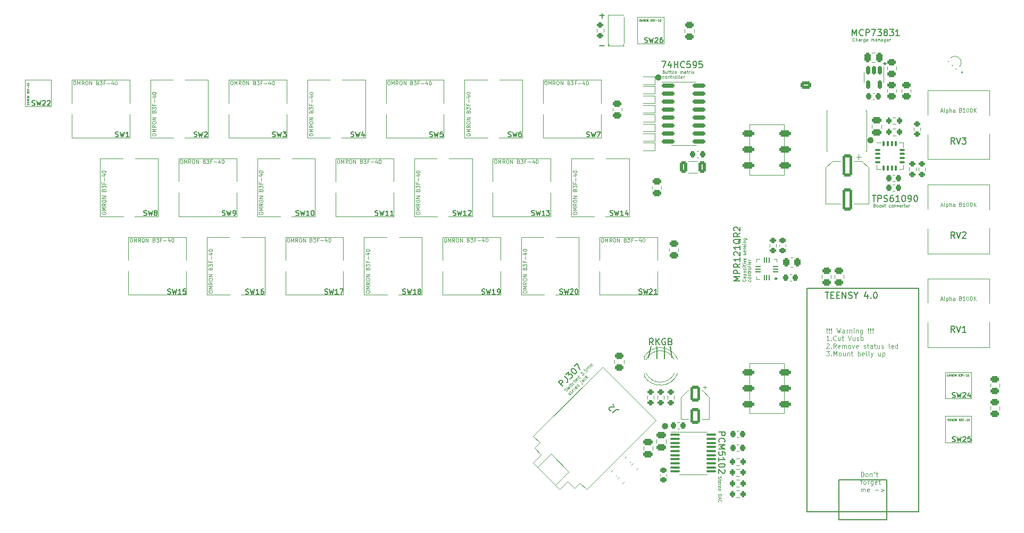
<source format=gbr>
%TF.GenerationSoftware,KiCad,Pcbnew,(6.0.10-0)*%
%TF.CreationDate,2025-02-20T17:08:05+01:00*%
%TF.ProjectId,MiniChord,4d696e69-4368-46f7-9264-2e6b69636164,rev?*%
%TF.SameCoordinates,Original*%
%TF.FileFunction,Legend,Top*%
%TF.FilePolarity,Positive*%
%FSLAX46Y46*%
G04 Gerber Fmt 4.6, Leading zero omitted, Abs format (unit mm)*
G04 Created by KiCad (PCBNEW (6.0.10-0)) date 2025-02-20 17:08:05*
%MOMM*%
%LPD*%
G01*
G04 APERTURE LIST*
G04 Aperture macros list*
%AMRoundRect*
0 Rectangle with rounded corners*
0 $1 Rounding radius*
0 $2 $3 $4 $5 $6 $7 $8 $9 X,Y pos of 4 corners*
0 Add a 4 corners polygon primitive as box body*
4,1,4,$2,$3,$4,$5,$6,$7,$8,$9,$2,$3,0*
0 Add four circle primitives for the rounded corners*
1,1,$1+$1,$2,$3*
1,1,$1+$1,$4,$5*
1,1,$1+$1,$6,$7*
1,1,$1+$1,$8,$9*
0 Add four rect primitives between the rounded corners*
20,1,$1+$1,$2,$3,$4,$5,0*
20,1,$1+$1,$4,$5,$6,$7,0*
20,1,$1+$1,$6,$7,$8,$9,0*
20,1,$1+$1,$8,$9,$2,$3,0*%
%AMHorizOval*
0 Thick line with rounded ends*
0 $1 width*
0 $2 $3 position (X,Y) of the first rounded end (center of the circle)*
0 $4 $5 position (X,Y) of the second rounded end (center of the circle)*
0 Add line between two ends*
20,1,$1,$2,$3,$4,$5,0*
0 Add two circle primitives to create the rounded ends*
1,1,$1,$2,$3*
1,1,$1,$4,$5*%
%AMFreePoly0*
4,1,14,0.354215,0.088284,0.450784,-0.008285,0.462500,-0.036569,0.462500,-0.060000,0.450784,-0.088284,0.422500,-0.100000,-0.422500,-0.100000,-0.450784,-0.088284,-0.462500,-0.060000,-0.462500,0.060000,-0.450784,0.088284,-0.422500,0.100000,0.325931,0.100000,0.354215,0.088284,0.354215,0.088284,$1*%
%AMFreePoly1*
4,1,14,0.450784,0.088284,0.462500,0.060000,0.462500,0.036569,0.450784,0.008285,0.354215,-0.088284,0.325931,-0.100000,-0.422500,-0.100000,-0.450784,-0.088284,-0.462500,-0.060000,-0.462500,0.060000,-0.450784,0.088284,-0.422500,0.100000,0.422500,0.100000,0.450784,0.088284,0.450784,0.088284,$1*%
%AMFreePoly2*
4,1,14,0.088284,0.450784,0.100000,0.422500,0.100000,-0.422500,0.088284,-0.450784,0.060000,-0.462500,-0.060000,-0.462500,-0.088284,-0.450784,-0.100000,-0.422500,-0.100000,0.325931,-0.088284,0.354215,0.008285,0.450784,0.036569,0.462500,0.060000,0.462500,0.088284,0.450784,0.088284,0.450784,$1*%
%AMFreePoly3*
4,1,14,-0.008285,0.450784,0.088284,0.354215,0.100000,0.325931,0.100000,-0.422500,0.088284,-0.450784,0.060000,-0.462500,-0.060000,-0.462500,-0.088284,-0.450784,-0.100000,-0.422500,-0.100000,0.422500,-0.088284,0.450784,-0.060000,0.462500,-0.036569,0.462500,-0.008285,0.450784,-0.008285,0.450784,$1*%
%AMFreePoly4*
4,1,14,0.450784,0.088284,0.462500,0.060000,0.462500,-0.060000,0.450784,-0.088284,0.422500,-0.100000,-0.325931,-0.100000,-0.354215,-0.088284,-0.450784,0.008285,-0.462500,0.036569,-0.462500,0.060000,-0.450784,0.088284,-0.422500,0.100000,0.422500,0.100000,0.450784,0.088284,0.450784,0.088284,$1*%
%AMFreePoly5*
4,1,14,0.450784,0.088284,0.462500,0.060000,0.462500,-0.060000,0.450784,-0.088284,0.422500,-0.100000,-0.422500,-0.100000,-0.450784,-0.088284,-0.462500,-0.060000,-0.462500,-0.036569,-0.450784,-0.008285,-0.354215,0.088284,-0.325931,0.100000,0.422500,0.100000,0.450784,0.088284,0.450784,0.088284,$1*%
%AMFreePoly6*
4,1,14,0.088284,0.450784,0.100000,0.422500,0.100000,-0.325931,0.088284,-0.354215,-0.008285,-0.450784,-0.036569,-0.462500,-0.060000,-0.462500,-0.088284,-0.450784,-0.100000,-0.422500,-0.100000,0.422500,-0.088284,0.450784,-0.060000,0.462500,0.060000,0.462500,0.088284,0.450784,0.088284,0.450784,$1*%
%AMFreePoly7*
4,1,14,0.088284,0.450784,0.100000,0.422500,0.100000,-0.422500,0.088284,-0.450784,0.060000,-0.462500,0.036569,-0.462500,0.008285,-0.450784,-0.088284,-0.354215,-0.100000,-0.325931,-0.100000,0.422500,-0.088284,0.450784,-0.060000,0.462500,0.060000,0.462500,0.088284,0.450784,0.088284,0.450784,$1*%
G04 Aperture macros list end*
%ADD10C,0.522214*%
%ADD11C,0.150000*%
%ADD12C,0.230563*%
%ADD13C,0.275000*%
%ADD14C,0.075000*%
%ADD15C,0.100000*%
%ADD16C,0.070000*%
%ADD17C,0.120000*%
%ADD18C,0.201421*%
%ADD19RoundRect,0.150000X-0.825000X-0.150000X0.825000X-0.150000X0.825000X0.150000X-0.825000X0.150000X0*%
%ADD20RoundRect,0.225000X0.225000X0.250000X-0.225000X0.250000X-0.225000X-0.250000X0.225000X-0.250000X0*%
%ADD21R,0.600000X0.700000*%
%ADD22RoundRect,0.200000X-0.275000X0.200000X-0.275000X-0.200000X0.275000X-0.200000X0.275000X0.200000X0*%
%ADD23RoundRect,0.250000X-0.450000X0.262500X-0.450000X-0.262500X0.450000X-0.262500X0.450000X0.262500X0*%
%ADD24RoundRect,0.250000X-0.475000X0.250000X-0.475000X-0.250000X0.475000X-0.250000X0.475000X0.250000X0*%
%ADD25C,1.800000*%
%ADD26C,2.000000*%
%ADD27RoundRect,0.225000X-0.225000X-0.250000X0.225000X-0.250000X0.225000X0.250000X-0.225000X0.250000X0*%
%ADD28RoundRect,0.200000X-0.200000X-0.275000X0.200000X-0.275000X0.200000X0.275000X-0.200000X0.275000X0*%
%ADD29R,1.070000X1.800000*%
%ADD30O,1.070000X1.800000*%
%ADD31RoundRect,0.225000X0.017678X-0.335876X0.335876X-0.017678X-0.017678X0.335876X-0.335876X0.017678X0*%
%ADD32RoundRect,0.050000X0.388909X0.106066X0.106066X0.388909X-0.388909X-0.106066X-0.106066X-0.388909X0*%
%ADD33RoundRect,0.050000X0.300520X0.017678X0.017678X0.300520X-0.300520X-0.017678X-0.017678X-0.300520X0*%
%ADD34RoundRect,0.225000X-0.250000X0.225000X-0.250000X-0.225000X0.250000X-0.225000X0.250000X0.225000X0*%
%ADD35RoundRect,0.250000X0.475000X-0.250000X0.475000X0.250000X-0.475000X0.250000X-0.475000X-0.250000X0*%
%ADD36RoundRect,0.250000X0.450000X-0.262500X0.450000X0.262500X-0.450000X0.262500X-0.450000X-0.262500X0*%
%ADD37RoundRect,0.200000X0.275000X-0.200000X0.275000X0.200000X-0.275000X0.200000X-0.275000X-0.200000X0*%
%ADD38R,1.800000X1.800000*%
%ADD39RoundRect,0.250000X-0.250000X-0.475000X0.250000X-0.475000X0.250000X0.475000X-0.250000X0.475000X0*%
%ADD40C,1.700000*%
%ADD41O,1.900000X3.300000*%
%ADD42C,1.600000*%
%ADD43O,2.050000X1.800000*%
%ADD44RoundRect,0.250000X-0.550000X1.500000X-0.550000X-1.500000X0.550000X-1.500000X0.550000X1.500000X0*%
%ADD45RoundRect,0.250000X-0.262500X-0.450000X0.262500X-0.450000X0.262500X0.450000X-0.262500X0.450000X0*%
%ADD46RoundRect,0.200000X-0.053033X0.335876X-0.335876X0.053033X0.053033X-0.335876X0.335876X-0.053033X0*%
%ADD47RoundRect,0.150000X-0.150000X0.512500X-0.150000X-0.512500X0.150000X-0.512500X0.150000X0.512500X0*%
%ADD48C,1.100000*%
%ADD49C,1.850000*%
%ADD50RoundRect,0.255000X-0.635000X0.255000X-0.635000X-0.255000X0.635000X-0.255000X0.635000X0.255000X0*%
%ADD51RoundRect,0.250000X0.325000X0.650000X-0.325000X0.650000X-0.325000X-0.650000X0.325000X-0.650000X0*%
%ADD52RoundRect,0.087500X-0.325000X-0.087500X0.325000X-0.087500X0.325000X0.087500X-0.325000X0.087500X0*%
%ADD53RoundRect,0.087500X-0.087500X-0.325000X0.087500X-0.325000X0.087500X0.325000X-0.087500X0.325000X0*%
%ADD54R,2.700000X2.700000*%
%ADD55R,5.700000X1.700000*%
%ADD56RoundRect,0.200000X0.053033X-0.335876X0.335876X-0.053033X-0.053033X0.335876X-0.335876X0.053033X0*%
%ADD57C,1.650000*%
%ADD58RoundRect,0.200000X0.200000X0.275000X-0.200000X0.275000X-0.200000X-0.275000X0.200000X-0.275000X0*%
%ADD59C,1.750000*%
%ADD60HorizOval,1.200000X-0.353553X-0.353553X0.353553X0.353553X0*%
%ADD61HorizOval,1.200000X0.353553X-0.353553X-0.353553X0.353553X0*%
%ADD62HorizOval,1.200000X0.353553X0.353553X-0.353553X-0.353553X0*%
%ADD63RoundRect,0.100000X-0.637500X-0.100000X0.637500X-0.100000X0.637500X0.100000X-0.637500X0.100000X0*%
%ADD64RoundRect,0.250000X-0.550000X1.050000X-0.550000X-1.050000X0.550000X-1.050000X0.550000X1.050000X0*%
%ADD65RoundRect,0.225000X-0.017678X0.335876X-0.335876X0.017678X0.017678X-0.335876X0.335876X-0.017678X0*%
%ADD66FreePoly0,180.000000*%
%ADD67RoundRect,0.050000X0.412500X0.050000X-0.412500X0.050000X-0.412500X-0.050000X0.412500X-0.050000X0*%
%ADD68FreePoly1,180.000000*%
%ADD69FreePoly2,180.000000*%
%ADD70RoundRect,0.050000X0.050000X0.412500X-0.050000X0.412500X-0.050000X-0.412500X0.050000X-0.412500X0*%
%ADD71FreePoly3,180.000000*%
%ADD72FreePoly4,180.000000*%
%ADD73FreePoly5,180.000000*%
%ADD74FreePoly6,180.000000*%
%ADD75FreePoly7,180.000000*%
%ADD76RoundRect,0.250000X-0.625000X0.350000X-0.625000X-0.350000X0.625000X-0.350000X0.625000X0.350000X0*%
%ADD77O,1.750000X1.200000*%
G04 APERTURE END LIST*
D10*
X153261107Y-90500000D02*
G75*
G03*
X153261107Y-90500000I-261107J0D01*
G01*
D11*
X121100000Y-123300000D02*
X121400000Y-125100000D01*
X120200000Y-123300000D02*
X120200000Y-125200000D01*
D12*
X138115281Y-112500000D02*
G75*
G03*
X138115281Y-112500000I-115281J0D01*
G01*
D11*
X118100000Y-123300000D02*
X117700000Y-125100000D01*
D13*
X155437500Y-78300000D02*
G75*
G03*
X155437500Y-78300000I-137500J0D01*
G01*
D11*
X119000000Y-123300000D02*
X119000000Y-125200000D01*
D10*
X120561107Y-136000000D02*
G75*
G03*
X120561107Y-136000000I-261107J0D01*
G01*
X119511107Y-80500000D02*
G75*
G03*
X119511107Y-80500000I-261107J0D01*
G01*
D11*
X153292738Y-99252380D02*
X153864166Y-99252380D01*
X153578452Y-100252380D02*
X153578452Y-99252380D01*
X154197500Y-100252380D02*
X154197500Y-99252380D01*
X154578452Y-99252380D01*
X154673690Y-99300000D01*
X154721309Y-99347619D01*
X154768928Y-99442857D01*
X154768928Y-99585714D01*
X154721309Y-99680952D01*
X154673690Y-99728571D01*
X154578452Y-99776190D01*
X154197500Y-99776190D01*
X155149880Y-100204761D02*
X155292738Y-100252380D01*
X155530833Y-100252380D01*
X155626071Y-100204761D01*
X155673690Y-100157142D01*
X155721309Y-100061904D01*
X155721309Y-99966666D01*
X155673690Y-99871428D01*
X155626071Y-99823809D01*
X155530833Y-99776190D01*
X155340357Y-99728571D01*
X155245119Y-99680952D01*
X155197500Y-99633333D01*
X155149880Y-99538095D01*
X155149880Y-99442857D01*
X155197500Y-99347619D01*
X155245119Y-99300000D01*
X155340357Y-99252380D01*
X155578452Y-99252380D01*
X155721309Y-99300000D01*
X156578452Y-99252380D02*
X156387976Y-99252380D01*
X156292738Y-99300000D01*
X156245119Y-99347619D01*
X156149880Y-99490476D01*
X156102261Y-99680952D01*
X156102261Y-100061904D01*
X156149880Y-100157142D01*
X156197500Y-100204761D01*
X156292738Y-100252380D01*
X156483214Y-100252380D01*
X156578452Y-100204761D01*
X156626071Y-100157142D01*
X156673690Y-100061904D01*
X156673690Y-99823809D01*
X156626071Y-99728571D01*
X156578452Y-99680952D01*
X156483214Y-99633333D01*
X156292738Y-99633333D01*
X156197500Y-99680952D01*
X156149880Y-99728571D01*
X156102261Y-99823809D01*
X157626071Y-100252380D02*
X157054642Y-100252380D01*
X157340357Y-100252380D02*
X157340357Y-99252380D01*
X157245119Y-99395238D01*
X157149880Y-99490476D01*
X157054642Y-99538095D01*
X158245119Y-99252380D02*
X158340357Y-99252380D01*
X158435595Y-99300000D01*
X158483214Y-99347619D01*
X158530833Y-99442857D01*
X158578452Y-99633333D01*
X158578452Y-99871428D01*
X158530833Y-100061904D01*
X158483214Y-100157142D01*
X158435595Y-100204761D01*
X158340357Y-100252380D01*
X158245119Y-100252380D01*
X158149880Y-100204761D01*
X158102261Y-100157142D01*
X158054642Y-100061904D01*
X158007023Y-99871428D01*
X158007023Y-99633333D01*
X158054642Y-99442857D01*
X158102261Y-99347619D01*
X158149880Y-99300000D01*
X158245119Y-99252380D01*
X159054642Y-100252380D02*
X159245119Y-100252380D01*
X159340357Y-100204761D01*
X159387976Y-100157142D01*
X159483214Y-100014285D01*
X159530833Y-99823809D01*
X159530833Y-99442857D01*
X159483214Y-99347619D01*
X159435595Y-99300000D01*
X159340357Y-99252380D01*
X159149880Y-99252380D01*
X159054642Y-99300000D01*
X159007023Y-99347619D01*
X158959404Y-99442857D01*
X158959404Y-99680952D01*
X159007023Y-99776190D01*
X159054642Y-99823809D01*
X159149880Y-99871428D01*
X159340357Y-99871428D01*
X159435595Y-99823809D01*
X159483214Y-99776190D01*
X159530833Y-99680952D01*
X160149880Y-99252380D02*
X160245119Y-99252380D01*
X160340357Y-99300000D01*
X160387976Y-99347619D01*
X160435595Y-99442857D01*
X160483214Y-99633333D01*
X160483214Y-99871428D01*
X160435595Y-100061904D01*
X160387976Y-100157142D01*
X160340357Y-100204761D01*
X160245119Y-100252380D01*
X160149880Y-100252380D01*
X160054642Y-100204761D01*
X160007023Y-100157142D01*
X159959404Y-100061904D01*
X159911785Y-99871428D01*
X159911785Y-99633333D01*
X159959404Y-99442857D01*
X160007023Y-99347619D01*
X160054642Y-99300000D01*
X160149880Y-99252380D01*
X119788095Y-77952380D02*
X120454761Y-77952380D01*
X120026190Y-78952380D01*
X121264285Y-78285714D02*
X121264285Y-78952380D01*
X121026190Y-77904761D02*
X120788095Y-78619047D01*
X121407142Y-78619047D01*
X121788095Y-78952380D02*
X121788095Y-77952380D01*
X121788095Y-78428571D02*
X122359523Y-78428571D01*
X122359523Y-78952380D02*
X122359523Y-77952380D01*
X123407142Y-78857142D02*
X123359523Y-78904761D01*
X123216666Y-78952380D01*
X123121428Y-78952380D01*
X122978571Y-78904761D01*
X122883333Y-78809523D01*
X122835714Y-78714285D01*
X122788095Y-78523809D01*
X122788095Y-78380952D01*
X122835714Y-78190476D01*
X122883333Y-78095238D01*
X122978571Y-78000000D01*
X123121428Y-77952380D01*
X123216666Y-77952380D01*
X123359523Y-78000000D01*
X123407142Y-78047619D01*
X124311904Y-77952380D02*
X123835714Y-77952380D01*
X123788095Y-78428571D01*
X123835714Y-78380952D01*
X123930952Y-78333333D01*
X124169047Y-78333333D01*
X124264285Y-78380952D01*
X124311904Y-78428571D01*
X124359523Y-78523809D01*
X124359523Y-78761904D01*
X124311904Y-78857142D01*
X124264285Y-78904761D01*
X124169047Y-78952380D01*
X123930952Y-78952380D01*
X123835714Y-78904761D01*
X123788095Y-78857142D01*
X124835714Y-78952380D02*
X125026190Y-78952380D01*
X125121428Y-78904761D01*
X125169047Y-78857142D01*
X125264285Y-78714285D01*
X125311904Y-78523809D01*
X125311904Y-78142857D01*
X125264285Y-78047619D01*
X125216666Y-78000000D01*
X125121428Y-77952380D01*
X124930952Y-77952380D01*
X124835714Y-78000000D01*
X124788095Y-78047619D01*
X124740476Y-78142857D01*
X124740476Y-78380952D01*
X124788095Y-78476190D01*
X124835714Y-78523809D01*
X124930952Y-78571428D01*
X125121428Y-78571428D01*
X125216666Y-78523809D01*
X125264285Y-78476190D01*
X125311904Y-78380952D01*
X126216666Y-77952380D02*
X125740476Y-77952380D01*
X125692857Y-78428571D01*
X125740476Y-78380952D01*
X125835714Y-78333333D01*
X126073809Y-78333333D01*
X126169047Y-78380952D01*
X126216666Y-78428571D01*
X126264285Y-78523809D01*
X126264285Y-78761904D01*
X126216666Y-78857142D01*
X126169047Y-78904761D01*
X126073809Y-78952380D01*
X125835714Y-78952380D01*
X125740476Y-78904761D01*
X125692857Y-78857142D01*
X132252380Y-112861904D02*
X131252380Y-112861904D01*
X131966666Y-112528571D01*
X131252380Y-112195238D01*
X132252380Y-112195238D01*
X132252380Y-111719047D02*
X131252380Y-111719047D01*
X131252380Y-111338095D01*
X131300000Y-111242857D01*
X131347619Y-111195238D01*
X131442857Y-111147619D01*
X131585714Y-111147619D01*
X131680952Y-111195238D01*
X131728571Y-111242857D01*
X131776190Y-111338095D01*
X131776190Y-111719047D01*
X132252380Y-110147619D02*
X131776190Y-110480952D01*
X132252380Y-110719047D02*
X131252380Y-110719047D01*
X131252380Y-110338095D01*
X131300000Y-110242857D01*
X131347619Y-110195238D01*
X131442857Y-110147619D01*
X131585714Y-110147619D01*
X131680952Y-110195238D01*
X131728571Y-110242857D01*
X131776190Y-110338095D01*
X131776190Y-110719047D01*
X132252380Y-109195238D02*
X132252380Y-109766666D01*
X132252380Y-109480952D02*
X131252380Y-109480952D01*
X131395238Y-109576190D01*
X131490476Y-109671428D01*
X131538095Y-109766666D01*
X131347619Y-108814285D02*
X131300000Y-108766666D01*
X131252380Y-108671428D01*
X131252380Y-108433333D01*
X131300000Y-108338095D01*
X131347619Y-108290476D01*
X131442857Y-108242857D01*
X131538095Y-108242857D01*
X131680952Y-108290476D01*
X132252380Y-108861904D01*
X132252380Y-108242857D01*
X132252380Y-107290476D02*
X132252380Y-107861904D01*
X132252380Y-107576190D02*
X131252380Y-107576190D01*
X131395238Y-107671428D01*
X131490476Y-107766666D01*
X131538095Y-107861904D01*
X132347619Y-106195238D02*
X132300000Y-106290476D01*
X132204761Y-106385714D01*
X132061904Y-106528571D01*
X132014285Y-106623809D01*
X132014285Y-106719047D01*
X132252380Y-106671428D02*
X132204761Y-106766666D01*
X132109523Y-106861904D01*
X131919047Y-106909523D01*
X131585714Y-106909523D01*
X131395238Y-106861904D01*
X131300000Y-106766666D01*
X131252380Y-106671428D01*
X131252380Y-106480952D01*
X131300000Y-106385714D01*
X131395238Y-106290476D01*
X131585714Y-106242857D01*
X131919047Y-106242857D01*
X132109523Y-106290476D01*
X132204761Y-106385714D01*
X132252380Y-106480952D01*
X132252380Y-106671428D01*
X132252380Y-105242857D02*
X131776190Y-105576190D01*
X132252380Y-105814285D02*
X131252380Y-105814285D01*
X131252380Y-105433333D01*
X131300000Y-105338095D01*
X131347619Y-105290476D01*
X131442857Y-105242857D01*
X131585714Y-105242857D01*
X131680952Y-105290476D01*
X131728571Y-105338095D01*
X131776190Y-105433333D01*
X131776190Y-105814285D01*
X131347619Y-104861904D02*
X131300000Y-104814285D01*
X131252380Y-104719047D01*
X131252380Y-104480952D01*
X131300000Y-104385714D01*
X131347619Y-104338095D01*
X131442857Y-104290476D01*
X131538095Y-104290476D01*
X131680952Y-104338095D01*
X132252380Y-104909523D01*
X132252380Y-104290476D01*
X118409523Y-123052380D02*
X118076190Y-122576190D01*
X117838095Y-123052380D02*
X117838095Y-122052380D01*
X118219047Y-122052380D01*
X118314285Y-122100000D01*
X118361904Y-122147619D01*
X118409523Y-122242857D01*
X118409523Y-122385714D01*
X118361904Y-122480952D01*
X118314285Y-122528571D01*
X118219047Y-122576190D01*
X117838095Y-122576190D01*
X118838095Y-123052380D02*
X118838095Y-122052380D01*
X119409523Y-123052380D02*
X118980952Y-122480952D01*
X119409523Y-122052380D02*
X118838095Y-122623809D01*
X120361904Y-122100000D02*
X120266666Y-122052380D01*
X120123809Y-122052380D01*
X119980952Y-122100000D01*
X119885714Y-122195238D01*
X119838095Y-122290476D01*
X119790476Y-122480952D01*
X119790476Y-122623809D01*
X119838095Y-122814285D01*
X119885714Y-122909523D01*
X119980952Y-123004761D01*
X120123809Y-123052380D01*
X120219047Y-123052380D01*
X120361904Y-123004761D01*
X120409523Y-122957142D01*
X120409523Y-122623809D01*
X120219047Y-122623809D01*
X121171428Y-122528571D02*
X121314285Y-122576190D01*
X121361904Y-122623809D01*
X121409523Y-122719047D01*
X121409523Y-122861904D01*
X121361904Y-122957142D01*
X121314285Y-123004761D01*
X121219047Y-123052380D01*
X120838095Y-123052380D01*
X120838095Y-122052380D01*
X121171428Y-122052380D01*
X121266666Y-122100000D01*
X121314285Y-122147619D01*
X121361904Y-122242857D01*
X121361904Y-122338095D01*
X121314285Y-122433333D01*
X121266666Y-122480952D01*
X121171428Y-122528571D01*
X120838095Y-122528571D01*
D14*
X128797619Y-144043988D02*
X128773809Y-144115416D01*
X128773809Y-144234464D01*
X128797619Y-144282083D01*
X128821428Y-144305892D01*
X128869047Y-144329702D01*
X128916666Y-144329702D01*
X128964285Y-144305892D01*
X128988095Y-144282083D01*
X129011904Y-144234464D01*
X129035714Y-144139226D01*
X129059523Y-144091607D01*
X129083333Y-144067797D01*
X129130952Y-144043988D01*
X129178571Y-144043988D01*
X129226190Y-144067797D01*
X129250000Y-144091607D01*
X129273809Y-144139226D01*
X129273809Y-144258273D01*
X129250000Y-144329702D01*
X129107142Y-144472559D02*
X129107142Y-144663035D01*
X129273809Y-144543988D02*
X128845238Y-144543988D01*
X128797619Y-144567797D01*
X128773809Y-144615416D01*
X128773809Y-144663035D01*
X128797619Y-145020178D02*
X128773809Y-144972559D01*
X128773809Y-144877321D01*
X128797619Y-144829702D01*
X128845238Y-144805892D01*
X129035714Y-144805892D01*
X129083333Y-144829702D01*
X129107142Y-144877321D01*
X129107142Y-144972559D01*
X129083333Y-145020178D01*
X129035714Y-145043988D01*
X128988095Y-145043988D01*
X128940476Y-144805892D01*
X128773809Y-145258273D02*
X129107142Y-145258273D01*
X129011904Y-145258273D02*
X129059523Y-145282083D01*
X129083333Y-145305892D01*
X129107142Y-145353511D01*
X129107142Y-145401130D01*
X128797619Y-145758273D02*
X128773809Y-145710654D01*
X128773809Y-145615416D01*
X128797619Y-145567797D01*
X128845238Y-145543988D01*
X129035714Y-145543988D01*
X129083333Y-145567797D01*
X129107142Y-145615416D01*
X129107142Y-145710654D01*
X129083333Y-145758273D01*
X129035714Y-145782083D01*
X128988095Y-145782083D01*
X128940476Y-145543988D01*
X128773809Y-146067797D02*
X128797619Y-146020178D01*
X128821428Y-145996369D01*
X128869047Y-145972559D01*
X129011904Y-145972559D01*
X129059523Y-145996369D01*
X129083333Y-146020178D01*
X129107142Y-146067797D01*
X129107142Y-146139226D01*
X129083333Y-146186845D01*
X129059523Y-146210654D01*
X129011904Y-146234464D01*
X128869047Y-146234464D01*
X128821428Y-146210654D01*
X128797619Y-146186845D01*
X128773809Y-146139226D01*
X128773809Y-146067797D01*
X128773809Y-146829702D02*
X129273809Y-146829702D01*
X129273809Y-146948750D01*
X129250000Y-147020178D01*
X129202380Y-147067797D01*
X129154761Y-147091607D01*
X129059523Y-147115416D01*
X128988095Y-147115416D01*
X128892857Y-147091607D01*
X128845238Y-147067797D01*
X128797619Y-147020178D01*
X128773809Y-146948750D01*
X128773809Y-146829702D01*
X128916666Y-147305892D02*
X128916666Y-147543988D01*
X128773809Y-147258273D02*
X129273809Y-147424940D01*
X128773809Y-147591607D01*
X128821428Y-148043988D02*
X128797619Y-148020178D01*
X128773809Y-147948750D01*
X128773809Y-147901130D01*
X128797619Y-147829702D01*
X128845238Y-147782083D01*
X128892857Y-147758273D01*
X128988095Y-147734464D01*
X129059523Y-147734464D01*
X129154761Y-147758273D01*
X129202380Y-147782083D01*
X129250000Y-147829702D01*
X129273809Y-147901130D01*
X129273809Y-147948750D01*
X129250000Y-148020178D01*
X129226190Y-148043988D01*
X120084464Y-79561785D02*
X120155892Y-79585595D01*
X120179702Y-79609404D01*
X120203511Y-79657023D01*
X120203511Y-79728452D01*
X120179702Y-79776071D01*
X120155892Y-79799880D01*
X120108273Y-79823690D01*
X119917797Y-79823690D01*
X119917797Y-79323690D01*
X120084464Y-79323690D01*
X120132083Y-79347500D01*
X120155892Y-79371309D01*
X120179702Y-79418928D01*
X120179702Y-79466547D01*
X120155892Y-79514166D01*
X120132083Y-79537976D01*
X120084464Y-79561785D01*
X119917797Y-79561785D01*
X120632083Y-79490357D02*
X120632083Y-79823690D01*
X120417797Y-79490357D02*
X120417797Y-79752261D01*
X120441607Y-79799880D01*
X120489226Y-79823690D01*
X120560654Y-79823690D01*
X120608273Y-79799880D01*
X120632083Y-79776071D01*
X120798750Y-79490357D02*
X120989226Y-79490357D01*
X120870178Y-79323690D02*
X120870178Y-79752261D01*
X120893988Y-79799880D01*
X120941607Y-79823690D01*
X120989226Y-79823690D01*
X121084464Y-79490357D02*
X121274940Y-79490357D01*
X121155892Y-79323690D02*
X121155892Y-79752261D01*
X121179702Y-79799880D01*
X121227321Y-79823690D01*
X121274940Y-79823690D01*
X121513035Y-79823690D02*
X121465416Y-79799880D01*
X121441607Y-79776071D01*
X121417797Y-79728452D01*
X121417797Y-79585595D01*
X121441607Y-79537976D01*
X121465416Y-79514166D01*
X121513035Y-79490357D01*
X121584464Y-79490357D01*
X121632083Y-79514166D01*
X121655892Y-79537976D01*
X121679702Y-79585595D01*
X121679702Y-79728452D01*
X121655892Y-79776071D01*
X121632083Y-79799880D01*
X121584464Y-79823690D01*
X121513035Y-79823690D01*
X121893988Y-79490357D02*
X121893988Y-79823690D01*
X121893988Y-79537976D02*
X121917797Y-79514166D01*
X121965416Y-79490357D01*
X122036845Y-79490357D01*
X122084464Y-79514166D01*
X122108273Y-79561785D01*
X122108273Y-79823690D01*
X122727321Y-79823690D02*
X122727321Y-79490357D01*
X122727321Y-79537976D02*
X122751130Y-79514166D01*
X122798750Y-79490357D01*
X122870178Y-79490357D01*
X122917797Y-79514166D01*
X122941607Y-79561785D01*
X122941607Y-79823690D01*
X122941607Y-79561785D02*
X122965416Y-79514166D01*
X123013035Y-79490357D01*
X123084464Y-79490357D01*
X123132083Y-79514166D01*
X123155892Y-79561785D01*
X123155892Y-79823690D01*
X123608273Y-79823690D02*
X123608273Y-79561785D01*
X123584464Y-79514166D01*
X123536845Y-79490357D01*
X123441607Y-79490357D01*
X123393988Y-79514166D01*
X123608273Y-79799880D02*
X123560654Y-79823690D01*
X123441607Y-79823690D01*
X123393988Y-79799880D01*
X123370178Y-79752261D01*
X123370178Y-79704642D01*
X123393988Y-79657023D01*
X123441607Y-79633214D01*
X123560654Y-79633214D01*
X123608273Y-79609404D01*
X123774940Y-79490357D02*
X123965416Y-79490357D01*
X123846369Y-79323690D02*
X123846369Y-79752261D01*
X123870178Y-79799880D01*
X123917797Y-79823690D01*
X123965416Y-79823690D01*
X124132083Y-79823690D02*
X124132083Y-79490357D01*
X124132083Y-79585595D02*
X124155892Y-79537976D01*
X124179702Y-79514166D01*
X124227321Y-79490357D01*
X124274940Y-79490357D01*
X124441607Y-79823690D02*
X124441607Y-79490357D01*
X124441607Y-79323690D02*
X124417797Y-79347500D01*
X124441607Y-79371309D01*
X124465416Y-79347500D01*
X124441607Y-79323690D01*
X124441607Y-79371309D01*
X124632083Y-79823690D02*
X124893988Y-79490357D01*
X124632083Y-79490357D02*
X124893988Y-79823690D01*
X120132083Y-80604880D02*
X120084464Y-80628690D01*
X119989226Y-80628690D01*
X119941607Y-80604880D01*
X119917797Y-80581071D01*
X119893988Y-80533452D01*
X119893988Y-80390595D01*
X119917797Y-80342976D01*
X119941607Y-80319166D01*
X119989226Y-80295357D01*
X120084464Y-80295357D01*
X120132083Y-80319166D01*
X120417797Y-80628690D02*
X120370178Y-80604880D01*
X120346369Y-80581071D01*
X120322559Y-80533452D01*
X120322559Y-80390595D01*
X120346369Y-80342976D01*
X120370178Y-80319166D01*
X120417797Y-80295357D01*
X120489226Y-80295357D01*
X120536845Y-80319166D01*
X120560654Y-80342976D01*
X120584464Y-80390595D01*
X120584464Y-80533452D01*
X120560654Y-80581071D01*
X120536845Y-80604880D01*
X120489226Y-80628690D01*
X120417797Y-80628690D01*
X120798750Y-80295357D02*
X120798750Y-80628690D01*
X120798750Y-80342976D02*
X120822559Y-80319166D01*
X120870178Y-80295357D01*
X120941607Y-80295357D01*
X120989226Y-80319166D01*
X121013035Y-80366785D01*
X121013035Y-80628690D01*
X121179702Y-80295357D02*
X121370178Y-80295357D01*
X121251130Y-80128690D02*
X121251130Y-80557261D01*
X121274940Y-80604880D01*
X121322559Y-80628690D01*
X121370178Y-80628690D01*
X121536845Y-80628690D02*
X121536845Y-80295357D01*
X121536845Y-80390595D02*
X121560654Y-80342976D01*
X121584464Y-80319166D01*
X121632083Y-80295357D01*
X121679702Y-80295357D01*
X121917797Y-80628690D02*
X121870178Y-80604880D01*
X121846369Y-80581071D01*
X121822559Y-80533452D01*
X121822559Y-80390595D01*
X121846369Y-80342976D01*
X121870178Y-80319166D01*
X121917797Y-80295357D01*
X121989226Y-80295357D01*
X122036845Y-80319166D01*
X122060654Y-80342976D01*
X122084464Y-80390595D01*
X122084464Y-80533452D01*
X122060654Y-80581071D01*
X122036845Y-80604880D01*
X121989226Y-80628690D01*
X121917797Y-80628690D01*
X122370178Y-80628690D02*
X122322559Y-80604880D01*
X122298750Y-80557261D01*
X122298750Y-80128690D01*
X122632083Y-80628690D02*
X122584464Y-80604880D01*
X122560654Y-80557261D01*
X122560654Y-80128690D01*
X123013035Y-80604880D02*
X122965416Y-80628690D01*
X122870178Y-80628690D01*
X122822559Y-80604880D01*
X122798750Y-80557261D01*
X122798750Y-80366785D01*
X122822559Y-80319166D01*
X122870178Y-80295357D01*
X122965416Y-80295357D01*
X123013035Y-80319166D01*
X123036845Y-80366785D01*
X123036845Y-80414404D01*
X122798750Y-80462023D01*
X123251130Y-80628690D02*
X123251130Y-80295357D01*
X123251130Y-80390595D02*
X123274940Y-80342976D01*
X123298750Y-80319166D01*
X123346369Y-80295357D01*
X123393988Y-80295357D01*
D11*
X104055160Y-129684602D02*
X103348053Y-128977496D01*
X103617427Y-128708122D01*
X103718442Y-128674450D01*
X103785786Y-128674450D01*
X103886801Y-128708122D01*
X103987816Y-128809137D01*
X104021488Y-128910152D01*
X104021488Y-128977496D01*
X103987816Y-129078511D01*
X103718442Y-129347885D01*
X104257190Y-128068358D02*
X104762267Y-128573435D01*
X104829610Y-128708122D01*
X104829610Y-128842809D01*
X104762267Y-128977496D01*
X104694923Y-129044839D01*
X104526564Y-127798984D02*
X104964297Y-127361251D01*
X104997969Y-127866328D01*
X105098984Y-127765312D01*
X105200000Y-127731641D01*
X105267343Y-127731641D01*
X105368358Y-127765312D01*
X105536717Y-127933671D01*
X105570389Y-128034687D01*
X105570389Y-128102030D01*
X105536717Y-128203045D01*
X105334687Y-128405076D01*
X105233671Y-128438748D01*
X105166328Y-128438748D01*
X105402030Y-126923519D02*
X105469374Y-126856175D01*
X105570389Y-126822503D01*
X105637732Y-126822503D01*
X105738748Y-126856175D01*
X105907106Y-126957190D01*
X106075465Y-127125549D01*
X106176480Y-127293908D01*
X106210152Y-127394923D01*
X106210152Y-127462267D01*
X106176480Y-127563282D01*
X106109137Y-127630625D01*
X106008122Y-127664297D01*
X105940778Y-127664297D01*
X105839763Y-127630625D01*
X105671404Y-127529610D01*
X105503045Y-127361251D01*
X105402030Y-127192893D01*
X105368358Y-127091877D01*
X105368358Y-127024534D01*
X105402030Y-126923519D01*
X105873435Y-126452114D02*
X106344839Y-125980710D01*
X106748900Y-126990862D01*
D15*
X146043571Y-121102857D02*
X146079285Y-121138571D01*
X146043571Y-121174285D01*
X146007857Y-121138571D01*
X146043571Y-121102857D01*
X146043571Y-121174285D01*
X146043571Y-120888571D02*
X146007857Y-120460000D01*
X146043571Y-120424285D01*
X146079285Y-120460000D01*
X146043571Y-120888571D01*
X146043571Y-120424285D01*
X146400714Y-121102857D02*
X146436428Y-121138571D01*
X146400714Y-121174285D01*
X146365000Y-121138571D01*
X146400714Y-121102857D01*
X146400714Y-121174285D01*
X146400714Y-120888571D02*
X146365000Y-120460000D01*
X146400714Y-120424285D01*
X146436428Y-120460000D01*
X146400714Y-120888571D01*
X146400714Y-120424285D01*
X146757857Y-121102857D02*
X146793571Y-121138571D01*
X146757857Y-121174285D01*
X146722142Y-121138571D01*
X146757857Y-121102857D01*
X146757857Y-121174285D01*
X146757857Y-120888571D02*
X146722142Y-120460000D01*
X146757857Y-120424285D01*
X146793571Y-120460000D01*
X146757857Y-120888571D01*
X146757857Y-120424285D01*
X147615000Y-120424285D02*
X147793571Y-121174285D01*
X147936428Y-120638571D01*
X148079285Y-121174285D01*
X148257857Y-120424285D01*
X148865000Y-121174285D02*
X148865000Y-120781428D01*
X148829285Y-120710000D01*
X148757857Y-120674285D01*
X148615000Y-120674285D01*
X148543571Y-120710000D01*
X148865000Y-121138571D02*
X148793571Y-121174285D01*
X148615000Y-121174285D01*
X148543571Y-121138571D01*
X148507857Y-121067142D01*
X148507857Y-120995714D01*
X148543571Y-120924285D01*
X148615000Y-120888571D01*
X148793571Y-120888571D01*
X148865000Y-120852857D01*
X149222142Y-121174285D02*
X149222142Y-120674285D01*
X149222142Y-120817142D02*
X149257857Y-120745714D01*
X149293571Y-120710000D01*
X149365000Y-120674285D01*
X149436428Y-120674285D01*
X149686428Y-120674285D02*
X149686428Y-121174285D01*
X149686428Y-120745714D02*
X149722142Y-120710000D01*
X149793571Y-120674285D01*
X149900714Y-120674285D01*
X149972142Y-120710000D01*
X150007857Y-120781428D01*
X150007857Y-121174285D01*
X150365000Y-121174285D02*
X150365000Y-120674285D01*
X150365000Y-120424285D02*
X150329285Y-120460000D01*
X150365000Y-120495714D01*
X150400714Y-120460000D01*
X150365000Y-120424285D01*
X150365000Y-120495714D01*
X150722142Y-120674285D02*
X150722142Y-121174285D01*
X150722142Y-120745714D02*
X150757857Y-120710000D01*
X150829285Y-120674285D01*
X150936428Y-120674285D01*
X151007857Y-120710000D01*
X151043571Y-120781428D01*
X151043571Y-121174285D01*
X151722142Y-120674285D02*
X151722142Y-121281428D01*
X151686428Y-121352857D01*
X151650714Y-121388571D01*
X151579285Y-121424285D01*
X151472142Y-121424285D01*
X151400714Y-121388571D01*
X151722142Y-121138571D02*
X151650714Y-121174285D01*
X151507857Y-121174285D01*
X151436428Y-121138571D01*
X151400714Y-121102857D01*
X151365000Y-121031428D01*
X151365000Y-120817142D01*
X151400714Y-120745714D01*
X151436428Y-120710000D01*
X151507857Y-120674285D01*
X151650714Y-120674285D01*
X151722142Y-120710000D01*
X152650714Y-121102857D02*
X152686428Y-121138571D01*
X152650714Y-121174285D01*
X152615000Y-121138571D01*
X152650714Y-121102857D01*
X152650714Y-121174285D01*
X152650714Y-120888571D02*
X152615000Y-120460000D01*
X152650714Y-120424285D01*
X152686428Y-120460000D01*
X152650714Y-120888571D01*
X152650714Y-120424285D01*
X153007857Y-121102857D02*
X153043571Y-121138571D01*
X153007857Y-121174285D01*
X152972142Y-121138571D01*
X153007857Y-121102857D01*
X153007857Y-121174285D01*
X153007857Y-120888571D02*
X152972142Y-120460000D01*
X153007857Y-120424285D01*
X153043571Y-120460000D01*
X153007857Y-120888571D01*
X153007857Y-120424285D01*
X153365000Y-121102857D02*
X153400714Y-121138571D01*
X153365000Y-121174285D01*
X153329285Y-121138571D01*
X153365000Y-121102857D01*
X153365000Y-121174285D01*
X153365000Y-120888571D02*
X153329285Y-120460000D01*
X153365000Y-120424285D01*
X153400714Y-120460000D01*
X153365000Y-120888571D01*
X153365000Y-120424285D01*
X146436428Y-122381785D02*
X146007857Y-122381785D01*
X146222142Y-122381785D02*
X146222142Y-121631785D01*
X146150714Y-121738928D01*
X146079285Y-121810357D01*
X146007857Y-121846071D01*
X146757857Y-122310357D02*
X146793571Y-122346071D01*
X146757857Y-122381785D01*
X146722142Y-122346071D01*
X146757857Y-122310357D01*
X146757857Y-122381785D01*
X147543571Y-122310357D02*
X147507857Y-122346071D01*
X147400714Y-122381785D01*
X147329285Y-122381785D01*
X147222142Y-122346071D01*
X147150714Y-122274642D01*
X147115000Y-122203214D01*
X147079285Y-122060357D01*
X147079285Y-121953214D01*
X147115000Y-121810357D01*
X147150714Y-121738928D01*
X147222142Y-121667500D01*
X147329285Y-121631785D01*
X147400714Y-121631785D01*
X147507857Y-121667500D01*
X147543571Y-121703214D01*
X148186428Y-121881785D02*
X148186428Y-122381785D01*
X147865000Y-121881785D02*
X147865000Y-122274642D01*
X147900714Y-122346071D01*
X147972142Y-122381785D01*
X148079285Y-122381785D01*
X148150714Y-122346071D01*
X148186428Y-122310357D01*
X148436428Y-121881785D02*
X148722142Y-121881785D01*
X148543571Y-121631785D02*
X148543571Y-122274642D01*
X148579285Y-122346071D01*
X148650714Y-122381785D01*
X148722142Y-122381785D01*
X149436428Y-121631785D02*
X149686428Y-122381785D01*
X149936428Y-121631785D01*
X150507857Y-121881785D02*
X150507857Y-122381785D01*
X150186428Y-121881785D02*
X150186428Y-122274642D01*
X150222142Y-122346071D01*
X150293571Y-122381785D01*
X150400714Y-122381785D01*
X150472142Y-122346071D01*
X150507857Y-122310357D01*
X150829285Y-122346071D02*
X150900714Y-122381785D01*
X151043571Y-122381785D01*
X151115000Y-122346071D01*
X151150714Y-122274642D01*
X151150714Y-122238928D01*
X151115000Y-122167500D01*
X151043571Y-122131785D01*
X150936428Y-122131785D01*
X150865000Y-122096071D01*
X150829285Y-122024642D01*
X150829285Y-121988928D01*
X150865000Y-121917500D01*
X150936428Y-121881785D01*
X151043571Y-121881785D01*
X151115000Y-121917500D01*
X151472142Y-122381785D02*
X151472142Y-121631785D01*
X151472142Y-121917500D02*
X151543571Y-121881785D01*
X151686428Y-121881785D01*
X151757857Y-121917500D01*
X151793571Y-121953214D01*
X151829285Y-122024642D01*
X151829285Y-122238928D01*
X151793571Y-122310357D01*
X151757857Y-122346071D01*
X151686428Y-122381785D01*
X151543571Y-122381785D01*
X151472142Y-122346071D01*
X146007857Y-122910714D02*
X146043571Y-122875000D01*
X146115000Y-122839285D01*
X146293571Y-122839285D01*
X146365000Y-122875000D01*
X146400714Y-122910714D01*
X146436428Y-122982142D01*
X146436428Y-123053571D01*
X146400714Y-123160714D01*
X145972142Y-123589285D01*
X146436428Y-123589285D01*
X146757857Y-123517857D02*
X146793571Y-123553571D01*
X146757857Y-123589285D01*
X146722142Y-123553571D01*
X146757857Y-123517857D01*
X146757857Y-123589285D01*
X147543571Y-123589285D02*
X147293571Y-123232142D01*
X147115000Y-123589285D02*
X147115000Y-122839285D01*
X147400714Y-122839285D01*
X147472142Y-122875000D01*
X147507857Y-122910714D01*
X147543571Y-122982142D01*
X147543571Y-123089285D01*
X147507857Y-123160714D01*
X147472142Y-123196428D01*
X147400714Y-123232142D01*
X147115000Y-123232142D01*
X148150714Y-123553571D02*
X148079285Y-123589285D01*
X147936428Y-123589285D01*
X147865000Y-123553571D01*
X147829285Y-123482142D01*
X147829285Y-123196428D01*
X147865000Y-123125000D01*
X147936428Y-123089285D01*
X148079285Y-123089285D01*
X148150714Y-123125000D01*
X148186428Y-123196428D01*
X148186428Y-123267857D01*
X147829285Y-123339285D01*
X148507857Y-123589285D02*
X148507857Y-123089285D01*
X148507857Y-123160714D02*
X148543571Y-123125000D01*
X148615000Y-123089285D01*
X148722142Y-123089285D01*
X148793571Y-123125000D01*
X148829285Y-123196428D01*
X148829285Y-123589285D01*
X148829285Y-123196428D02*
X148865000Y-123125000D01*
X148936428Y-123089285D01*
X149043571Y-123089285D01*
X149115000Y-123125000D01*
X149150714Y-123196428D01*
X149150714Y-123589285D01*
X149615000Y-123589285D02*
X149543571Y-123553571D01*
X149507857Y-123517857D01*
X149472142Y-123446428D01*
X149472142Y-123232142D01*
X149507857Y-123160714D01*
X149543571Y-123125000D01*
X149615000Y-123089285D01*
X149722142Y-123089285D01*
X149793571Y-123125000D01*
X149829285Y-123160714D01*
X149865000Y-123232142D01*
X149865000Y-123446428D01*
X149829285Y-123517857D01*
X149793571Y-123553571D01*
X149722142Y-123589285D01*
X149615000Y-123589285D01*
X150115000Y-123089285D02*
X150293571Y-123589285D01*
X150472142Y-123089285D01*
X151043571Y-123553571D02*
X150972142Y-123589285D01*
X150829285Y-123589285D01*
X150757857Y-123553571D01*
X150722142Y-123482142D01*
X150722142Y-123196428D01*
X150757857Y-123125000D01*
X150829285Y-123089285D01*
X150972142Y-123089285D01*
X151043571Y-123125000D01*
X151079285Y-123196428D01*
X151079285Y-123267857D01*
X150722142Y-123339285D01*
X151936428Y-123553571D02*
X152007857Y-123589285D01*
X152150714Y-123589285D01*
X152222142Y-123553571D01*
X152257857Y-123482142D01*
X152257857Y-123446428D01*
X152222142Y-123375000D01*
X152150714Y-123339285D01*
X152043571Y-123339285D01*
X151972142Y-123303571D01*
X151936428Y-123232142D01*
X151936428Y-123196428D01*
X151972142Y-123125000D01*
X152043571Y-123089285D01*
X152150714Y-123089285D01*
X152222142Y-123125000D01*
X152472142Y-123089285D02*
X152757857Y-123089285D01*
X152579285Y-122839285D02*
X152579285Y-123482142D01*
X152615000Y-123553571D01*
X152686428Y-123589285D01*
X152757857Y-123589285D01*
X153329285Y-123589285D02*
X153329285Y-123196428D01*
X153293571Y-123125000D01*
X153222142Y-123089285D01*
X153079285Y-123089285D01*
X153007857Y-123125000D01*
X153329285Y-123553571D02*
X153257857Y-123589285D01*
X153079285Y-123589285D01*
X153007857Y-123553571D01*
X152972142Y-123482142D01*
X152972142Y-123410714D01*
X153007857Y-123339285D01*
X153079285Y-123303571D01*
X153257857Y-123303571D01*
X153329285Y-123267857D01*
X153579285Y-123089285D02*
X153865000Y-123089285D01*
X153686428Y-122839285D02*
X153686428Y-123482142D01*
X153722142Y-123553571D01*
X153793571Y-123589285D01*
X153865000Y-123589285D01*
X154436428Y-123089285D02*
X154436428Y-123589285D01*
X154115000Y-123089285D02*
X154115000Y-123482142D01*
X154150714Y-123553571D01*
X154222142Y-123589285D01*
X154329285Y-123589285D01*
X154400714Y-123553571D01*
X154436428Y-123517857D01*
X154757857Y-123553571D02*
X154829285Y-123589285D01*
X154972142Y-123589285D01*
X155043571Y-123553571D01*
X155079285Y-123482142D01*
X155079285Y-123446428D01*
X155043571Y-123375000D01*
X154972142Y-123339285D01*
X154865000Y-123339285D01*
X154793571Y-123303571D01*
X154757857Y-123232142D01*
X154757857Y-123196428D01*
X154793571Y-123125000D01*
X154865000Y-123089285D01*
X154972142Y-123089285D01*
X155043571Y-123125000D01*
X156079285Y-123589285D02*
X156007857Y-123553571D01*
X155972142Y-123482142D01*
X155972142Y-122839285D01*
X156650714Y-123553571D02*
X156579285Y-123589285D01*
X156436428Y-123589285D01*
X156365000Y-123553571D01*
X156329285Y-123482142D01*
X156329285Y-123196428D01*
X156365000Y-123125000D01*
X156436428Y-123089285D01*
X156579285Y-123089285D01*
X156650714Y-123125000D01*
X156686428Y-123196428D01*
X156686428Y-123267857D01*
X156329285Y-123339285D01*
X157329285Y-123589285D02*
X157329285Y-122839285D01*
X157329285Y-123553571D02*
X157257857Y-123589285D01*
X157115000Y-123589285D01*
X157043571Y-123553571D01*
X157007857Y-123517857D01*
X156972142Y-123446428D01*
X156972142Y-123232142D01*
X157007857Y-123160714D01*
X157043571Y-123125000D01*
X157115000Y-123089285D01*
X157257857Y-123089285D01*
X157329285Y-123125000D01*
X145972142Y-124046785D02*
X146436428Y-124046785D01*
X146186428Y-124332500D01*
X146293571Y-124332500D01*
X146365000Y-124368214D01*
X146400714Y-124403928D01*
X146436428Y-124475357D01*
X146436428Y-124653928D01*
X146400714Y-124725357D01*
X146365000Y-124761071D01*
X146293571Y-124796785D01*
X146079285Y-124796785D01*
X146007857Y-124761071D01*
X145972142Y-124725357D01*
X146757857Y-124725357D02*
X146793571Y-124761071D01*
X146757857Y-124796785D01*
X146722142Y-124761071D01*
X146757857Y-124725357D01*
X146757857Y-124796785D01*
X147115000Y-124796785D02*
X147115000Y-124046785D01*
X147365000Y-124582500D01*
X147615000Y-124046785D01*
X147615000Y-124796785D01*
X148079285Y-124796785D02*
X148007857Y-124761071D01*
X147972142Y-124725357D01*
X147936428Y-124653928D01*
X147936428Y-124439642D01*
X147972142Y-124368214D01*
X148007857Y-124332500D01*
X148079285Y-124296785D01*
X148186428Y-124296785D01*
X148257857Y-124332500D01*
X148293571Y-124368214D01*
X148329285Y-124439642D01*
X148329285Y-124653928D01*
X148293571Y-124725357D01*
X148257857Y-124761071D01*
X148186428Y-124796785D01*
X148079285Y-124796785D01*
X148972142Y-124296785D02*
X148972142Y-124796785D01*
X148650714Y-124296785D02*
X148650714Y-124689642D01*
X148686428Y-124761071D01*
X148757857Y-124796785D01*
X148865000Y-124796785D01*
X148936428Y-124761071D01*
X148972142Y-124725357D01*
X149329285Y-124296785D02*
X149329285Y-124796785D01*
X149329285Y-124368214D02*
X149365000Y-124332500D01*
X149436428Y-124296785D01*
X149543571Y-124296785D01*
X149615000Y-124332500D01*
X149650714Y-124403928D01*
X149650714Y-124796785D01*
X149900714Y-124296785D02*
X150186428Y-124296785D01*
X150007857Y-124046785D02*
X150007857Y-124689642D01*
X150043571Y-124761071D01*
X150115000Y-124796785D01*
X150186428Y-124796785D01*
X151007857Y-124796785D02*
X151007857Y-124046785D01*
X151007857Y-124332500D02*
X151079285Y-124296785D01*
X151222142Y-124296785D01*
X151293571Y-124332500D01*
X151329285Y-124368214D01*
X151365000Y-124439642D01*
X151365000Y-124653928D01*
X151329285Y-124725357D01*
X151293571Y-124761071D01*
X151222142Y-124796785D01*
X151079285Y-124796785D01*
X151007857Y-124761071D01*
X151972142Y-124761071D02*
X151900714Y-124796785D01*
X151757857Y-124796785D01*
X151686428Y-124761071D01*
X151650714Y-124689642D01*
X151650714Y-124403928D01*
X151686428Y-124332500D01*
X151757857Y-124296785D01*
X151900714Y-124296785D01*
X151972142Y-124332500D01*
X152007857Y-124403928D01*
X152007857Y-124475357D01*
X151650714Y-124546785D01*
X152436428Y-124796785D02*
X152365000Y-124761071D01*
X152329285Y-124689642D01*
X152329285Y-124046785D01*
X152829285Y-124796785D02*
X152757857Y-124761071D01*
X152722142Y-124689642D01*
X152722142Y-124046785D01*
X153043571Y-124296785D02*
X153222142Y-124796785D01*
X153400714Y-124296785D02*
X153222142Y-124796785D01*
X153150714Y-124975357D01*
X153115000Y-125011071D01*
X153043571Y-125046785D01*
X154579285Y-124296785D02*
X154579285Y-124796785D01*
X154257857Y-124296785D02*
X154257857Y-124689642D01*
X154293571Y-124761071D01*
X154365000Y-124796785D01*
X154472142Y-124796785D01*
X154543571Y-124761071D01*
X154579285Y-124725357D01*
X154936428Y-124296785D02*
X154936428Y-125046785D01*
X154936428Y-124332500D02*
X155007857Y-124296785D01*
X155150714Y-124296785D01*
X155222142Y-124332500D01*
X155257857Y-124368214D01*
X155293571Y-124439642D01*
X155293571Y-124653928D01*
X155257857Y-124725357D01*
X155222142Y-124761071D01*
X155150714Y-124796785D01*
X155007857Y-124796785D01*
X154936428Y-124761071D01*
D14*
X104560309Y-130456679D02*
X104627653Y-130423008D01*
X104711832Y-130338828D01*
X104728668Y-130288321D01*
X104728668Y-130254649D01*
X104711832Y-130204141D01*
X104678161Y-130170470D01*
X104627653Y-130153634D01*
X104593981Y-130153634D01*
X104543474Y-130170470D01*
X104459294Y-130220977D01*
X104408787Y-130237813D01*
X104375115Y-130237813D01*
X104324607Y-130220977D01*
X104290935Y-130187305D01*
X104274100Y-130136798D01*
X104274100Y-130103126D01*
X104290935Y-130052618D01*
X104375115Y-129968439D01*
X104442458Y-129934767D01*
X104661325Y-129917931D02*
X104964370Y-130086290D01*
X104863355Y-129850588D01*
X105099057Y-129951603D01*
X104930699Y-129648557D01*
X105301088Y-129749573D02*
X105065386Y-129513870D01*
X104947535Y-129396019D02*
X104947535Y-129429691D01*
X104981206Y-129429691D01*
X104981206Y-129396019D01*
X104947535Y-129396019D01*
X104981206Y-129429691D01*
X105183237Y-129396019D02*
X105317924Y-129261332D01*
X105115893Y-129227661D02*
X105418939Y-129530706D01*
X105469447Y-129547542D01*
X105519954Y-129530706D01*
X105553626Y-129497035D01*
X105806164Y-129210825D02*
X105789328Y-129261332D01*
X105721985Y-129328676D01*
X105671477Y-129345512D01*
X105637805Y-129345512D01*
X105587298Y-129328676D01*
X105486283Y-129227661D01*
X105469447Y-129177153D01*
X105469447Y-129143481D01*
X105486283Y-129092974D01*
X105553626Y-129025630D01*
X105604134Y-129008794D01*
X105974523Y-129076138D02*
X105620970Y-128722584D01*
X106126046Y-128924615D02*
X105940851Y-128739420D01*
X105890344Y-128722584D01*
X105839836Y-128739420D01*
X105789328Y-128789928D01*
X105772492Y-128840435D01*
X105772492Y-128874107D01*
X106412256Y-128604733D02*
X106395420Y-128655241D01*
X106328076Y-128722584D01*
X106277569Y-128739420D01*
X106227061Y-128722584D01*
X106092374Y-128587897D01*
X106075538Y-128537390D01*
X106092374Y-128486882D01*
X106159718Y-128419539D01*
X106210225Y-128402703D01*
X106260733Y-128419539D01*
X106294405Y-128453210D01*
X106159718Y-128655241D01*
X106748973Y-128301687D02*
X106395420Y-127948134D01*
X106732137Y-128284852D02*
X106715301Y-128335359D01*
X106647958Y-128402703D01*
X106597450Y-128419539D01*
X106563779Y-128419539D01*
X106513271Y-128402703D01*
X106412256Y-128301687D01*
X106395420Y-128251180D01*
X106395420Y-128217508D01*
X106412256Y-128167000D01*
X106479599Y-128099657D01*
X106530107Y-128082821D01*
X106799481Y-127544073D02*
X107018347Y-127325207D01*
X107035183Y-127577745D01*
X107085691Y-127527237D01*
X107136198Y-127510401D01*
X107169870Y-127510401D01*
X107220378Y-127527237D01*
X107304557Y-127611416D01*
X107321393Y-127661924D01*
X107321393Y-127695596D01*
X107304557Y-127746103D01*
X107203542Y-127847119D01*
X107153034Y-127863955D01*
X107119363Y-127863955D01*
X107489752Y-127493565D02*
X107523424Y-127493565D01*
X107523424Y-127527237D01*
X107489752Y-127527237D01*
X107489752Y-127493565D01*
X107523424Y-127527237D01*
X107506588Y-126836966D02*
X107338229Y-127005325D01*
X107489752Y-127190520D01*
X107489752Y-127156848D01*
X107506588Y-127106340D01*
X107590767Y-127022161D01*
X107641275Y-127005325D01*
X107674946Y-127005325D01*
X107725454Y-127022161D01*
X107809633Y-127106340D01*
X107826469Y-127156848D01*
X107826469Y-127190520D01*
X107809633Y-127241027D01*
X107725454Y-127325207D01*
X107674946Y-127342042D01*
X107641275Y-127342042D01*
X108028500Y-127022161D02*
X107792798Y-126786459D01*
X107826469Y-126820130D02*
X107826469Y-126786459D01*
X107843305Y-126735951D01*
X107893813Y-126685443D01*
X107944320Y-126668607D01*
X107994828Y-126685443D01*
X108180023Y-126870638D01*
X107994828Y-126685443D02*
X107977992Y-126634936D01*
X107994828Y-126584428D01*
X108045336Y-126533920D01*
X108095843Y-126517085D01*
X108146351Y-126533920D01*
X108331546Y-126719115D01*
X108499904Y-126550756D02*
X108264202Y-126315054D01*
X108297874Y-126348726D02*
X108297874Y-126315054D01*
X108314710Y-126264546D01*
X108365217Y-126214039D01*
X108415725Y-126197203D01*
X108466233Y-126214039D01*
X108651427Y-126399233D01*
X108466233Y-126214039D02*
X108449397Y-126163531D01*
X108466233Y-126113024D01*
X108516740Y-126062516D01*
X108567248Y-126045680D01*
X108617755Y-126062516D01*
X108802950Y-126247711D01*
X105129530Y-131025900D02*
X105180038Y-131009065D01*
X105247382Y-130941721D01*
X105264217Y-130891213D01*
X105247382Y-130840706D01*
X105230546Y-130823870D01*
X105180038Y-130807034D01*
X105129530Y-130823870D01*
X105079023Y-130874378D01*
X105028515Y-130891213D01*
X104978008Y-130874378D01*
X104961172Y-130857542D01*
X104944336Y-130807034D01*
X104961172Y-130756526D01*
X105011679Y-130706019D01*
X105062187Y-130689183D01*
X105163202Y-130554496D02*
X105297889Y-130419809D01*
X105095859Y-130386137D02*
X105398904Y-130689183D01*
X105449412Y-130706019D01*
X105499920Y-130689183D01*
X105533591Y-130655511D01*
X105769294Y-130386137D02*
X105752458Y-130436645D01*
X105685114Y-130503988D01*
X105634607Y-130520824D01*
X105584099Y-130503988D01*
X105449412Y-130369301D01*
X105432576Y-130318794D01*
X105449412Y-130268286D01*
X105516756Y-130200943D01*
X105567263Y-130184107D01*
X105617771Y-130200943D01*
X105651443Y-130234614D01*
X105516756Y-130436645D01*
X105954488Y-130234614D02*
X105718786Y-129998912D01*
X105786130Y-130066256D02*
X105769294Y-130015748D01*
X105769294Y-129982076D01*
X105786130Y-129931569D01*
X105819801Y-129897897D01*
X106291206Y-129864225D02*
X106274370Y-129914733D01*
X106207026Y-129982076D01*
X106156519Y-129998912D01*
X106106011Y-129982076D01*
X105971324Y-129847389D01*
X105954488Y-129796882D01*
X105971324Y-129746374D01*
X106038668Y-129679030D01*
X106089175Y-129662195D01*
X106139683Y-129679030D01*
X106173355Y-129712702D01*
X106038668Y-129914733D01*
X106526908Y-129662195D02*
X106476400Y-129679030D01*
X106442729Y-129679030D01*
X106392221Y-129662195D01*
X106291206Y-129561179D01*
X106274370Y-129510672D01*
X106274370Y-129477000D01*
X106291206Y-129426492D01*
X106341713Y-129375985D01*
X106392221Y-129359149D01*
X106425893Y-129359149D01*
X106476400Y-129375985D01*
X106577416Y-129477000D01*
X106594252Y-129527508D01*
X106594252Y-129561179D01*
X106577416Y-129611687D01*
X106526908Y-129662195D01*
X106829954Y-128887744D02*
X107133000Y-129190790D01*
X107149835Y-129241298D01*
X107133000Y-129291805D01*
X107116164Y-129308641D01*
X106712103Y-128769893D02*
X106712103Y-128803565D01*
X106745774Y-128803565D01*
X106745774Y-128769893D01*
X106712103Y-128769893D01*
X106745774Y-128803565D01*
X107385538Y-128803565D02*
X107200343Y-128618370D01*
X107149835Y-128601534D01*
X107099328Y-128618370D01*
X107031984Y-128685714D01*
X107015148Y-128736221D01*
X107368702Y-128786729D02*
X107351866Y-128837237D01*
X107267687Y-128921416D01*
X107217179Y-128938252D01*
X107166671Y-128921416D01*
X107133000Y-128887744D01*
X107116164Y-128837237D01*
X107133000Y-128786729D01*
X107217179Y-128702550D01*
X107234015Y-128652042D01*
X107688584Y-128466847D02*
X107671748Y-128517355D01*
X107604404Y-128584699D01*
X107553897Y-128601534D01*
X107520225Y-128601534D01*
X107469717Y-128584699D01*
X107368702Y-128483683D01*
X107351866Y-128433176D01*
X107351866Y-128399504D01*
X107368702Y-128348996D01*
X107436045Y-128281653D01*
X107486553Y-128264817D01*
X107856942Y-128332160D02*
X107503389Y-127978607D01*
X107755927Y-128163802D02*
X107991629Y-128197473D01*
X107755927Y-127961771D02*
X107755927Y-128231145D01*
D15*
X151493571Y-144028035D02*
X151493571Y-143278035D01*
X151672142Y-143278035D01*
X151779285Y-143313750D01*
X151850714Y-143385178D01*
X151886428Y-143456607D01*
X151922142Y-143599464D01*
X151922142Y-143706607D01*
X151886428Y-143849464D01*
X151850714Y-143920892D01*
X151779285Y-143992321D01*
X151672142Y-144028035D01*
X151493571Y-144028035D01*
X152350714Y-144028035D02*
X152279285Y-143992321D01*
X152243571Y-143956607D01*
X152207857Y-143885178D01*
X152207857Y-143670892D01*
X152243571Y-143599464D01*
X152279285Y-143563750D01*
X152350714Y-143528035D01*
X152457857Y-143528035D01*
X152529285Y-143563750D01*
X152565000Y-143599464D01*
X152600714Y-143670892D01*
X152600714Y-143885178D01*
X152565000Y-143956607D01*
X152529285Y-143992321D01*
X152457857Y-144028035D01*
X152350714Y-144028035D01*
X152922142Y-143528035D02*
X152922142Y-144028035D01*
X152922142Y-143599464D02*
X152957857Y-143563750D01*
X153029285Y-143528035D01*
X153136428Y-143528035D01*
X153207857Y-143563750D01*
X153243571Y-143635178D01*
X153243571Y-144028035D01*
X153636428Y-143278035D02*
X153565000Y-143420892D01*
X153850714Y-143528035D02*
X154136428Y-143528035D01*
X153957857Y-143278035D02*
X153957857Y-143920892D01*
X153993571Y-143992321D01*
X154065000Y-144028035D01*
X154136428Y-144028035D01*
X151386428Y-144735535D02*
X151672142Y-144735535D01*
X151493571Y-145235535D02*
X151493571Y-144592678D01*
X151529285Y-144521250D01*
X151600714Y-144485535D01*
X151672142Y-144485535D01*
X152029285Y-145235535D02*
X151957857Y-145199821D01*
X151922142Y-145164107D01*
X151886428Y-145092678D01*
X151886428Y-144878392D01*
X151922142Y-144806964D01*
X151957857Y-144771250D01*
X152029285Y-144735535D01*
X152136428Y-144735535D01*
X152207857Y-144771250D01*
X152243571Y-144806964D01*
X152279285Y-144878392D01*
X152279285Y-145092678D01*
X152243571Y-145164107D01*
X152207857Y-145199821D01*
X152136428Y-145235535D01*
X152029285Y-145235535D01*
X152600714Y-145235535D02*
X152600714Y-144735535D01*
X152600714Y-144878392D02*
X152636428Y-144806964D01*
X152672142Y-144771250D01*
X152743571Y-144735535D01*
X152815000Y-144735535D01*
X153386428Y-144735535D02*
X153386428Y-145342678D01*
X153350714Y-145414107D01*
X153315000Y-145449821D01*
X153243571Y-145485535D01*
X153136428Y-145485535D01*
X153065000Y-145449821D01*
X153386428Y-145199821D02*
X153315000Y-145235535D01*
X153172142Y-145235535D01*
X153100714Y-145199821D01*
X153065000Y-145164107D01*
X153029285Y-145092678D01*
X153029285Y-144878392D01*
X153065000Y-144806964D01*
X153100714Y-144771250D01*
X153172142Y-144735535D01*
X153315000Y-144735535D01*
X153386428Y-144771250D01*
X154029285Y-145199821D02*
X153957857Y-145235535D01*
X153815000Y-145235535D01*
X153743571Y-145199821D01*
X153707857Y-145128392D01*
X153707857Y-144842678D01*
X153743571Y-144771250D01*
X153815000Y-144735535D01*
X153957857Y-144735535D01*
X154029285Y-144771250D01*
X154065000Y-144842678D01*
X154065000Y-144914107D01*
X153707857Y-144985535D01*
X154279285Y-144735535D02*
X154565000Y-144735535D01*
X154386428Y-144485535D02*
X154386428Y-145128392D01*
X154422142Y-145199821D01*
X154493571Y-145235535D01*
X154565000Y-145235535D01*
X151493571Y-146443035D02*
X151493571Y-145943035D01*
X151493571Y-146014464D02*
X151529285Y-145978750D01*
X151600714Y-145943035D01*
X151707857Y-145943035D01*
X151779285Y-145978750D01*
X151815000Y-146050178D01*
X151815000Y-146443035D01*
X151815000Y-146050178D02*
X151850714Y-145978750D01*
X151922142Y-145943035D01*
X152029285Y-145943035D01*
X152100714Y-145978750D01*
X152136428Y-146050178D01*
X152136428Y-146443035D01*
X152779285Y-146407321D02*
X152707857Y-146443035D01*
X152565000Y-146443035D01*
X152493571Y-146407321D01*
X152457857Y-146335892D01*
X152457857Y-146050178D01*
X152493571Y-145978750D01*
X152565000Y-145943035D01*
X152707857Y-145943035D01*
X152779285Y-145978750D01*
X152815000Y-146050178D01*
X152815000Y-146121607D01*
X152457857Y-146193035D01*
X153707857Y-146157321D02*
X154279285Y-146157321D01*
X154636428Y-145943035D02*
X155207857Y-146157321D01*
X154636428Y-146371607D01*
D11*
X109919047Y-70656428D02*
X110680952Y-70656428D01*
X110300000Y-71037380D02*
X110300000Y-70275476D01*
X109919047Y-75486428D02*
X110680952Y-75486428D01*
X145792738Y-114652380D02*
X146364166Y-114652380D01*
X146078452Y-115652380D02*
X146078452Y-114652380D01*
X146697500Y-115128571D02*
X147030833Y-115128571D01*
X147173690Y-115652380D02*
X146697500Y-115652380D01*
X146697500Y-114652380D01*
X147173690Y-114652380D01*
X147602261Y-115128571D02*
X147935595Y-115128571D01*
X148078452Y-115652380D02*
X147602261Y-115652380D01*
X147602261Y-114652380D01*
X148078452Y-114652380D01*
X148507023Y-115652380D02*
X148507023Y-114652380D01*
X149078452Y-115652380D01*
X149078452Y-114652380D01*
X149507023Y-115604761D02*
X149649880Y-115652380D01*
X149887976Y-115652380D01*
X149983214Y-115604761D01*
X150030833Y-115557142D01*
X150078452Y-115461904D01*
X150078452Y-115366666D01*
X150030833Y-115271428D01*
X149983214Y-115223809D01*
X149887976Y-115176190D01*
X149697500Y-115128571D01*
X149602261Y-115080952D01*
X149554642Y-115033333D01*
X149507023Y-114938095D01*
X149507023Y-114842857D01*
X149554642Y-114747619D01*
X149602261Y-114700000D01*
X149697500Y-114652380D01*
X149935595Y-114652380D01*
X150078452Y-114700000D01*
X150697500Y-115176190D02*
X150697500Y-115652380D01*
X150364166Y-114652380D02*
X150697500Y-115176190D01*
X151030833Y-114652380D01*
X152554642Y-114985714D02*
X152554642Y-115652380D01*
X152316547Y-114604761D02*
X152078452Y-115319047D01*
X152697500Y-115319047D01*
X153078452Y-115557142D02*
X153126071Y-115604761D01*
X153078452Y-115652380D01*
X153030833Y-115604761D01*
X153078452Y-115557142D01*
X153078452Y-115652380D01*
X153745119Y-114652380D02*
X153840357Y-114652380D01*
X153935595Y-114700000D01*
X153983214Y-114747619D01*
X154030833Y-114842857D01*
X154078452Y-115033333D01*
X154078452Y-115271428D01*
X154030833Y-115461904D01*
X153983214Y-115557142D01*
X153935595Y-115604761D01*
X153840357Y-115652380D01*
X153745119Y-115652380D01*
X153649880Y-115604761D01*
X153602261Y-115557142D01*
X153554642Y-115461904D01*
X153507023Y-115271428D01*
X153507023Y-115033333D01*
X153554642Y-114842857D01*
X153602261Y-114747619D01*
X153649880Y-114700000D01*
X153745119Y-114652380D01*
D14*
X133076071Y-112646488D02*
X133099880Y-112670297D01*
X133123690Y-112741726D01*
X133123690Y-112789345D01*
X133099880Y-112860773D01*
X133052261Y-112908392D01*
X133004642Y-112932202D01*
X132909404Y-112956011D01*
X132837976Y-112956011D01*
X132742738Y-112932202D01*
X132695119Y-112908392D01*
X132647500Y-112860773D01*
X132623690Y-112789345D01*
X132623690Y-112741726D01*
X132647500Y-112670297D01*
X132671309Y-112646488D01*
X133123690Y-112217916D02*
X132861785Y-112217916D01*
X132814166Y-112241726D01*
X132790357Y-112289345D01*
X132790357Y-112384583D01*
X132814166Y-112432202D01*
X133099880Y-112217916D02*
X133123690Y-112265535D01*
X133123690Y-112384583D01*
X133099880Y-112432202D01*
X133052261Y-112456011D01*
X133004642Y-112456011D01*
X132957023Y-112432202D01*
X132933214Y-112384583D01*
X132933214Y-112265535D01*
X132909404Y-112217916D01*
X132790357Y-111979821D02*
X133290357Y-111979821D01*
X132814166Y-111979821D02*
X132790357Y-111932202D01*
X132790357Y-111836964D01*
X132814166Y-111789345D01*
X132837976Y-111765535D01*
X132885595Y-111741726D01*
X133028452Y-111741726D01*
X133076071Y-111765535D01*
X133099880Y-111789345D01*
X133123690Y-111836964D01*
X133123690Y-111932202D01*
X133099880Y-111979821D01*
X133123690Y-111313154D02*
X132861785Y-111313154D01*
X132814166Y-111336964D01*
X132790357Y-111384583D01*
X132790357Y-111479821D01*
X132814166Y-111527440D01*
X133099880Y-111313154D02*
X133123690Y-111360773D01*
X133123690Y-111479821D01*
X133099880Y-111527440D01*
X133052261Y-111551250D01*
X133004642Y-111551250D01*
X132957023Y-111527440D01*
X132933214Y-111479821D01*
X132933214Y-111360773D01*
X132909404Y-111313154D01*
X133099880Y-110860773D02*
X133123690Y-110908392D01*
X133123690Y-111003630D01*
X133099880Y-111051250D01*
X133076071Y-111075059D01*
X133028452Y-111098869D01*
X132885595Y-111098869D01*
X132837976Y-111075059D01*
X132814166Y-111051250D01*
X132790357Y-111003630D01*
X132790357Y-110908392D01*
X132814166Y-110860773D01*
X133123690Y-110646488D02*
X132790357Y-110646488D01*
X132623690Y-110646488D02*
X132647500Y-110670297D01*
X132671309Y-110646488D01*
X132647500Y-110622678D01*
X132623690Y-110646488D01*
X132671309Y-110646488D01*
X132790357Y-110479821D02*
X132790357Y-110289345D01*
X132623690Y-110408392D02*
X133052261Y-110408392D01*
X133099880Y-110384583D01*
X133123690Y-110336964D01*
X133123690Y-110289345D01*
X133123690Y-110122678D02*
X132790357Y-110122678D01*
X132623690Y-110122678D02*
X132647500Y-110146488D01*
X132671309Y-110122678D01*
X132647500Y-110098869D01*
X132623690Y-110122678D01*
X132671309Y-110122678D01*
X132790357Y-109932202D02*
X133123690Y-109813154D01*
X132790357Y-109694107D01*
X133099880Y-109313154D02*
X133123690Y-109360773D01*
X133123690Y-109456011D01*
X133099880Y-109503630D01*
X133052261Y-109527440D01*
X132861785Y-109527440D01*
X132814166Y-109503630D01*
X132790357Y-109456011D01*
X132790357Y-109360773D01*
X132814166Y-109313154D01*
X132861785Y-109289345D01*
X132909404Y-109289345D01*
X132957023Y-109527440D01*
X133099880Y-108717916D02*
X133123690Y-108670297D01*
X133123690Y-108575059D01*
X133099880Y-108527440D01*
X133052261Y-108503630D01*
X133028452Y-108503630D01*
X132980833Y-108527440D01*
X132957023Y-108575059D01*
X132957023Y-108646488D01*
X132933214Y-108694107D01*
X132885595Y-108717916D01*
X132861785Y-108717916D01*
X132814166Y-108694107D01*
X132790357Y-108646488D01*
X132790357Y-108575059D01*
X132814166Y-108527440D01*
X133099880Y-108098869D02*
X133123690Y-108146488D01*
X133123690Y-108241726D01*
X133099880Y-108289345D01*
X133052261Y-108313154D01*
X132861785Y-108313154D01*
X132814166Y-108289345D01*
X132790357Y-108241726D01*
X132790357Y-108146488D01*
X132814166Y-108098869D01*
X132861785Y-108075059D01*
X132909404Y-108075059D01*
X132957023Y-108313154D01*
X132790357Y-107860773D02*
X133123690Y-107860773D01*
X132837976Y-107860773D02*
X132814166Y-107836964D01*
X132790357Y-107789345D01*
X132790357Y-107717916D01*
X132814166Y-107670297D01*
X132861785Y-107646488D01*
X133123690Y-107646488D01*
X133099880Y-107432202D02*
X133123690Y-107384583D01*
X133123690Y-107289345D01*
X133099880Y-107241726D01*
X133052261Y-107217916D01*
X133028452Y-107217916D01*
X132980833Y-107241726D01*
X132957023Y-107289345D01*
X132957023Y-107360773D01*
X132933214Y-107408392D01*
X132885595Y-107432202D01*
X132861785Y-107432202D01*
X132814166Y-107408392D01*
X132790357Y-107360773D01*
X132790357Y-107289345D01*
X132814166Y-107241726D01*
X133123690Y-107003630D02*
X132790357Y-107003630D01*
X132623690Y-107003630D02*
X132647500Y-107027440D01*
X132671309Y-107003630D01*
X132647500Y-106979821D01*
X132623690Y-107003630D01*
X132671309Y-107003630D01*
X132790357Y-106765535D02*
X133123690Y-106765535D01*
X132837976Y-106765535D02*
X132814166Y-106741726D01*
X132790357Y-106694107D01*
X132790357Y-106622678D01*
X132814166Y-106575059D01*
X132861785Y-106551250D01*
X133123690Y-106551250D01*
X132790357Y-106098869D02*
X133195119Y-106098869D01*
X133242738Y-106122678D01*
X133266547Y-106146488D01*
X133290357Y-106194107D01*
X133290357Y-106265535D01*
X133266547Y-106313154D01*
X133099880Y-106098869D02*
X133123690Y-106146488D01*
X133123690Y-106241726D01*
X133099880Y-106289345D01*
X133076071Y-106313154D01*
X133028452Y-106336964D01*
X132885595Y-106336964D01*
X132837976Y-106313154D01*
X132814166Y-106289345D01*
X132790357Y-106241726D01*
X132790357Y-106146488D01*
X132814166Y-106098869D01*
X133904880Y-112717916D02*
X133928690Y-112765535D01*
X133928690Y-112860773D01*
X133904880Y-112908392D01*
X133881071Y-112932202D01*
X133833452Y-112956011D01*
X133690595Y-112956011D01*
X133642976Y-112932202D01*
X133619166Y-112908392D01*
X133595357Y-112860773D01*
X133595357Y-112765535D01*
X133619166Y-112717916D01*
X133928690Y-112432202D02*
X133904880Y-112479821D01*
X133881071Y-112503630D01*
X133833452Y-112527440D01*
X133690595Y-112527440D01*
X133642976Y-112503630D01*
X133619166Y-112479821D01*
X133595357Y-112432202D01*
X133595357Y-112360773D01*
X133619166Y-112313154D01*
X133642976Y-112289345D01*
X133690595Y-112265535D01*
X133833452Y-112265535D01*
X133881071Y-112289345D01*
X133904880Y-112313154D01*
X133928690Y-112360773D01*
X133928690Y-112432202D01*
X133595357Y-112051250D02*
X133928690Y-112051250D01*
X133642976Y-112051250D02*
X133619166Y-112027440D01*
X133595357Y-111979821D01*
X133595357Y-111908392D01*
X133619166Y-111860773D01*
X133666785Y-111836964D01*
X133928690Y-111836964D01*
X133595357Y-111670297D02*
X133595357Y-111479821D01*
X133428690Y-111598869D02*
X133857261Y-111598869D01*
X133904880Y-111575059D01*
X133928690Y-111527440D01*
X133928690Y-111479821D01*
X133928690Y-111313154D02*
X133595357Y-111313154D01*
X133690595Y-111313154D02*
X133642976Y-111289345D01*
X133619166Y-111265535D01*
X133595357Y-111217916D01*
X133595357Y-111170297D01*
X133928690Y-110932202D02*
X133904880Y-110979821D01*
X133881071Y-111003630D01*
X133833452Y-111027440D01*
X133690595Y-111027440D01*
X133642976Y-111003630D01*
X133619166Y-110979821D01*
X133595357Y-110932202D01*
X133595357Y-110860773D01*
X133619166Y-110813154D01*
X133642976Y-110789345D01*
X133690595Y-110765535D01*
X133833452Y-110765535D01*
X133881071Y-110789345D01*
X133904880Y-110813154D01*
X133928690Y-110860773D01*
X133928690Y-110932202D01*
X133928690Y-110479821D02*
X133904880Y-110527440D01*
X133857261Y-110551250D01*
X133428690Y-110551250D01*
X133928690Y-110217916D02*
X133904880Y-110265535D01*
X133857261Y-110289345D01*
X133428690Y-110289345D01*
X133904880Y-109836964D02*
X133928690Y-109884583D01*
X133928690Y-109979821D01*
X133904880Y-110027440D01*
X133857261Y-110051250D01*
X133666785Y-110051250D01*
X133619166Y-110027440D01*
X133595357Y-109979821D01*
X133595357Y-109884583D01*
X133619166Y-109836964D01*
X133666785Y-109813154D01*
X133714404Y-109813154D01*
X133762023Y-110051250D01*
X133928690Y-109598869D02*
X133595357Y-109598869D01*
X133690595Y-109598869D02*
X133642976Y-109575059D01*
X133619166Y-109551250D01*
X133595357Y-109503630D01*
X133595357Y-109456011D01*
D11*
X128847619Y-136961904D02*
X129847619Y-136961904D01*
X129847619Y-137342857D01*
X129800000Y-137438095D01*
X129752380Y-137485714D01*
X129657142Y-137533333D01*
X129514285Y-137533333D01*
X129419047Y-137485714D01*
X129371428Y-137438095D01*
X129323809Y-137342857D01*
X129323809Y-136961904D01*
X128942857Y-138533333D02*
X128895238Y-138485714D01*
X128847619Y-138342857D01*
X128847619Y-138247619D01*
X128895238Y-138104761D01*
X128990476Y-138009523D01*
X129085714Y-137961904D01*
X129276190Y-137914285D01*
X129419047Y-137914285D01*
X129609523Y-137961904D01*
X129704761Y-138009523D01*
X129800000Y-138104761D01*
X129847619Y-138247619D01*
X129847619Y-138342857D01*
X129800000Y-138485714D01*
X129752380Y-138533333D01*
X128847619Y-138961904D02*
X129847619Y-138961904D01*
X129133333Y-139295238D01*
X129847619Y-139628571D01*
X128847619Y-139628571D01*
X129847619Y-140580952D02*
X129847619Y-140104761D01*
X129371428Y-140057142D01*
X129419047Y-140104761D01*
X129466666Y-140200000D01*
X129466666Y-140438095D01*
X129419047Y-140533333D01*
X129371428Y-140580952D01*
X129276190Y-140628571D01*
X129038095Y-140628571D01*
X128942857Y-140580952D01*
X128895238Y-140533333D01*
X128847619Y-140438095D01*
X128847619Y-140200000D01*
X128895238Y-140104761D01*
X128942857Y-140057142D01*
X128847619Y-141580952D02*
X128847619Y-141009523D01*
X128847619Y-141295238D02*
X129847619Y-141295238D01*
X129704761Y-141200000D01*
X129609523Y-141104761D01*
X129561904Y-141009523D01*
X129847619Y-142200000D02*
X129847619Y-142295238D01*
X129800000Y-142390476D01*
X129752380Y-142438095D01*
X129657142Y-142485714D01*
X129466666Y-142533333D01*
X129228571Y-142533333D01*
X129038095Y-142485714D01*
X128942857Y-142438095D01*
X128895238Y-142390476D01*
X128847619Y-142295238D01*
X128847619Y-142200000D01*
X128895238Y-142104761D01*
X128942857Y-142057142D01*
X129038095Y-142009523D01*
X129228571Y-141961904D01*
X129466666Y-141961904D01*
X129657142Y-142009523D01*
X129752380Y-142057142D01*
X129800000Y-142104761D01*
X129847619Y-142200000D01*
X129752380Y-142914285D02*
X129800000Y-142961904D01*
X129847619Y-143057142D01*
X129847619Y-143295238D01*
X129800000Y-143390476D01*
X129752380Y-143438095D01*
X129657142Y-143485714D01*
X129561904Y-143485714D01*
X129419047Y-143438095D01*
X128847619Y-142866666D01*
X128847619Y-143485714D01*
D14*
X153634464Y-100864285D02*
X153705892Y-100888095D01*
X153729702Y-100911904D01*
X153753511Y-100959523D01*
X153753511Y-101030952D01*
X153729702Y-101078571D01*
X153705892Y-101102380D01*
X153658273Y-101126190D01*
X153467797Y-101126190D01*
X153467797Y-100626190D01*
X153634464Y-100626190D01*
X153682083Y-100650000D01*
X153705892Y-100673809D01*
X153729702Y-100721428D01*
X153729702Y-100769047D01*
X153705892Y-100816666D01*
X153682083Y-100840476D01*
X153634464Y-100864285D01*
X153467797Y-100864285D01*
X154039226Y-101126190D02*
X153991607Y-101102380D01*
X153967797Y-101078571D01*
X153943988Y-101030952D01*
X153943988Y-100888095D01*
X153967797Y-100840476D01*
X153991607Y-100816666D01*
X154039226Y-100792857D01*
X154110654Y-100792857D01*
X154158273Y-100816666D01*
X154182083Y-100840476D01*
X154205892Y-100888095D01*
X154205892Y-101030952D01*
X154182083Y-101078571D01*
X154158273Y-101102380D01*
X154110654Y-101126190D01*
X154039226Y-101126190D01*
X154491607Y-101126190D02*
X154443988Y-101102380D01*
X154420178Y-101078571D01*
X154396369Y-101030952D01*
X154396369Y-100888095D01*
X154420178Y-100840476D01*
X154443988Y-100816666D01*
X154491607Y-100792857D01*
X154563035Y-100792857D01*
X154610654Y-100816666D01*
X154634464Y-100840476D01*
X154658273Y-100888095D01*
X154658273Y-101030952D01*
X154634464Y-101078571D01*
X154610654Y-101102380D01*
X154563035Y-101126190D01*
X154491607Y-101126190D01*
X154848750Y-101102380D02*
X154896369Y-101126190D01*
X154991607Y-101126190D01*
X155039226Y-101102380D01*
X155063035Y-101054761D01*
X155063035Y-101030952D01*
X155039226Y-100983333D01*
X154991607Y-100959523D01*
X154920178Y-100959523D01*
X154872559Y-100935714D01*
X154848750Y-100888095D01*
X154848750Y-100864285D01*
X154872559Y-100816666D01*
X154920178Y-100792857D01*
X154991607Y-100792857D01*
X155039226Y-100816666D01*
X155205892Y-100792857D02*
X155396369Y-100792857D01*
X155277321Y-100626190D02*
X155277321Y-101054761D01*
X155301130Y-101102380D01*
X155348750Y-101126190D01*
X155396369Y-101126190D01*
X156158273Y-101102380D02*
X156110654Y-101126190D01*
X156015416Y-101126190D01*
X155967797Y-101102380D01*
X155943988Y-101078571D01*
X155920178Y-101030952D01*
X155920178Y-100888095D01*
X155943988Y-100840476D01*
X155967797Y-100816666D01*
X156015416Y-100792857D01*
X156110654Y-100792857D01*
X156158273Y-100816666D01*
X156443988Y-101126190D02*
X156396369Y-101102380D01*
X156372559Y-101078571D01*
X156348750Y-101030952D01*
X156348750Y-100888095D01*
X156372559Y-100840476D01*
X156396369Y-100816666D01*
X156443988Y-100792857D01*
X156515416Y-100792857D01*
X156563035Y-100816666D01*
X156586845Y-100840476D01*
X156610654Y-100888095D01*
X156610654Y-101030952D01*
X156586845Y-101078571D01*
X156563035Y-101102380D01*
X156515416Y-101126190D01*
X156443988Y-101126190D01*
X156824940Y-100792857D02*
X156824940Y-101126190D01*
X156824940Y-100840476D02*
X156848750Y-100816666D01*
X156896369Y-100792857D01*
X156967797Y-100792857D01*
X157015416Y-100816666D01*
X157039226Y-100864285D01*
X157039226Y-101126190D01*
X157229702Y-100792857D02*
X157348750Y-101126190D01*
X157467797Y-100792857D01*
X157848750Y-101102380D02*
X157801130Y-101126190D01*
X157705892Y-101126190D01*
X157658273Y-101102380D01*
X157634464Y-101054761D01*
X157634464Y-100864285D01*
X157658273Y-100816666D01*
X157705892Y-100792857D01*
X157801130Y-100792857D01*
X157848750Y-100816666D01*
X157872559Y-100864285D01*
X157872559Y-100911904D01*
X157634464Y-100959523D01*
X158086845Y-101126190D02*
X158086845Y-100792857D01*
X158086845Y-100888095D02*
X158110654Y-100840476D01*
X158134464Y-100816666D01*
X158182083Y-100792857D01*
X158229702Y-100792857D01*
X158324940Y-100792857D02*
X158515416Y-100792857D01*
X158396369Y-100626190D02*
X158396369Y-101054761D01*
X158420178Y-101102380D01*
X158467797Y-101126190D01*
X158515416Y-101126190D01*
X158872559Y-101102380D02*
X158824940Y-101126190D01*
X158729702Y-101126190D01*
X158682083Y-101102380D01*
X158658273Y-101054761D01*
X158658273Y-100864285D01*
X158682083Y-100816666D01*
X158729702Y-100792857D01*
X158824940Y-100792857D01*
X158872559Y-100816666D01*
X158896369Y-100864285D01*
X158896369Y-100911904D01*
X158658273Y-100959523D01*
X159110654Y-101126190D02*
X159110654Y-100792857D01*
X159110654Y-100888095D02*
X159134464Y-100840476D01*
X159158273Y-100816666D01*
X159205892Y-100792857D01*
X159253511Y-100792857D01*
D11*
X150135595Y-73852380D02*
X150135595Y-72852380D01*
X150468928Y-73566666D01*
X150802261Y-72852380D01*
X150802261Y-73852380D01*
X151849880Y-73757142D02*
X151802261Y-73804761D01*
X151659404Y-73852380D01*
X151564166Y-73852380D01*
X151421309Y-73804761D01*
X151326071Y-73709523D01*
X151278452Y-73614285D01*
X151230833Y-73423809D01*
X151230833Y-73280952D01*
X151278452Y-73090476D01*
X151326071Y-72995238D01*
X151421309Y-72900000D01*
X151564166Y-72852380D01*
X151659404Y-72852380D01*
X151802261Y-72900000D01*
X151849880Y-72947619D01*
X152278452Y-73852380D02*
X152278452Y-72852380D01*
X152659404Y-72852380D01*
X152754642Y-72900000D01*
X152802261Y-72947619D01*
X152849880Y-73042857D01*
X152849880Y-73185714D01*
X152802261Y-73280952D01*
X152754642Y-73328571D01*
X152659404Y-73376190D01*
X152278452Y-73376190D01*
X153183214Y-72852380D02*
X153849880Y-72852380D01*
X153421309Y-73852380D01*
X154135595Y-72852380D02*
X154754642Y-72852380D01*
X154421309Y-73233333D01*
X154564166Y-73233333D01*
X154659404Y-73280952D01*
X154707023Y-73328571D01*
X154754642Y-73423809D01*
X154754642Y-73661904D01*
X154707023Y-73757142D01*
X154659404Y-73804761D01*
X154564166Y-73852380D01*
X154278452Y-73852380D01*
X154183214Y-73804761D01*
X154135595Y-73757142D01*
X155326071Y-73280952D02*
X155230833Y-73233333D01*
X155183214Y-73185714D01*
X155135595Y-73090476D01*
X155135595Y-73042857D01*
X155183214Y-72947619D01*
X155230833Y-72900000D01*
X155326071Y-72852380D01*
X155516547Y-72852380D01*
X155611785Y-72900000D01*
X155659404Y-72947619D01*
X155707023Y-73042857D01*
X155707023Y-73090476D01*
X155659404Y-73185714D01*
X155611785Y-73233333D01*
X155516547Y-73280952D01*
X155326071Y-73280952D01*
X155230833Y-73328571D01*
X155183214Y-73376190D01*
X155135595Y-73471428D01*
X155135595Y-73661904D01*
X155183214Y-73757142D01*
X155230833Y-73804761D01*
X155326071Y-73852380D01*
X155516547Y-73852380D01*
X155611785Y-73804761D01*
X155659404Y-73757142D01*
X155707023Y-73661904D01*
X155707023Y-73471428D01*
X155659404Y-73376190D01*
X155611785Y-73328571D01*
X155516547Y-73280952D01*
X156040357Y-72852380D02*
X156659404Y-72852380D01*
X156326071Y-73233333D01*
X156468928Y-73233333D01*
X156564166Y-73280952D01*
X156611785Y-73328571D01*
X156659404Y-73423809D01*
X156659404Y-73661904D01*
X156611785Y-73757142D01*
X156564166Y-73804761D01*
X156468928Y-73852380D01*
X156183214Y-73852380D01*
X156087976Y-73804761D01*
X156040357Y-73757142D01*
X157611785Y-73852380D02*
X157040357Y-73852380D01*
X157326071Y-73852380D02*
X157326071Y-72852380D01*
X157230833Y-72995238D01*
X157135595Y-73090476D01*
X157040357Y-73138095D01*
D14*
X150453511Y-74678571D02*
X150429702Y-74702380D01*
X150358273Y-74726190D01*
X150310654Y-74726190D01*
X150239226Y-74702380D01*
X150191607Y-74654761D01*
X150167797Y-74607142D01*
X150143988Y-74511904D01*
X150143988Y-74440476D01*
X150167797Y-74345238D01*
X150191607Y-74297619D01*
X150239226Y-74250000D01*
X150310654Y-74226190D01*
X150358273Y-74226190D01*
X150429702Y-74250000D01*
X150453511Y-74273809D01*
X150667797Y-74726190D02*
X150667797Y-74226190D01*
X150882083Y-74726190D02*
X150882083Y-74464285D01*
X150858273Y-74416666D01*
X150810654Y-74392857D01*
X150739226Y-74392857D01*
X150691607Y-74416666D01*
X150667797Y-74440476D01*
X151334464Y-74726190D02*
X151334464Y-74464285D01*
X151310654Y-74416666D01*
X151263035Y-74392857D01*
X151167797Y-74392857D01*
X151120178Y-74416666D01*
X151334464Y-74702380D02*
X151286845Y-74726190D01*
X151167797Y-74726190D01*
X151120178Y-74702380D01*
X151096369Y-74654761D01*
X151096369Y-74607142D01*
X151120178Y-74559523D01*
X151167797Y-74535714D01*
X151286845Y-74535714D01*
X151334464Y-74511904D01*
X151572559Y-74726190D02*
X151572559Y-74392857D01*
X151572559Y-74488095D02*
X151596369Y-74440476D01*
X151620178Y-74416666D01*
X151667797Y-74392857D01*
X151715416Y-74392857D01*
X152096369Y-74392857D02*
X152096369Y-74797619D01*
X152072559Y-74845238D01*
X152048750Y-74869047D01*
X152001130Y-74892857D01*
X151929702Y-74892857D01*
X151882083Y-74869047D01*
X152096369Y-74702380D02*
X152048750Y-74726190D01*
X151953511Y-74726190D01*
X151905892Y-74702380D01*
X151882083Y-74678571D01*
X151858273Y-74630952D01*
X151858273Y-74488095D01*
X151882083Y-74440476D01*
X151905892Y-74416666D01*
X151953511Y-74392857D01*
X152048750Y-74392857D01*
X152096369Y-74416666D01*
X152524940Y-74702380D02*
X152477321Y-74726190D01*
X152382083Y-74726190D01*
X152334464Y-74702380D01*
X152310654Y-74654761D01*
X152310654Y-74464285D01*
X152334464Y-74416666D01*
X152382083Y-74392857D01*
X152477321Y-74392857D01*
X152524940Y-74416666D01*
X152548750Y-74464285D01*
X152548750Y-74511904D01*
X152310654Y-74559523D01*
X153143988Y-74726190D02*
X153143988Y-74392857D01*
X153143988Y-74440476D02*
X153167797Y-74416666D01*
X153215416Y-74392857D01*
X153286845Y-74392857D01*
X153334464Y-74416666D01*
X153358273Y-74464285D01*
X153358273Y-74726190D01*
X153358273Y-74464285D02*
X153382083Y-74416666D01*
X153429702Y-74392857D01*
X153501130Y-74392857D01*
X153548750Y-74416666D01*
X153572559Y-74464285D01*
X153572559Y-74726190D01*
X154024940Y-74726190D02*
X154024940Y-74464285D01*
X154001130Y-74416666D01*
X153953511Y-74392857D01*
X153858273Y-74392857D01*
X153810654Y-74416666D01*
X154024940Y-74702380D02*
X153977321Y-74726190D01*
X153858273Y-74726190D01*
X153810654Y-74702380D01*
X153786845Y-74654761D01*
X153786845Y-74607142D01*
X153810654Y-74559523D01*
X153858273Y-74535714D01*
X153977321Y-74535714D01*
X154024940Y-74511904D01*
X154263035Y-74392857D02*
X154263035Y-74726190D01*
X154263035Y-74440476D02*
X154286845Y-74416666D01*
X154334464Y-74392857D01*
X154405892Y-74392857D01*
X154453511Y-74416666D01*
X154477321Y-74464285D01*
X154477321Y-74726190D01*
X154929702Y-74726190D02*
X154929702Y-74464285D01*
X154905892Y-74416666D01*
X154858273Y-74392857D01*
X154763035Y-74392857D01*
X154715416Y-74416666D01*
X154929702Y-74702380D02*
X154882083Y-74726190D01*
X154763035Y-74726190D01*
X154715416Y-74702380D01*
X154691607Y-74654761D01*
X154691607Y-74607142D01*
X154715416Y-74559523D01*
X154763035Y-74535714D01*
X154882083Y-74535714D01*
X154929702Y-74511904D01*
X155382083Y-74392857D02*
X155382083Y-74797619D01*
X155358273Y-74845238D01*
X155334464Y-74869047D01*
X155286845Y-74892857D01*
X155215416Y-74892857D01*
X155167797Y-74869047D01*
X155382083Y-74702380D02*
X155334464Y-74726190D01*
X155239226Y-74726190D01*
X155191607Y-74702380D01*
X155167797Y-74678571D01*
X155143988Y-74630952D01*
X155143988Y-74488095D01*
X155167797Y-74440476D01*
X155191607Y-74416666D01*
X155239226Y-74392857D01*
X155334464Y-74392857D01*
X155382083Y-74416666D01*
X155810654Y-74702380D02*
X155763035Y-74726190D01*
X155667797Y-74726190D01*
X155620178Y-74702380D01*
X155596369Y-74654761D01*
X155596369Y-74464285D01*
X155620178Y-74416666D01*
X155667797Y-74392857D01*
X155763035Y-74392857D01*
X155810654Y-74416666D01*
X155834464Y-74464285D01*
X155834464Y-74511904D01*
X155596369Y-74559523D01*
X156048750Y-74726190D02*
X156048750Y-74392857D01*
X156048750Y-74488095D02*
X156072559Y-74440476D01*
X156096369Y-74416666D01*
X156143988Y-74392857D01*
X156191607Y-74392857D01*
D11*
%TO.C,SW11*%
X74152380Y-102423809D02*
X74266666Y-102461904D01*
X74457142Y-102461904D01*
X74533333Y-102423809D01*
X74571428Y-102385714D01*
X74609523Y-102309523D01*
X74609523Y-102233333D01*
X74571428Y-102157142D01*
X74533333Y-102119047D01*
X74457142Y-102080952D01*
X74304761Y-102042857D01*
X74228571Y-102004761D01*
X74190476Y-101966666D01*
X74152380Y-101890476D01*
X74152380Y-101814285D01*
X74190476Y-101738095D01*
X74228571Y-101700000D01*
X74304761Y-101661904D01*
X74495238Y-101661904D01*
X74609523Y-101700000D01*
X74876190Y-101661904D02*
X75066666Y-102461904D01*
X75219047Y-101890476D01*
X75371428Y-102461904D01*
X75561904Y-101661904D01*
X76285714Y-102461904D02*
X75828571Y-102461904D01*
X76057142Y-102461904D02*
X76057142Y-101661904D01*
X75980952Y-101776190D01*
X75904761Y-101852380D01*
X75828571Y-101890476D01*
X77047619Y-102461904D02*
X76590476Y-102461904D01*
X76819047Y-102461904D02*
X76819047Y-101661904D01*
X76742857Y-101776190D01*
X76666666Y-101852380D01*
X76590476Y-101890476D01*
D15*
X68257142Y-93571428D02*
X68371428Y-93571428D01*
X68428571Y-93600000D01*
X68485714Y-93657142D01*
X68514285Y-93771428D01*
X68514285Y-93971428D01*
X68485714Y-94085714D01*
X68428571Y-94142857D01*
X68371428Y-94171428D01*
X68257142Y-94171428D01*
X68200000Y-94142857D01*
X68142857Y-94085714D01*
X68114285Y-93971428D01*
X68114285Y-93771428D01*
X68142857Y-93657142D01*
X68200000Y-93600000D01*
X68257142Y-93571428D01*
X68771428Y-94171428D02*
X68771428Y-93571428D01*
X68971428Y-94000000D01*
X69171428Y-93571428D01*
X69171428Y-94171428D01*
X69800000Y-94171428D02*
X69600000Y-93885714D01*
X69457142Y-94171428D02*
X69457142Y-93571428D01*
X69685714Y-93571428D01*
X69742857Y-93600000D01*
X69771428Y-93628571D01*
X69800000Y-93685714D01*
X69800000Y-93771428D01*
X69771428Y-93828571D01*
X69742857Y-93857142D01*
X69685714Y-93885714D01*
X69457142Y-93885714D01*
X70171428Y-93571428D02*
X70285714Y-93571428D01*
X70342857Y-93600000D01*
X70400000Y-93657142D01*
X70428571Y-93771428D01*
X70428571Y-93971428D01*
X70400000Y-94085714D01*
X70342857Y-94142857D01*
X70285714Y-94171428D01*
X70171428Y-94171428D01*
X70114285Y-94142857D01*
X70057142Y-94085714D01*
X70028571Y-93971428D01*
X70028571Y-93771428D01*
X70057142Y-93657142D01*
X70114285Y-93600000D01*
X70171428Y-93571428D01*
X70685714Y-94171428D02*
X70685714Y-93571428D01*
X71028571Y-94171428D01*
X71028571Y-93571428D01*
X71971428Y-93857142D02*
X72057142Y-93885714D01*
X72085714Y-93914285D01*
X72114285Y-93971428D01*
X72114285Y-94057142D01*
X72085714Y-94114285D01*
X72057142Y-94142857D01*
X72000000Y-94171428D01*
X71771428Y-94171428D01*
X71771428Y-93571428D01*
X71971428Y-93571428D01*
X72028571Y-93600000D01*
X72057142Y-93628571D01*
X72085714Y-93685714D01*
X72085714Y-93742857D01*
X72057142Y-93800000D01*
X72028571Y-93828571D01*
X71971428Y-93857142D01*
X71771428Y-93857142D01*
X72314285Y-93571428D02*
X72685714Y-93571428D01*
X72485714Y-93800000D01*
X72571428Y-93800000D01*
X72628571Y-93828571D01*
X72657142Y-93857142D01*
X72685714Y-93914285D01*
X72685714Y-94057142D01*
X72657142Y-94114285D01*
X72628571Y-94142857D01*
X72571428Y-94171428D01*
X72400000Y-94171428D01*
X72342857Y-94142857D01*
X72314285Y-94114285D01*
X73142857Y-93857142D02*
X72942857Y-93857142D01*
X72942857Y-94171428D02*
X72942857Y-93571428D01*
X73228571Y-93571428D01*
X73457142Y-93942857D02*
X73914285Y-93942857D01*
X74457142Y-93771428D02*
X74457142Y-94171428D01*
X74314285Y-93542857D02*
X74171428Y-93971428D01*
X74542857Y-93971428D01*
X74885714Y-93571428D02*
X74942857Y-93571428D01*
X75000000Y-93600000D01*
X75028571Y-93628571D01*
X75057142Y-93685714D01*
X75085714Y-93800000D01*
X75085714Y-93942857D01*
X75057142Y-94057142D01*
X75028571Y-94114285D01*
X75000000Y-94142857D01*
X74942857Y-94171428D01*
X74885714Y-94171428D01*
X74828571Y-94142857D01*
X74800000Y-94114285D01*
X74771428Y-94057142D01*
X74742857Y-93942857D01*
X74742857Y-93800000D01*
X74771428Y-93685714D01*
X74800000Y-93628571D01*
X74828571Y-93600000D01*
X74885714Y-93571428D01*
D11*
%TO.C,SW26*%
X117052380Y-74923809D02*
X117166666Y-74961904D01*
X117357142Y-74961904D01*
X117433333Y-74923809D01*
X117471428Y-74885714D01*
X117509523Y-74809523D01*
X117509523Y-74733333D01*
X117471428Y-74657142D01*
X117433333Y-74619047D01*
X117357142Y-74580952D01*
X117204761Y-74542857D01*
X117128571Y-74504761D01*
X117090476Y-74466666D01*
X117052380Y-74390476D01*
X117052380Y-74314285D01*
X117090476Y-74238095D01*
X117128571Y-74200000D01*
X117204761Y-74161904D01*
X117395238Y-74161904D01*
X117509523Y-74200000D01*
X117776190Y-74161904D02*
X117966666Y-74961904D01*
X118119047Y-74390476D01*
X118271428Y-74961904D01*
X118461904Y-74161904D01*
X118728571Y-74238095D02*
X118766666Y-74200000D01*
X118842857Y-74161904D01*
X119033333Y-74161904D01*
X119109523Y-74200000D01*
X119147619Y-74238095D01*
X119185714Y-74314285D01*
X119185714Y-74390476D01*
X119147619Y-74504761D01*
X118690476Y-74961904D01*
X119185714Y-74961904D01*
X119871428Y-74161904D02*
X119719047Y-74161904D01*
X119642857Y-74200000D01*
X119604761Y-74238095D01*
X119528571Y-74352380D01*
X119490476Y-74504761D01*
X119490476Y-74809523D01*
X119528571Y-74885714D01*
X119566666Y-74923809D01*
X119642857Y-74961904D01*
X119795238Y-74961904D01*
X119871428Y-74923809D01*
X119909523Y-74885714D01*
X119947619Y-74809523D01*
X119947619Y-74619047D01*
X119909523Y-74542857D01*
X119871428Y-74504761D01*
X119795238Y-74466666D01*
X119642857Y-74466666D01*
X119566666Y-74504761D01*
X119528571Y-74542857D01*
X119490476Y-74619047D01*
D16*
X116228571Y-71235714D02*
X116285714Y-71235714D01*
X116314285Y-71250000D01*
X116342857Y-71278571D01*
X116357142Y-71335714D01*
X116357142Y-71435714D01*
X116342857Y-71492857D01*
X116314285Y-71521428D01*
X116285714Y-71535714D01*
X116228571Y-71535714D01*
X116200000Y-71521428D01*
X116171428Y-71492857D01*
X116157142Y-71435714D01*
X116157142Y-71335714D01*
X116171428Y-71278571D01*
X116200000Y-71250000D01*
X116228571Y-71235714D01*
X116485714Y-71535714D02*
X116485714Y-71235714D01*
X116585714Y-71450000D01*
X116685714Y-71235714D01*
X116685714Y-71535714D01*
X117000000Y-71535714D02*
X116900000Y-71392857D01*
X116828571Y-71535714D02*
X116828571Y-71235714D01*
X116942857Y-71235714D01*
X116971428Y-71250000D01*
X116985714Y-71264285D01*
X117000000Y-71292857D01*
X117000000Y-71335714D01*
X116985714Y-71364285D01*
X116971428Y-71378571D01*
X116942857Y-71392857D01*
X116828571Y-71392857D01*
X117185714Y-71235714D02*
X117242857Y-71235714D01*
X117271428Y-71250000D01*
X117300000Y-71278571D01*
X117314285Y-71335714D01*
X117314285Y-71435714D01*
X117300000Y-71492857D01*
X117271428Y-71521428D01*
X117242857Y-71535714D01*
X117185714Y-71535714D01*
X117157142Y-71521428D01*
X117128571Y-71492857D01*
X117114285Y-71435714D01*
X117114285Y-71335714D01*
X117128571Y-71278571D01*
X117157142Y-71250000D01*
X117185714Y-71235714D01*
X117442857Y-71535714D02*
X117442857Y-71235714D01*
X117614285Y-71535714D01*
X117614285Y-71235714D01*
X118085714Y-71378571D02*
X118128571Y-71392857D01*
X118142857Y-71407142D01*
X118157142Y-71435714D01*
X118157142Y-71478571D01*
X118142857Y-71507142D01*
X118128571Y-71521428D01*
X118100000Y-71535714D01*
X117985714Y-71535714D01*
X117985714Y-71235714D01*
X118085714Y-71235714D01*
X118114285Y-71250000D01*
X118128571Y-71264285D01*
X118142857Y-71292857D01*
X118142857Y-71321428D01*
X118128571Y-71350000D01*
X118114285Y-71364285D01*
X118085714Y-71378571D01*
X117985714Y-71378571D01*
X118257142Y-71235714D02*
X118442857Y-71235714D01*
X118342857Y-71350000D01*
X118385714Y-71350000D01*
X118414285Y-71364285D01*
X118428571Y-71378571D01*
X118442857Y-71407142D01*
X118442857Y-71478571D01*
X118428571Y-71507142D01*
X118414285Y-71521428D01*
X118385714Y-71535714D01*
X118300000Y-71535714D01*
X118271428Y-71521428D01*
X118257142Y-71507142D01*
X118671428Y-71378571D02*
X118571428Y-71378571D01*
X118571428Y-71535714D02*
X118571428Y-71235714D01*
X118714285Y-71235714D01*
X118828571Y-71421428D02*
X119057142Y-71421428D01*
X119357142Y-71535714D02*
X119185714Y-71535714D01*
X119271428Y-71535714D02*
X119271428Y-71235714D01*
X119242857Y-71278571D01*
X119214285Y-71307142D01*
X119185714Y-71321428D01*
X119542857Y-71235714D02*
X119571428Y-71235714D01*
X119600000Y-71250000D01*
X119614285Y-71264285D01*
X119628571Y-71292857D01*
X119642857Y-71350000D01*
X119642857Y-71421428D01*
X119628571Y-71478571D01*
X119614285Y-71507142D01*
X119600000Y-71521428D01*
X119571428Y-71535714D01*
X119542857Y-71535714D01*
X119514285Y-71521428D01*
X119500000Y-71507142D01*
X119485714Y-71478571D01*
X119471428Y-71421428D01*
X119471428Y-71350000D01*
X119485714Y-71292857D01*
X119500000Y-71264285D01*
X119514285Y-71250000D01*
X119542857Y-71235714D01*
D11*
%TO.C,SW12*%
X86552380Y-102423809D02*
X86666666Y-102461904D01*
X86857142Y-102461904D01*
X86933333Y-102423809D01*
X86971428Y-102385714D01*
X87009523Y-102309523D01*
X87009523Y-102233333D01*
X86971428Y-102157142D01*
X86933333Y-102119047D01*
X86857142Y-102080952D01*
X86704761Y-102042857D01*
X86628571Y-102004761D01*
X86590476Y-101966666D01*
X86552380Y-101890476D01*
X86552380Y-101814285D01*
X86590476Y-101738095D01*
X86628571Y-101700000D01*
X86704761Y-101661904D01*
X86895238Y-101661904D01*
X87009523Y-101700000D01*
X87276190Y-101661904D02*
X87466666Y-102461904D01*
X87619047Y-101890476D01*
X87771428Y-102461904D01*
X87961904Y-101661904D01*
X88685714Y-102461904D02*
X88228571Y-102461904D01*
X88457142Y-102461904D02*
X88457142Y-101661904D01*
X88380952Y-101776190D01*
X88304761Y-101852380D01*
X88228571Y-101890476D01*
X88990476Y-101738095D02*
X89028571Y-101700000D01*
X89104761Y-101661904D01*
X89295238Y-101661904D01*
X89371428Y-101700000D01*
X89409523Y-101738095D01*
X89447619Y-101814285D01*
X89447619Y-101890476D01*
X89409523Y-102004761D01*
X88952380Y-102461904D01*
X89447619Y-102461904D01*
D15*
X80671428Y-102142857D02*
X80671428Y-102028571D01*
X80700000Y-101971428D01*
X80757142Y-101914285D01*
X80871428Y-101885714D01*
X81071428Y-101885714D01*
X81185714Y-101914285D01*
X81242857Y-101971428D01*
X81271428Y-102028571D01*
X81271428Y-102142857D01*
X81242857Y-102200000D01*
X81185714Y-102257142D01*
X81071428Y-102285714D01*
X80871428Y-102285714D01*
X80757142Y-102257142D01*
X80700000Y-102200000D01*
X80671428Y-102142857D01*
X81271428Y-101628571D02*
X80671428Y-101628571D01*
X81100000Y-101428571D01*
X80671428Y-101228571D01*
X81271428Y-101228571D01*
X81271428Y-100600000D02*
X80985714Y-100800000D01*
X81271428Y-100942857D02*
X80671428Y-100942857D01*
X80671428Y-100714285D01*
X80700000Y-100657142D01*
X80728571Y-100628571D01*
X80785714Y-100600000D01*
X80871428Y-100600000D01*
X80928571Y-100628571D01*
X80957142Y-100657142D01*
X80985714Y-100714285D01*
X80985714Y-100942857D01*
X80671428Y-100228571D02*
X80671428Y-100114285D01*
X80700000Y-100057142D01*
X80757142Y-100000000D01*
X80871428Y-99971428D01*
X81071428Y-99971428D01*
X81185714Y-100000000D01*
X81242857Y-100057142D01*
X81271428Y-100114285D01*
X81271428Y-100228571D01*
X81242857Y-100285714D01*
X81185714Y-100342857D01*
X81071428Y-100371428D01*
X80871428Y-100371428D01*
X80757142Y-100342857D01*
X80700000Y-100285714D01*
X80671428Y-100228571D01*
X81271428Y-99714285D02*
X80671428Y-99714285D01*
X81271428Y-99371428D01*
X80671428Y-99371428D01*
X80957142Y-98428571D02*
X80985714Y-98342857D01*
X81014285Y-98314285D01*
X81071428Y-98285714D01*
X81157142Y-98285714D01*
X81214285Y-98314285D01*
X81242857Y-98342857D01*
X81271428Y-98400000D01*
X81271428Y-98628571D01*
X80671428Y-98628571D01*
X80671428Y-98428571D01*
X80700000Y-98371428D01*
X80728571Y-98342857D01*
X80785714Y-98314285D01*
X80842857Y-98314285D01*
X80900000Y-98342857D01*
X80928571Y-98371428D01*
X80957142Y-98428571D01*
X80957142Y-98628571D01*
X80671428Y-98085714D02*
X80671428Y-97714285D01*
X80900000Y-97914285D01*
X80900000Y-97828571D01*
X80928571Y-97771428D01*
X80957142Y-97742857D01*
X81014285Y-97714285D01*
X81157142Y-97714285D01*
X81214285Y-97742857D01*
X81242857Y-97771428D01*
X81271428Y-97828571D01*
X81271428Y-98000000D01*
X81242857Y-98057142D01*
X81214285Y-98085714D01*
X80957142Y-97257142D02*
X80957142Y-97457142D01*
X81271428Y-97457142D02*
X80671428Y-97457142D01*
X80671428Y-97171428D01*
X81042857Y-96942857D02*
X81042857Y-96485714D01*
X80871428Y-95942857D02*
X81271428Y-95942857D01*
X80642857Y-96085714D02*
X81071428Y-96228571D01*
X81071428Y-95857142D01*
X80671428Y-95514285D02*
X80671428Y-95457142D01*
X80700000Y-95400000D01*
X80728571Y-95371428D01*
X80785714Y-95342857D01*
X80900000Y-95314285D01*
X81042857Y-95314285D01*
X81157142Y-95342857D01*
X81214285Y-95371428D01*
X81242857Y-95400000D01*
X81271428Y-95457142D01*
X81271428Y-95514285D01*
X81242857Y-95571428D01*
X81214285Y-95600000D01*
X81157142Y-95628571D01*
X81042857Y-95657142D01*
X80900000Y-95657142D01*
X80785714Y-95628571D01*
X80728571Y-95600000D01*
X80700000Y-95571428D01*
X80671428Y-95514285D01*
D11*
%TO.C,SW15*%
X41152380Y-114923809D02*
X41266666Y-114961904D01*
X41457142Y-114961904D01*
X41533333Y-114923809D01*
X41571428Y-114885714D01*
X41609523Y-114809523D01*
X41609523Y-114733333D01*
X41571428Y-114657142D01*
X41533333Y-114619047D01*
X41457142Y-114580952D01*
X41304761Y-114542857D01*
X41228571Y-114504761D01*
X41190476Y-114466666D01*
X41152380Y-114390476D01*
X41152380Y-114314285D01*
X41190476Y-114238095D01*
X41228571Y-114200000D01*
X41304761Y-114161904D01*
X41495238Y-114161904D01*
X41609523Y-114200000D01*
X41876190Y-114161904D02*
X42066666Y-114961904D01*
X42219047Y-114390476D01*
X42371428Y-114961904D01*
X42561904Y-114161904D01*
X43285714Y-114961904D02*
X42828571Y-114961904D01*
X43057142Y-114961904D02*
X43057142Y-114161904D01*
X42980952Y-114276190D01*
X42904761Y-114352380D01*
X42828571Y-114390476D01*
X44009523Y-114161904D02*
X43628571Y-114161904D01*
X43590476Y-114542857D01*
X43628571Y-114504761D01*
X43704761Y-114466666D01*
X43895238Y-114466666D01*
X43971428Y-114504761D01*
X44009523Y-114542857D01*
X44047619Y-114619047D01*
X44047619Y-114809523D01*
X44009523Y-114885714D01*
X43971428Y-114923809D01*
X43895238Y-114961904D01*
X43704761Y-114961904D01*
X43628571Y-114923809D01*
X43590476Y-114885714D01*
D15*
X35257142Y-106071428D02*
X35371428Y-106071428D01*
X35428571Y-106100000D01*
X35485714Y-106157142D01*
X35514285Y-106271428D01*
X35514285Y-106471428D01*
X35485714Y-106585714D01*
X35428571Y-106642857D01*
X35371428Y-106671428D01*
X35257142Y-106671428D01*
X35200000Y-106642857D01*
X35142857Y-106585714D01*
X35114285Y-106471428D01*
X35114285Y-106271428D01*
X35142857Y-106157142D01*
X35200000Y-106100000D01*
X35257142Y-106071428D01*
X35771428Y-106671428D02*
X35771428Y-106071428D01*
X35971428Y-106500000D01*
X36171428Y-106071428D01*
X36171428Y-106671428D01*
X36800000Y-106671428D02*
X36600000Y-106385714D01*
X36457142Y-106671428D02*
X36457142Y-106071428D01*
X36685714Y-106071428D01*
X36742857Y-106100000D01*
X36771428Y-106128571D01*
X36800000Y-106185714D01*
X36800000Y-106271428D01*
X36771428Y-106328571D01*
X36742857Y-106357142D01*
X36685714Y-106385714D01*
X36457142Y-106385714D01*
X37171428Y-106071428D02*
X37285714Y-106071428D01*
X37342857Y-106100000D01*
X37400000Y-106157142D01*
X37428571Y-106271428D01*
X37428571Y-106471428D01*
X37400000Y-106585714D01*
X37342857Y-106642857D01*
X37285714Y-106671428D01*
X37171428Y-106671428D01*
X37114285Y-106642857D01*
X37057142Y-106585714D01*
X37028571Y-106471428D01*
X37028571Y-106271428D01*
X37057142Y-106157142D01*
X37114285Y-106100000D01*
X37171428Y-106071428D01*
X37685714Y-106671428D02*
X37685714Y-106071428D01*
X38028571Y-106671428D01*
X38028571Y-106071428D01*
X38971428Y-106357142D02*
X39057142Y-106385714D01*
X39085714Y-106414285D01*
X39114285Y-106471428D01*
X39114285Y-106557142D01*
X39085714Y-106614285D01*
X39057142Y-106642857D01*
X39000000Y-106671428D01*
X38771428Y-106671428D01*
X38771428Y-106071428D01*
X38971428Y-106071428D01*
X39028571Y-106100000D01*
X39057142Y-106128571D01*
X39085714Y-106185714D01*
X39085714Y-106242857D01*
X39057142Y-106300000D01*
X39028571Y-106328571D01*
X38971428Y-106357142D01*
X38771428Y-106357142D01*
X39314285Y-106071428D02*
X39685714Y-106071428D01*
X39485714Y-106300000D01*
X39571428Y-106300000D01*
X39628571Y-106328571D01*
X39657142Y-106357142D01*
X39685714Y-106414285D01*
X39685714Y-106557142D01*
X39657142Y-106614285D01*
X39628571Y-106642857D01*
X39571428Y-106671428D01*
X39400000Y-106671428D01*
X39342857Y-106642857D01*
X39314285Y-106614285D01*
X40142857Y-106357142D02*
X39942857Y-106357142D01*
X39942857Y-106671428D02*
X39942857Y-106071428D01*
X40228571Y-106071428D01*
X40457142Y-106442857D02*
X40914285Y-106442857D01*
X41457142Y-106271428D02*
X41457142Y-106671428D01*
X41314285Y-106042857D02*
X41171428Y-106471428D01*
X41542857Y-106471428D01*
X41885714Y-106071428D02*
X41942857Y-106071428D01*
X42000000Y-106100000D01*
X42028571Y-106128571D01*
X42057142Y-106185714D01*
X42085714Y-106300000D01*
X42085714Y-106442857D01*
X42057142Y-106557142D01*
X42028571Y-106614285D01*
X42000000Y-106642857D01*
X41942857Y-106671428D01*
X41885714Y-106671428D01*
X41828571Y-106642857D01*
X41800000Y-106614285D01*
X41771428Y-106557142D01*
X41742857Y-106442857D01*
X41742857Y-106300000D01*
X41771428Y-106185714D01*
X41800000Y-106128571D01*
X41828571Y-106100000D01*
X41885714Y-106071428D01*
D11*
%TO.C,SW10*%
X61552380Y-102423809D02*
X61666666Y-102461904D01*
X61857142Y-102461904D01*
X61933333Y-102423809D01*
X61971428Y-102385714D01*
X62009523Y-102309523D01*
X62009523Y-102233333D01*
X61971428Y-102157142D01*
X61933333Y-102119047D01*
X61857142Y-102080952D01*
X61704761Y-102042857D01*
X61628571Y-102004761D01*
X61590476Y-101966666D01*
X61552380Y-101890476D01*
X61552380Y-101814285D01*
X61590476Y-101738095D01*
X61628571Y-101700000D01*
X61704761Y-101661904D01*
X61895238Y-101661904D01*
X62009523Y-101700000D01*
X62276190Y-101661904D02*
X62466666Y-102461904D01*
X62619047Y-101890476D01*
X62771428Y-102461904D01*
X62961904Y-101661904D01*
X63685714Y-102461904D02*
X63228571Y-102461904D01*
X63457142Y-102461904D02*
X63457142Y-101661904D01*
X63380952Y-101776190D01*
X63304761Y-101852380D01*
X63228571Y-101890476D01*
X64180952Y-101661904D02*
X64257142Y-101661904D01*
X64333333Y-101700000D01*
X64371428Y-101738095D01*
X64409523Y-101814285D01*
X64447619Y-101966666D01*
X64447619Y-102157142D01*
X64409523Y-102309523D01*
X64371428Y-102385714D01*
X64333333Y-102423809D01*
X64257142Y-102461904D01*
X64180952Y-102461904D01*
X64104761Y-102423809D01*
X64066666Y-102385714D01*
X64028571Y-102309523D01*
X63990476Y-102157142D01*
X63990476Y-101966666D01*
X64028571Y-101814285D01*
X64066666Y-101738095D01*
X64104761Y-101700000D01*
X64180952Y-101661904D01*
D15*
X55671428Y-102142857D02*
X55671428Y-102028571D01*
X55700000Y-101971428D01*
X55757142Y-101914285D01*
X55871428Y-101885714D01*
X56071428Y-101885714D01*
X56185714Y-101914285D01*
X56242857Y-101971428D01*
X56271428Y-102028571D01*
X56271428Y-102142857D01*
X56242857Y-102200000D01*
X56185714Y-102257142D01*
X56071428Y-102285714D01*
X55871428Y-102285714D01*
X55757142Y-102257142D01*
X55700000Y-102200000D01*
X55671428Y-102142857D01*
X56271428Y-101628571D02*
X55671428Y-101628571D01*
X56100000Y-101428571D01*
X55671428Y-101228571D01*
X56271428Y-101228571D01*
X56271428Y-100600000D02*
X55985714Y-100800000D01*
X56271428Y-100942857D02*
X55671428Y-100942857D01*
X55671428Y-100714285D01*
X55700000Y-100657142D01*
X55728571Y-100628571D01*
X55785714Y-100600000D01*
X55871428Y-100600000D01*
X55928571Y-100628571D01*
X55957142Y-100657142D01*
X55985714Y-100714285D01*
X55985714Y-100942857D01*
X55671428Y-100228571D02*
X55671428Y-100114285D01*
X55700000Y-100057142D01*
X55757142Y-100000000D01*
X55871428Y-99971428D01*
X56071428Y-99971428D01*
X56185714Y-100000000D01*
X56242857Y-100057142D01*
X56271428Y-100114285D01*
X56271428Y-100228571D01*
X56242857Y-100285714D01*
X56185714Y-100342857D01*
X56071428Y-100371428D01*
X55871428Y-100371428D01*
X55757142Y-100342857D01*
X55700000Y-100285714D01*
X55671428Y-100228571D01*
X56271428Y-99714285D02*
X55671428Y-99714285D01*
X56271428Y-99371428D01*
X55671428Y-99371428D01*
X55957142Y-98428571D02*
X55985714Y-98342857D01*
X56014285Y-98314285D01*
X56071428Y-98285714D01*
X56157142Y-98285714D01*
X56214285Y-98314285D01*
X56242857Y-98342857D01*
X56271428Y-98400000D01*
X56271428Y-98628571D01*
X55671428Y-98628571D01*
X55671428Y-98428571D01*
X55700000Y-98371428D01*
X55728571Y-98342857D01*
X55785714Y-98314285D01*
X55842857Y-98314285D01*
X55900000Y-98342857D01*
X55928571Y-98371428D01*
X55957142Y-98428571D01*
X55957142Y-98628571D01*
X55671428Y-98085714D02*
X55671428Y-97714285D01*
X55900000Y-97914285D01*
X55900000Y-97828571D01*
X55928571Y-97771428D01*
X55957142Y-97742857D01*
X56014285Y-97714285D01*
X56157142Y-97714285D01*
X56214285Y-97742857D01*
X56242857Y-97771428D01*
X56271428Y-97828571D01*
X56271428Y-98000000D01*
X56242857Y-98057142D01*
X56214285Y-98085714D01*
X55957142Y-97257142D02*
X55957142Y-97457142D01*
X56271428Y-97457142D02*
X55671428Y-97457142D01*
X55671428Y-97171428D01*
X56042857Y-96942857D02*
X56042857Y-96485714D01*
X55871428Y-95942857D02*
X56271428Y-95942857D01*
X55642857Y-96085714D02*
X56071428Y-96228571D01*
X56071428Y-95857142D01*
X55671428Y-95514285D02*
X55671428Y-95457142D01*
X55700000Y-95400000D01*
X55728571Y-95371428D01*
X55785714Y-95342857D01*
X55900000Y-95314285D01*
X56042857Y-95314285D01*
X56157142Y-95342857D01*
X56214285Y-95371428D01*
X56242857Y-95400000D01*
X56271428Y-95457142D01*
X56271428Y-95514285D01*
X56242857Y-95571428D01*
X56214285Y-95600000D01*
X56157142Y-95628571D01*
X56042857Y-95657142D01*
X55900000Y-95657142D01*
X55785714Y-95628571D01*
X55728571Y-95600000D01*
X55700000Y-95571428D01*
X55671428Y-95514285D01*
D11*
%TO.C,SW21*%
X116152380Y-114923809D02*
X116266666Y-114961904D01*
X116457142Y-114961904D01*
X116533333Y-114923809D01*
X116571428Y-114885714D01*
X116609523Y-114809523D01*
X116609523Y-114733333D01*
X116571428Y-114657142D01*
X116533333Y-114619047D01*
X116457142Y-114580952D01*
X116304761Y-114542857D01*
X116228571Y-114504761D01*
X116190476Y-114466666D01*
X116152380Y-114390476D01*
X116152380Y-114314285D01*
X116190476Y-114238095D01*
X116228571Y-114200000D01*
X116304761Y-114161904D01*
X116495238Y-114161904D01*
X116609523Y-114200000D01*
X116876190Y-114161904D02*
X117066666Y-114961904D01*
X117219047Y-114390476D01*
X117371428Y-114961904D01*
X117561904Y-114161904D01*
X117828571Y-114238095D02*
X117866666Y-114200000D01*
X117942857Y-114161904D01*
X118133333Y-114161904D01*
X118209523Y-114200000D01*
X118247619Y-114238095D01*
X118285714Y-114314285D01*
X118285714Y-114390476D01*
X118247619Y-114504761D01*
X117790476Y-114961904D01*
X118285714Y-114961904D01*
X119047619Y-114961904D02*
X118590476Y-114961904D01*
X118819047Y-114961904D02*
X118819047Y-114161904D01*
X118742857Y-114276190D01*
X118666666Y-114352380D01*
X118590476Y-114390476D01*
D15*
X110257142Y-106071428D02*
X110371428Y-106071428D01*
X110428571Y-106100000D01*
X110485714Y-106157142D01*
X110514285Y-106271428D01*
X110514285Y-106471428D01*
X110485714Y-106585714D01*
X110428571Y-106642857D01*
X110371428Y-106671428D01*
X110257142Y-106671428D01*
X110200000Y-106642857D01*
X110142857Y-106585714D01*
X110114285Y-106471428D01*
X110114285Y-106271428D01*
X110142857Y-106157142D01*
X110200000Y-106100000D01*
X110257142Y-106071428D01*
X110771428Y-106671428D02*
X110771428Y-106071428D01*
X110971428Y-106500000D01*
X111171428Y-106071428D01*
X111171428Y-106671428D01*
X111800000Y-106671428D02*
X111600000Y-106385714D01*
X111457142Y-106671428D02*
X111457142Y-106071428D01*
X111685714Y-106071428D01*
X111742857Y-106100000D01*
X111771428Y-106128571D01*
X111800000Y-106185714D01*
X111800000Y-106271428D01*
X111771428Y-106328571D01*
X111742857Y-106357142D01*
X111685714Y-106385714D01*
X111457142Y-106385714D01*
X112171428Y-106071428D02*
X112285714Y-106071428D01*
X112342857Y-106100000D01*
X112400000Y-106157142D01*
X112428571Y-106271428D01*
X112428571Y-106471428D01*
X112400000Y-106585714D01*
X112342857Y-106642857D01*
X112285714Y-106671428D01*
X112171428Y-106671428D01*
X112114285Y-106642857D01*
X112057142Y-106585714D01*
X112028571Y-106471428D01*
X112028571Y-106271428D01*
X112057142Y-106157142D01*
X112114285Y-106100000D01*
X112171428Y-106071428D01*
X112685714Y-106671428D02*
X112685714Y-106071428D01*
X113028571Y-106671428D01*
X113028571Y-106071428D01*
X113971428Y-106357142D02*
X114057142Y-106385714D01*
X114085714Y-106414285D01*
X114114285Y-106471428D01*
X114114285Y-106557142D01*
X114085714Y-106614285D01*
X114057142Y-106642857D01*
X114000000Y-106671428D01*
X113771428Y-106671428D01*
X113771428Y-106071428D01*
X113971428Y-106071428D01*
X114028571Y-106100000D01*
X114057142Y-106128571D01*
X114085714Y-106185714D01*
X114085714Y-106242857D01*
X114057142Y-106300000D01*
X114028571Y-106328571D01*
X113971428Y-106357142D01*
X113771428Y-106357142D01*
X114314285Y-106071428D02*
X114685714Y-106071428D01*
X114485714Y-106300000D01*
X114571428Y-106300000D01*
X114628571Y-106328571D01*
X114657142Y-106357142D01*
X114685714Y-106414285D01*
X114685714Y-106557142D01*
X114657142Y-106614285D01*
X114628571Y-106642857D01*
X114571428Y-106671428D01*
X114400000Y-106671428D01*
X114342857Y-106642857D01*
X114314285Y-106614285D01*
X115142857Y-106357142D02*
X114942857Y-106357142D01*
X114942857Y-106671428D02*
X114942857Y-106071428D01*
X115228571Y-106071428D01*
X115457142Y-106442857D02*
X115914285Y-106442857D01*
X116457142Y-106271428D02*
X116457142Y-106671428D01*
X116314285Y-106042857D02*
X116171428Y-106471428D01*
X116542857Y-106471428D01*
X116885714Y-106071428D02*
X116942857Y-106071428D01*
X117000000Y-106100000D01*
X117028571Y-106128571D01*
X117057142Y-106185714D01*
X117085714Y-106300000D01*
X117085714Y-106442857D01*
X117057142Y-106557142D01*
X117028571Y-106614285D01*
X117000000Y-106642857D01*
X116942857Y-106671428D01*
X116885714Y-106671428D01*
X116828571Y-106642857D01*
X116800000Y-106614285D01*
X116771428Y-106557142D01*
X116742857Y-106442857D01*
X116742857Y-106300000D01*
X116771428Y-106185714D01*
X116800000Y-106128571D01*
X116828571Y-106100000D01*
X116885714Y-106071428D01*
D11*
%TO.C,SW6*%
X95333333Y-89923809D02*
X95447619Y-89961904D01*
X95638095Y-89961904D01*
X95714285Y-89923809D01*
X95752380Y-89885714D01*
X95790476Y-89809523D01*
X95790476Y-89733333D01*
X95752380Y-89657142D01*
X95714285Y-89619047D01*
X95638095Y-89580952D01*
X95485714Y-89542857D01*
X95409523Y-89504761D01*
X95371428Y-89466666D01*
X95333333Y-89390476D01*
X95333333Y-89314285D01*
X95371428Y-89238095D01*
X95409523Y-89200000D01*
X95485714Y-89161904D01*
X95676190Y-89161904D01*
X95790476Y-89200000D01*
X96057142Y-89161904D02*
X96247619Y-89961904D01*
X96400000Y-89390476D01*
X96552380Y-89961904D01*
X96742857Y-89161904D01*
X97390476Y-89161904D02*
X97238095Y-89161904D01*
X97161904Y-89200000D01*
X97123809Y-89238095D01*
X97047619Y-89352380D01*
X97009523Y-89504761D01*
X97009523Y-89809523D01*
X97047619Y-89885714D01*
X97085714Y-89923809D01*
X97161904Y-89961904D01*
X97314285Y-89961904D01*
X97390476Y-89923809D01*
X97428571Y-89885714D01*
X97466666Y-89809523D01*
X97466666Y-89619047D01*
X97428571Y-89542857D01*
X97390476Y-89504761D01*
X97314285Y-89466666D01*
X97161904Y-89466666D01*
X97085714Y-89504761D01*
X97047619Y-89542857D01*
X97009523Y-89619047D01*
D15*
X88671428Y-89642857D02*
X88671428Y-89528571D01*
X88700000Y-89471428D01*
X88757142Y-89414285D01*
X88871428Y-89385714D01*
X89071428Y-89385714D01*
X89185714Y-89414285D01*
X89242857Y-89471428D01*
X89271428Y-89528571D01*
X89271428Y-89642857D01*
X89242857Y-89700000D01*
X89185714Y-89757142D01*
X89071428Y-89785714D01*
X88871428Y-89785714D01*
X88757142Y-89757142D01*
X88700000Y-89700000D01*
X88671428Y-89642857D01*
X89271428Y-89128571D02*
X88671428Y-89128571D01*
X89100000Y-88928571D01*
X88671428Y-88728571D01*
X89271428Y-88728571D01*
X89271428Y-88100000D02*
X88985714Y-88300000D01*
X89271428Y-88442857D02*
X88671428Y-88442857D01*
X88671428Y-88214285D01*
X88700000Y-88157142D01*
X88728571Y-88128571D01*
X88785714Y-88100000D01*
X88871428Y-88100000D01*
X88928571Y-88128571D01*
X88957142Y-88157142D01*
X88985714Y-88214285D01*
X88985714Y-88442857D01*
X88671428Y-87728571D02*
X88671428Y-87614285D01*
X88700000Y-87557142D01*
X88757142Y-87500000D01*
X88871428Y-87471428D01*
X89071428Y-87471428D01*
X89185714Y-87500000D01*
X89242857Y-87557142D01*
X89271428Y-87614285D01*
X89271428Y-87728571D01*
X89242857Y-87785714D01*
X89185714Y-87842857D01*
X89071428Y-87871428D01*
X88871428Y-87871428D01*
X88757142Y-87842857D01*
X88700000Y-87785714D01*
X88671428Y-87728571D01*
X89271428Y-87214285D02*
X88671428Y-87214285D01*
X89271428Y-86871428D01*
X88671428Y-86871428D01*
X88957142Y-85928571D02*
X88985714Y-85842857D01*
X89014285Y-85814285D01*
X89071428Y-85785714D01*
X89157142Y-85785714D01*
X89214285Y-85814285D01*
X89242857Y-85842857D01*
X89271428Y-85900000D01*
X89271428Y-86128571D01*
X88671428Y-86128571D01*
X88671428Y-85928571D01*
X88700000Y-85871428D01*
X88728571Y-85842857D01*
X88785714Y-85814285D01*
X88842857Y-85814285D01*
X88900000Y-85842857D01*
X88928571Y-85871428D01*
X88957142Y-85928571D01*
X88957142Y-86128571D01*
X88671428Y-85585714D02*
X88671428Y-85214285D01*
X88900000Y-85414285D01*
X88900000Y-85328571D01*
X88928571Y-85271428D01*
X88957142Y-85242857D01*
X89014285Y-85214285D01*
X89157142Y-85214285D01*
X89214285Y-85242857D01*
X89242857Y-85271428D01*
X89271428Y-85328571D01*
X89271428Y-85500000D01*
X89242857Y-85557142D01*
X89214285Y-85585714D01*
X88957142Y-84757142D02*
X88957142Y-84957142D01*
X89271428Y-84957142D02*
X88671428Y-84957142D01*
X88671428Y-84671428D01*
X89042857Y-84442857D02*
X89042857Y-83985714D01*
X88871428Y-83442857D02*
X89271428Y-83442857D01*
X88642857Y-83585714D02*
X89071428Y-83728571D01*
X89071428Y-83357142D01*
X88671428Y-83014285D02*
X88671428Y-82957142D01*
X88700000Y-82900000D01*
X88728571Y-82871428D01*
X88785714Y-82842857D01*
X88900000Y-82814285D01*
X89042857Y-82814285D01*
X89157142Y-82842857D01*
X89214285Y-82871428D01*
X89242857Y-82900000D01*
X89271428Y-82957142D01*
X89271428Y-83014285D01*
X89242857Y-83071428D01*
X89214285Y-83100000D01*
X89157142Y-83128571D01*
X89042857Y-83157142D01*
X88900000Y-83157142D01*
X88785714Y-83128571D01*
X88728571Y-83100000D01*
X88700000Y-83071428D01*
X88671428Y-83014285D01*
D11*
%TO.C,SW14*%
X111552380Y-102423809D02*
X111666666Y-102461904D01*
X111857142Y-102461904D01*
X111933333Y-102423809D01*
X111971428Y-102385714D01*
X112009523Y-102309523D01*
X112009523Y-102233333D01*
X111971428Y-102157142D01*
X111933333Y-102119047D01*
X111857142Y-102080952D01*
X111704761Y-102042857D01*
X111628571Y-102004761D01*
X111590476Y-101966666D01*
X111552380Y-101890476D01*
X111552380Y-101814285D01*
X111590476Y-101738095D01*
X111628571Y-101700000D01*
X111704761Y-101661904D01*
X111895238Y-101661904D01*
X112009523Y-101700000D01*
X112276190Y-101661904D02*
X112466666Y-102461904D01*
X112619047Y-101890476D01*
X112771428Y-102461904D01*
X112961904Y-101661904D01*
X113685714Y-102461904D02*
X113228571Y-102461904D01*
X113457142Y-102461904D02*
X113457142Y-101661904D01*
X113380952Y-101776190D01*
X113304761Y-101852380D01*
X113228571Y-101890476D01*
X114371428Y-101928571D02*
X114371428Y-102461904D01*
X114180952Y-101623809D02*
X113990476Y-102195238D01*
X114485714Y-102195238D01*
D15*
X105671428Y-102142857D02*
X105671428Y-102028571D01*
X105700000Y-101971428D01*
X105757142Y-101914285D01*
X105871428Y-101885714D01*
X106071428Y-101885714D01*
X106185714Y-101914285D01*
X106242857Y-101971428D01*
X106271428Y-102028571D01*
X106271428Y-102142857D01*
X106242857Y-102200000D01*
X106185714Y-102257142D01*
X106071428Y-102285714D01*
X105871428Y-102285714D01*
X105757142Y-102257142D01*
X105700000Y-102200000D01*
X105671428Y-102142857D01*
X106271428Y-101628571D02*
X105671428Y-101628571D01*
X106100000Y-101428571D01*
X105671428Y-101228571D01*
X106271428Y-101228571D01*
X106271428Y-100600000D02*
X105985714Y-100800000D01*
X106271428Y-100942857D02*
X105671428Y-100942857D01*
X105671428Y-100714285D01*
X105700000Y-100657142D01*
X105728571Y-100628571D01*
X105785714Y-100600000D01*
X105871428Y-100600000D01*
X105928571Y-100628571D01*
X105957142Y-100657142D01*
X105985714Y-100714285D01*
X105985714Y-100942857D01*
X105671428Y-100228571D02*
X105671428Y-100114285D01*
X105700000Y-100057142D01*
X105757142Y-100000000D01*
X105871428Y-99971428D01*
X106071428Y-99971428D01*
X106185714Y-100000000D01*
X106242857Y-100057142D01*
X106271428Y-100114285D01*
X106271428Y-100228571D01*
X106242857Y-100285714D01*
X106185714Y-100342857D01*
X106071428Y-100371428D01*
X105871428Y-100371428D01*
X105757142Y-100342857D01*
X105700000Y-100285714D01*
X105671428Y-100228571D01*
X106271428Y-99714285D02*
X105671428Y-99714285D01*
X106271428Y-99371428D01*
X105671428Y-99371428D01*
X105957142Y-98428571D02*
X105985714Y-98342857D01*
X106014285Y-98314285D01*
X106071428Y-98285714D01*
X106157142Y-98285714D01*
X106214285Y-98314285D01*
X106242857Y-98342857D01*
X106271428Y-98400000D01*
X106271428Y-98628571D01*
X105671428Y-98628571D01*
X105671428Y-98428571D01*
X105700000Y-98371428D01*
X105728571Y-98342857D01*
X105785714Y-98314285D01*
X105842857Y-98314285D01*
X105900000Y-98342857D01*
X105928571Y-98371428D01*
X105957142Y-98428571D01*
X105957142Y-98628571D01*
X105671428Y-98085714D02*
X105671428Y-97714285D01*
X105900000Y-97914285D01*
X105900000Y-97828571D01*
X105928571Y-97771428D01*
X105957142Y-97742857D01*
X106014285Y-97714285D01*
X106157142Y-97714285D01*
X106214285Y-97742857D01*
X106242857Y-97771428D01*
X106271428Y-97828571D01*
X106271428Y-98000000D01*
X106242857Y-98057142D01*
X106214285Y-98085714D01*
X105957142Y-97257142D02*
X105957142Y-97457142D01*
X106271428Y-97457142D02*
X105671428Y-97457142D01*
X105671428Y-97171428D01*
X106042857Y-96942857D02*
X106042857Y-96485714D01*
X105871428Y-95942857D02*
X106271428Y-95942857D01*
X105642857Y-96085714D02*
X106071428Y-96228571D01*
X106071428Y-95857142D01*
X105671428Y-95514285D02*
X105671428Y-95457142D01*
X105700000Y-95400000D01*
X105728571Y-95371428D01*
X105785714Y-95342857D01*
X105900000Y-95314285D01*
X106042857Y-95314285D01*
X106157142Y-95342857D01*
X106214285Y-95371428D01*
X106242857Y-95400000D01*
X106271428Y-95457142D01*
X106271428Y-95514285D01*
X106242857Y-95571428D01*
X106214285Y-95600000D01*
X106157142Y-95628571D01*
X106042857Y-95657142D01*
X105900000Y-95657142D01*
X105785714Y-95628571D01*
X105728571Y-95600000D01*
X105700000Y-95571428D01*
X105671428Y-95514285D01*
D11*
%TO.C,SW2*%
X45333333Y-89923809D02*
X45447619Y-89961904D01*
X45638095Y-89961904D01*
X45714285Y-89923809D01*
X45752380Y-89885714D01*
X45790476Y-89809523D01*
X45790476Y-89733333D01*
X45752380Y-89657142D01*
X45714285Y-89619047D01*
X45638095Y-89580952D01*
X45485714Y-89542857D01*
X45409523Y-89504761D01*
X45371428Y-89466666D01*
X45333333Y-89390476D01*
X45333333Y-89314285D01*
X45371428Y-89238095D01*
X45409523Y-89200000D01*
X45485714Y-89161904D01*
X45676190Y-89161904D01*
X45790476Y-89200000D01*
X46057142Y-89161904D02*
X46247619Y-89961904D01*
X46400000Y-89390476D01*
X46552380Y-89961904D01*
X46742857Y-89161904D01*
X47009523Y-89238095D02*
X47047619Y-89200000D01*
X47123809Y-89161904D01*
X47314285Y-89161904D01*
X47390476Y-89200000D01*
X47428571Y-89238095D01*
X47466666Y-89314285D01*
X47466666Y-89390476D01*
X47428571Y-89504761D01*
X46971428Y-89961904D01*
X47466666Y-89961904D01*
D15*
X38671428Y-89642857D02*
X38671428Y-89528571D01*
X38700000Y-89471428D01*
X38757142Y-89414285D01*
X38871428Y-89385714D01*
X39071428Y-89385714D01*
X39185714Y-89414285D01*
X39242857Y-89471428D01*
X39271428Y-89528571D01*
X39271428Y-89642857D01*
X39242857Y-89700000D01*
X39185714Y-89757142D01*
X39071428Y-89785714D01*
X38871428Y-89785714D01*
X38757142Y-89757142D01*
X38700000Y-89700000D01*
X38671428Y-89642857D01*
X39271428Y-89128571D02*
X38671428Y-89128571D01*
X39100000Y-88928571D01*
X38671428Y-88728571D01*
X39271428Y-88728571D01*
X39271428Y-88100000D02*
X38985714Y-88300000D01*
X39271428Y-88442857D02*
X38671428Y-88442857D01*
X38671428Y-88214285D01*
X38700000Y-88157142D01*
X38728571Y-88128571D01*
X38785714Y-88100000D01*
X38871428Y-88100000D01*
X38928571Y-88128571D01*
X38957142Y-88157142D01*
X38985714Y-88214285D01*
X38985714Y-88442857D01*
X38671428Y-87728571D02*
X38671428Y-87614285D01*
X38700000Y-87557142D01*
X38757142Y-87500000D01*
X38871428Y-87471428D01*
X39071428Y-87471428D01*
X39185714Y-87500000D01*
X39242857Y-87557142D01*
X39271428Y-87614285D01*
X39271428Y-87728571D01*
X39242857Y-87785714D01*
X39185714Y-87842857D01*
X39071428Y-87871428D01*
X38871428Y-87871428D01*
X38757142Y-87842857D01*
X38700000Y-87785714D01*
X38671428Y-87728571D01*
X39271428Y-87214285D02*
X38671428Y-87214285D01*
X39271428Y-86871428D01*
X38671428Y-86871428D01*
X38957142Y-85928571D02*
X38985714Y-85842857D01*
X39014285Y-85814285D01*
X39071428Y-85785714D01*
X39157142Y-85785714D01*
X39214285Y-85814285D01*
X39242857Y-85842857D01*
X39271428Y-85900000D01*
X39271428Y-86128571D01*
X38671428Y-86128571D01*
X38671428Y-85928571D01*
X38700000Y-85871428D01*
X38728571Y-85842857D01*
X38785714Y-85814285D01*
X38842857Y-85814285D01*
X38900000Y-85842857D01*
X38928571Y-85871428D01*
X38957142Y-85928571D01*
X38957142Y-86128571D01*
X38671428Y-85585714D02*
X38671428Y-85214285D01*
X38900000Y-85414285D01*
X38900000Y-85328571D01*
X38928571Y-85271428D01*
X38957142Y-85242857D01*
X39014285Y-85214285D01*
X39157142Y-85214285D01*
X39214285Y-85242857D01*
X39242857Y-85271428D01*
X39271428Y-85328571D01*
X39271428Y-85500000D01*
X39242857Y-85557142D01*
X39214285Y-85585714D01*
X38957142Y-84757142D02*
X38957142Y-84957142D01*
X39271428Y-84957142D02*
X38671428Y-84957142D01*
X38671428Y-84671428D01*
X39042857Y-84442857D02*
X39042857Y-83985714D01*
X38871428Y-83442857D02*
X39271428Y-83442857D01*
X38642857Y-83585714D02*
X39071428Y-83728571D01*
X39071428Y-83357142D01*
X38671428Y-83014285D02*
X38671428Y-82957142D01*
X38700000Y-82900000D01*
X38728571Y-82871428D01*
X38785714Y-82842857D01*
X38900000Y-82814285D01*
X39042857Y-82814285D01*
X39157142Y-82842857D01*
X39214285Y-82871428D01*
X39242857Y-82900000D01*
X39271428Y-82957142D01*
X39271428Y-83014285D01*
X39242857Y-83071428D01*
X39214285Y-83100000D01*
X39157142Y-83128571D01*
X39042857Y-83157142D01*
X38900000Y-83157142D01*
X38785714Y-83128571D01*
X38728571Y-83100000D01*
X38700000Y-83071428D01*
X38671428Y-83014285D01*
D11*
%TO.C,SW17*%
X66152380Y-114923809D02*
X66266666Y-114961904D01*
X66457142Y-114961904D01*
X66533333Y-114923809D01*
X66571428Y-114885714D01*
X66609523Y-114809523D01*
X66609523Y-114733333D01*
X66571428Y-114657142D01*
X66533333Y-114619047D01*
X66457142Y-114580952D01*
X66304761Y-114542857D01*
X66228571Y-114504761D01*
X66190476Y-114466666D01*
X66152380Y-114390476D01*
X66152380Y-114314285D01*
X66190476Y-114238095D01*
X66228571Y-114200000D01*
X66304761Y-114161904D01*
X66495238Y-114161904D01*
X66609523Y-114200000D01*
X66876190Y-114161904D02*
X67066666Y-114961904D01*
X67219047Y-114390476D01*
X67371428Y-114961904D01*
X67561904Y-114161904D01*
X68285714Y-114961904D02*
X67828571Y-114961904D01*
X68057142Y-114961904D02*
X68057142Y-114161904D01*
X67980952Y-114276190D01*
X67904761Y-114352380D01*
X67828571Y-114390476D01*
X68552380Y-114161904D02*
X69085714Y-114161904D01*
X68742857Y-114961904D01*
D15*
X60257142Y-106071428D02*
X60371428Y-106071428D01*
X60428571Y-106100000D01*
X60485714Y-106157142D01*
X60514285Y-106271428D01*
X60514285Y-106471428D01*
X60485714Y-106585714D01*
X60428571Y-106642857D01*
X60371428Y-106671428D01*
X60257142Y-106671428D01*
X60200000Y-106642857D01*
X60142857Y-106585714D01*
X60114285Y-106471428D01*
X60114285Y-106271428D01*
X60142857Y-106157142D01*
X60200000Y-106100000D01*
X60257142Y-106071428D01*
X60771428Y-106671428D02*
X60771428Y-106071428D01*
X60971428Y-106500000D01*
X61171428Y-106071428D01*
X61171428Y-106671428D01*
X61800000Y-106671428D02*
X61600000Y-106385714D01*
X61457142Y-106671428D02*
X61457142Y-106071428D01*
X61685714Y-106071428D01*
X61742857Y-106100000D01*
X61771428Y-106128571D01*
X61800000Y-106185714D01*
X61800000Y-106271428D01*
X61771428Y-106328571D01*
X61742857Y-106357142D01*
X61685714Y-106385714D01*
X61457142Y-106385714D01*
X62171428Y-106071428D02*
X62285714Y-106071428D01*
X62342857Y-106100000D01*
X62400000Y-106157142D01*
X62428571Y-106271428D01*
X62428571Y-106471428D01*
X62400000Y-106585714D01*
X62342857Y-106642857D01*
X62285714Y-106671428D01*
X62171428Y-106671428D01*
X62114285Y-106642857D01*
X62057142Y-106585714D01*
X62028571Y-106471428D01*
X62028571Y-106271428D01*
X62057142Y-106157142D01*
X62114285Y-106100000D01*
X62171428Y-106071428D01*
X62685714Y-106671428D02*
X62685714Y-106071428D01*
X63028571Y-106671428D01*
X63028571Y-106071428D01*
X63971428Y-106357142D02*
X64057142Y-106385714D01*
X64085714Y-106414285D01*
X64114285Y-106471428D01*
X64114285Y-106557142D01*
X64085714Y-106614285D01*
X64057142Y-106642857D01*
X64000000Y-106671428D01*
X63771428Y-106671428D01*
X63771428Y-106071428D01*
X63971428Y-106071428D01*
X64028571Y-106100000D01*
X64057142Y-106128571D01*
X64085714Y-106185714D01*
X64085714Y-106242857D01*
X64057142Y-106300000D01*
X64028571Y-106328571D01*
X63971428Y-106357142D01*
X63771428Y-106357142D01*
X64314285Y-106071428D02*
X64685714Y-106071428D01*
X64485714Y-106300000D01*
X64571428Y-106300000D01*
X64628571Y-106328571D01*
X64657142Y-106357142D01*
X64685714Y-106414285D01*
X64685714Y-106557142D01*
X64657142Y-106614285D01*
X64628571Y-106642857D01*
X64571428Y-106671428D01*
X64400000Y-106671428D01*
X64342857Y-106642857D01*
X64314285Y-106614285D01*
X65142857Y-106357142D02*
X64942857Y-106357142D01*
X64942857Y-106671428D02*
X64942857Y-106071428D01*
X65228571Y-106071428D01*
X65457142Y-106442857D02*
X65914285Y-106442857D01*
X66457142Y-106271428D02*
X66457142Y-106671428D01*
X66314285Y-106042857D02*
X66171428Y-106471428D01*
X66542857Y-106471428D01*
X66885714Y-106071428D02*
X66942857Y-106071428D01*
X67000000Y-106100000D01*
X67028571Y-106128571D01*
X67057142Y-106185714D01*
X67085714Y-106300000D01*
X67085714Y-106442857D01*
X67057142Y-106557142D01*
X67028571Y-106614285D01*
X67000000Y-106642857D01*
X66942857Y-106671428D01*
X66885714Y-106671428D01*
X66828571Y-106642857D01*
X66800000Y-106614285D01*
X66771428Y-106557142D01*
X66742857Y-106442857D01*
X66742857Y-106300000D01*
X66771428Y-106185714D01*
X66800000Y-106128571D01*
X66828571Y-106100000D01*
X66885714Y-106071428D01*
D11*
%TO.C,RV3*%
X166404761Y-91082380D02*
X166071428Y-90606190D01*
X165833333Y-91082380D02*
X165833333Y-90082380D01*
X166214285Y-90082380D01*
X166309523Y-90130000D01*
X166357142Y-90177619D01*
X166404761Y-90272857D01*
X166404761Y-90415714D01*
X166357142Y-90510952D01*
X166309523Y-90558571D01*
X166214285Y-90606190D01*
X165833333Y-90606190D01*
X166690476Y-90082380D02*
X167023809Y-91082380D01*
X167357142Y-90082380D01*
X167595238Y-90082380D02*
X168214285Y-90082380D01*
X167880952Y-90463333D01*
X168023809Y-90463333D01*
X168119047Y-90510952D01*
X168166666Y-90558571D01*
X168214285Y-90653809D01*
X168214285Y-90891904D01*
X168166666Y-90987142D01*
X168119047Y-91034761D01*
X168023809Y-91082380D01*
X167738095Y-91082380D01*
X167642857Y-91034761D01*
X167595238Y-90987142D01*
D15*
X164200000Y-85830000D02*
X164485714Y-85830000D01*
X164142857Y-86001428D02*
X164342857Y-85401428D01*
X164542857Y-86001428D01*
X164828571Y-86001428D02*
X164771428Y-85972857D01*
X164742857Y-85915714D01*
X164742857Y-85401428D01*
X165057142Y-85601428D02*
X165057142Y-86201428D01*
X165057142Y-85630000D02*
X165114285Y-85601428D01*
X165228571Y-85601428D01*
X165285714Y-85630000D01*
X165314285Y-85658571D01*
X165342857Y-85715714D01*
X165342857Y-85887142D01*
X165314285Y-85944285D01*
X165285714Y-85972857D01*
X165228571Y-86001428D01*
X165114285Y-86001428D01*
X165057142Y-85972857D01*
X165600000Y-86001428D02*
X165600000Y-85401428D01*
X165857142Y-86001428D02*
X165857142Y-85687142D01*
X165828571Y-85630000D01*
X165771428Y-85601428D01*
X165685714Y-85601428D01*
X165628571Y-85630000D01*
X165600000Y-85658571D01*
X166400000Y-86001428D02*
X166400000Y-85687142D01*
X166371428Y-85630000D01*
X166314285Y-85601428D01*
X166200000Y-85601428D01*
X166142857Y-85630000D01*
X166400000Y-85972857D02*
X166342857Y-86001428D01*
X166200000Y-86001428D01*
X166142857Y-85972857D01*
X166114285Y-85915714D01*
X166114285Y-85858571D01*
X166142857Y-85801428D01*
X166200000Y-85772857D01*
X166342857Y-85772857D01*
X166400000Y-85744285D01*
X167342857Y-85687142D02*
X167428571Y-85715714D01*
X167457142Y-85744285D01*
X167485714Y-85801428D01*
X167485714Y-85887142D01*
X167457142Y-85944285D01*
X167428571Y-85972857D01*
X167371428Y-86001428D01*
X167142857Y-86001428D01*
X167142857Y-85401428D01*
X167342857Y-85401428D01*
X167400000Y-85430000D01*
X167428571Y-85458571D01*
X167457142Y-85515714D01*
X167457142Y-85572857D01*
X167428571Y-85630000D01*
X167400000Y-85658571D01*
X167342857Y-85687142D01*
X167142857Y-85687142D01*
X168057142Y-86001428D02*
X167714285Y-86001428D01*
X167885714Y-86001428D02*
X167885714Y-85401428D01*
X167828571Y-85487142D01*
X167771428Y-85544285D01*
X167714285Y-85572857D01*
X168428571Y-85401428D02*
X168485714Y-85401428D01*
X168542857Y-85430000D01*
X168571428Y-85458571D01*
X168600000Y-85515714D01*
X168628571Y-85630000D01*
X168628571Y-85772857D01*
X168600000Y-85887142D01*
X168571428Y-85944285D01*
X168542857Y-85972857D01*
X168485714Y-86001428D01*
X168428571Y-86001428D01*
X168371428Y-85972857D01*
X168342857Y-85944285D01*
X168314285Y-85887142D01*
X168285714Y-85772857D01*
X168285714Y-85630000D01*
X168314285Y-85515714D01*
X168342857Y-85458571D01*
X168371428Y-85430000D01*
X168428571Y-85401428D01*
X169000000Y-85401428D02*
X169057142Y-85401428D01*
X169114285Y-85430000D01*
X169142857Y-85458571D01*
X169171428Y-85515714D01*
X169200000Y-85630000D01*
X169200000Y-85772857D01*
X169171428Y-85887142D01*
X169142857Y-85944285D01*
X169114285Y-85972857D01*
X169057142Y-86001428D01*
X169000000Y-86001428D01*
X168942857Y-85972857D01*
X168914285Y-85944285D01*
X168885714Y-85887142D01*
X168857142Y-85772857D01*
X168857142Y-85630000D01*
X168885714Y-85515714D01*
X168914285Y-85458571D01*
X168942857Y-85430000D01*
X169000000Y-85401428D01*
X169457142Y-86001428D02*
X169457142Y-85401428D01*
X169800000Y-86001428D02*
X169542857Y-85658571D01*
X169800000Y-85401428D02*
X169457142Y-85744285D01*
D11*
%TO.C,SW13*%
X99052380Y-102423809D02*
X99166666Y-102461904D01*
X99357142Y-102461904D01*
X99433333Y-102423809D01*
X99471428Y-102385714D01*
X99509523Y-102309523D01*
X99509523Y-102233333D01*
X99471428Y-102157142D01*
X99433333Y-102119047D01*
X99357142Y-102080952D01*
X99204761Y-102042857D01*
X99128571Y-102004761D01*
X99090476Y-101966666D01*
X99052380Y-101890476D01*
X99052380Y-101814285D01*
X99090476Y-101738095D01*
X99128571Y-101700000D01*
X99204761Y-101661904D01*
X99395238Y-101661904D01*
X99509523Y-101700000D01*
X99776190Y-101661904D02*
X99966666Y-102461904D01*
X100119047Y-101890476D01*
X100271428Y-102461904D01*
X100461904Y-101661904D01*
X101185714Y-102461904D02*
X100728571Y-102461904D01*
X100957142Y-102461904D02*
X100957142Y-101661904D01*
X100880952Y-101776190D01*
X100804761Y-101852380D01*
X100728571Y-101890476D01*
X101452380Y-101661904D02*
X101947619Y-101661904D01*
X101680952Y-101966666D01*
X101795238Y-101966666D01*
X101871428Y-102004761D01*
X101909523Y-102042857D01*
X101947619Y-102119047D01*
X101947619Y-102309523D01*
X101909523Y-102385714D01*
X101871428Y-102423809D01*
X101795238Y-102461904D01*
X101566666Y-102461904D01*
X101490476Y-102423809D01*
X101452380Y-102385714D01*
D15*
X93257142Y-93571428D02*
X93371428Y-93571428D01*
X93428571Y-93600000D01*
X93485714Y-93657142D01*
X93514285Y-93771428D01*
X93514285Y-93971428D01*
X93485714Y-94085714D01*
X93428571Y-94142857D01*
X93371428Y-94171428D01*
X93257142Y-94171428D01*
X93200000Y-94142857D01*
X93142857Y-94085714D01*
X93114285Y-93971428D01*
X93114285Y-93771428D01*
X93142857Y-93657142D01*
X93200000Y-93600000D01*
X93257142Y-93571428D01*
X93771428Y-94171428D02*
X93771428Y-93571428D01*
X93971428Y-94000000D01*
X94171428Y-93571428D01*
X94171428Y-94171428D01*
X94800000Y-94171428D02*
X94600000Y-93885714D01*
X94457142Y-94171428D02*
X94457142Y-93571428D01*
X94685714Y-93571428D01*
X94742857Y-93600000D01*
X94771428Y-93628571D01*
X94800000Y-93685714D01*
X94800000Y-93771428D01*
X94771428Y-93828571D01*
X94742857Y-93857142D01*
X94685714Y-93885714D01*
X94457142Y-93885714D01*
X95171428Y-93571428D02*
X95285714Y-93571428D01*
X95342857Y-93600000D01*
X95400000Y-93657142D01*
X95428571Y-93771428D01*
X95428571Y-93971428D01*
X95400000Y-94085714D01*
X95342857Y-94142857D01*
X95285714Y-94171428D01*
X95171428Y-94171428D01*
X95114285Y-94142857D01*
X95057142Y-94085714D01*
X95028571Y-93971428D01*
X95028571Y-93771428D01*
X95057142Y-93657142D01*
X95114285Y-93600000D01*
X95171428Y-93571428D01*
X95685714Y-94171428D02*
X95685714Y-93571428D01*
X96028571Y-94171428D01*
X96028571Y-93571428D01*
X96971428Y-93857142D02*
X97057142Y-93885714D01*
X97085714Y-93914285D01*
X97114285Y-93971428D01*
X97114285Y-94057142D01*
X97085714Y-94114285D01*
X97057142Y-94142857D01*
X97000000Y-94171428D01*
X96771428Y-94171428D01*
X96771428Y-93571428D01*
X96971428Y-93571428D01*
X97028571Y-93600000D01*
X97057142Y-93628571D01*
X97085714Y-93685714D01*
X97085714Y-93742857D01*
X97057142Y-93800000D01*
X97028571Y-93828571D01*
X96971428Y-93857142D01*
X96771428Y-93857142D01*
X97314285Y-93571428D02*
X97685714Y-93571428D01*
X97485714Y-93800000D01*
X97571428Y-93800000D01*
X97628571Y-93828571D01*
X97657142Y-93857142D01*
X97685714Y-93914285D01*
X97685714Y-94057142D01*
X97657142Y-94114285D01*
X97628571Y-94142857D01*
X97571428Y-94171428D01*
X97400000Y-94171428D01*
X97342857Y-94142857D01*
X97314285Y-94114285D01*
X98142857Y-93857142D02*
X97942857Y-93857142D01*
X97942857Y-94171428D02*
X97942857Y-93571428D01*
X98228571Y-93571428D01*
X98457142Y-93942857D02*
X98914285Y-93942857D01*
X99457142Y-93771428D02*
X99457142Y-94171428D01*
X99314285Y-93542857D02*
X99171428Y-93971428D01*
X99542857Y-93971428D01*
X99885714Y-93571428D02*
X99942857Y-93571428D01*
X100000000Y-93600000D01*
X100028571Y-93628571D01*
X100057142Y-93685714D01*
X100085714Y-93800000D01*
X100085714Y-93942857D01*
X100057142Y-94057142D01*
X100028571Y-94114285D01*
X100000000Y-94142857D01*
X99942857Y-94171428D01*
X99885714Y-94171428D01*
X99828571Y-94142857D01*
X99800000Y-94114285D01*
X99771428Y-94057142D01*
X99742857Y-93942857D01*
X99742857Y-93800000D01*
X99771428Y-93685714D01*
X99800000Y-93628571D01*
X99828571Y-93600000D01*
X99885714Y-93571428D01*
D11*
%TO.C,SW24*%
X166052380Y-131423809D02*
X166166666Y-131461904D01*
X166357142Y-131461904D01*
X166433333Y-131423809D01*
X166471428Y-131385714D01*
X166509523Y-131309523D01*
X166509523Y-131233333D01*
X166471428Y-131157142D01*
X166433333Y-131119047D01*
X166357142Y-131080952D01*
X166204761Y-131042857D01*
X166128571Y-131004761D01*
X166090476Y-130966666D01*
X166052380Y-130890476D01*
X166052380Y-130814285D01*
X166090476Y-130738095D01*
X166128571Y-130700000D01*
X166204761Y-130661904D01*
X166395238Y-130661904D01*
X166509523Y-130700000D01*
X166776190Y-130661904D02*
X166966666Y-131461904D01*
X167119047Y-130890476D01*
X167271428Y-131461904D01*
X167461904Y-130661904D01*
X167728571Y-130738095D02*
X167766666Y-130700000D01*
X167842857Y-130661904D01*
X168033333Y-130661904D01*
X168109523Y-130700000D01*
X168147619Y-130738095D01*
X168185714Y-130814285D01*
X168185714Y-130890476D01*
X168147619Y-131004761D01*
X167690476Y-131461904D01*
X168185714Y-131461904D01*
X168871428Y-130928571D02*
X168871428Y-131461904D01*
X168680952Y-130623809D02*
X168490476Y-131195238D01*
X168985714Y-131195238D01*
D16*
X165228571Y-127735714D02*
X165285714Y-127735714D01*
X165314285Y-127750000D01*
X165342857Y-127778571D01*
X165357142Y-127835714D01*
X165357142Y-127935714D01*
X165342857Y-127992857D01*
X165314285Y-128021428D01*
X165285714Y-128035714D01*
X165228571Y-128035714D01*
X165200000Y-128021428D01*
X165171428Y-127992857D01*
X165157142Y-127935714D01*
X165157142Y-127835714D01*
X165171428Y-127778571D01*
X165200000Y-127750000D01*
X165228571Y-127735714D01*
X165485714Y-128035714D02*
X165485714Y-127735714D01*
X165585714Y-127950000D01*
X165685714Y-127735714D01*
X165685714Y-128035714D01*
X166000000Y-128035714D02*
X165900000Y-127892857D01*
X165828571Y-128035714D02*
X165828571Y-127735714D01*
X165942857Y-127735714D01*
X165971428Y-127750000D01*
X165985714Y-127764285D01*
X166000000Y-127792857D01*
X166000000Y-127835714D01*
X165985714Y-127864285D01*
X165971428Y-127878571D01*
X165942857Y-127892857D01*
X165828571Y-127892857D01*
X166185714Y-127735714D02*
X166242857Y-127735714D01*
X166271428Y-127750000D01*
X166300000Y-127778571D01*
X166314285Y-127835714D01*
X166314285Y-127935714D01*
X166300000Y-127992857D01*
X166271428Y-128021428D01*
X166242857Y-128035714D01*
X166185714Y-128035714D01*
X166157142Y-128021428D01*
X166128571Y-127992857D01*
X166114285Y-127935714D01*
X166114285Y-127835714D01*
X166128571Y-127778571D01*
X166157142Y-127750000D01*
X166185714Y-127735714D01*
X166442857Y-128035714D02*
X166442857Y-127735714D01*
X166614285Y-128035714D01*
X166614285Y-127735714D01*
X167085714Y-127878571D02*
X167128571Y-127892857D01*
X167142857Y-127907142D01*
X167157142Y-127935714D01*
X167157142Y-127978571D01*
X167142857Y-128007142D01*
X167128571Y-128021428D01*
X167100000Y-128035714D01*
X166985714Y-128035714D01*
X166985714Y-127735714D01*
X167085714Y-127735714D01*
X167114285Y-127750000D01*
X167128571Y-127764285D01*
X167142857Y-127792857D01*
X167142857Y-127821428D01*
X167128571Y-127850000D01*
X167114285Y-127864285D01*
X167085714Y-127878571D01*
X166985714Y-127878571D01*
X167257142Y-127735714D02*
X167442857Y-127735714D01*
X167342857Y-127850000D01*
X167385714Y-127850000D01*
X167414285Y-127864285D01*
X167428571Y-127878571D01*
X167442857Y-127907142D01*
X167442857Y-127978571D01*
X167428571Y-128007142D01*
X167414285Y-128021428D01*
X167385714Y-128035714D01*
X167300000Y-128035714D01*
X167271428Y-128021428D01*
X167257142Y-128007142D01*
X167671428Y-127878571D02*
X167571428Y-127878571D01*
X167571428Y-128035714D02*
X167571428Y-127735714D01*
X167714285Y-127735714D01*
X167828571Y-127921428D02*
X168057142Y-127921428D01*
X168357142Y-128035714D02*
X168185714Y-128035714D01*
X168271428Y-128035714D02*
X168271428Y-127735714D01*
X168242857Y-127778571D01*
X168214285Y-127807142D01*
X168185714Y-127821428D01*
X168542857Y-127735714D02*
X168571428Y-127735714D01*
X168600000Y-127750000D01*
X168614285Y-127764285D01*
X168628571Y-127792857D01*
X168642857Y-127850000D01*
X168642857Y-127921428D01*
X168628571Y-127978571D01*
X168614285Y-128007142D01*
X168600000Y-128021428D01*
X168571428Y-128035714D01*
X168542857Y-128035714D01*
X168514285Y-128021428D01*
X168500000Y-128007142D01*
X168485714Y-127978571D01*
X168471428Y-127921428D01*
X168471428Y-127850000D01*
X168485714Y-127792857D01*
X168500000Y-127764285D01*
X168514285Y-127750000D01*
X168542857Y-127735714D01*
D11*
%TO.C,SW18*%
X78552380Y-114923809D02*
X78666666Y-114961904D01*
X78857142Y-114961904D01*
X78933333Y-114923809D01*
X78971428Y-114885714D01*
X79009523Y-114809523D01*
X79009523Y-114733333D01*
X78971428Y-114657142D01*
X78933333Y-114619047D01*
X78857142Y-114580952D01*
X78704761Y-114542857D01*
X78628571Y-114504761D01*
X78590476Y-114466666D01*
X78552380Y-114390476D01*
X78552380Y-114314285D01*
X78590476Y-114238095D01*
X78628571Y-114200000D01*
X78704761Y-114161904D01*
X78895238Y-114161904D01*
X79009523Y-114200000D01*
X79276190Y-114161904D02*
X79466666Y-114961904D01*
X79619047Y-114390476D01*
X79771428Y-114961904D01*
X79961904Y-114161904D01*
X80685714Y-114961904D02*
X80228571Y-114961904D01*
X80457142Y-114961904D02*
X80457142Y-114161904D01*
X80380952Y-114276190D01*
X80304761Y-114352380D01*
X80228571Y-114390476D01*
X81142857Y-114504761D02*
X81066666Y-114466666D01*
X81028571Y-114428571D01*
X80990476Y-114352380D01*
X80990476Y-114314285D01*
X81028571Y-114238095D01*
X81066666Y-114200000D01*
X81142857Y-114161904D01*
X81295238Y-114161904D01*
X81371428Y-114200000D01*
X81409523Y-114238095D01*
X81447619Y-114314285D01*
X81447619Y-114352380D01*
X81409523Y-114428571D01*
X81371428Y-114466666D01*
X81295238Y-114504761D01*
X81142857Y-114504761D01*
X81066666Y-114542857D01*
X81028571Y-114580952D01*
X80990476Y-114657142D01*
X80990476Y-114809523D01*
X81028571Y-114885714D01*
X81066666Y-114923809D01*
X81142857Y-114961904D01*
X81295238Y-114961904D01*
X81371428Y-114923809D01*
X81409523Y-114885714D01*
X81447619Y-114809523D01*
X81447619Y-114657142D01*
X81409523Y-114580952D01*
X81371428Y-114542857D01*
X81295238Y-114504761D01*
D15*
X72671428Y-114642857D02*
X72671428Y-114528571D01*
X72700000Y-114471428D01*
X72757142Y-114414285D01*
X72871428Y-114385714D01*
X73071428Y-114385714D01*
X73185714Y-114414285D01*
X73242857Y-114471428D01*
X73271428Y-114528571D01*
X73271428Y-114642857D01*
X73242857Y-114700000D01*
X73185714Y-114757142D01*
X73071428Y-114785714D01*
X72871428Y-114785714D01*
X72757142Y-114757142D01*
X72700000Y-114700000D01*
X72671428Y-114642857D01*
X73271428Y-114128571D02*
X72671428Y-114128571D01*
X73100000Y-113928571D01*
X72671428Y-113728571D01*
X73271428Y-113728571D01*
X73271428Y-113100000D02*
X72985714Y-113300000D01*
X73271428Y-113442857D02*
X72671428Y-113442857D01*
X72671428Y-113214285D01*
X72700000Y-113157142D01*
X72728571Y-113128571D01*
X72785714Y-113100000D01*
X72871428Y-113100000D01*
X72928571Y-113128571D01*
X72957142Y-113157142D01*
X72985714Y-113214285D01*
X72985714Y-113442857D01*
X72671428Y-112728571D02*
X72671428Y-112614285D01*
X72700000Y-112557142D01*
X72757142Y-112500000D01*
X72871428Y-112471428D01*
X73071428Y-112471428D01*
X73185714Y-112500000D01*
X73242857Y-112557142D01*
X73271428Y-112614285D01*
X73271428Y-112728571D01*
X73242857Y-112785714D01*
X73185714Y-112842857D01*
X73071428Y-112871428D01*
X72871428Y-112871428D01*
X72757142Y-112842857D01*
X72700000Y-112785714D01*
X72671428Y-112728571D01*
X73271428Y-112214285D02*
X72671428Y-112214285D01*
X73271428Y-111871428D01*
X72671428Y-111871428D01*
X72957142Y-110928571D02*
X72985714Y-110842857D01*
X73014285Y-110814285D01*
X73071428Y-110785714D01*
X73157142Y-110785714D01*
X73214285Y-110814285D01*
X73242857Y-110842857D01*
X73271428Y-110900000D01*
X73271428Y-111128571D01*
X72671428Y-111128571D01*
X72671428Y-110928571D01*
X72700000Y-110871428D01*
X72728571Y-110842857D01*
X72785714Y-110814285D01*
X72842857Y-110814285D01*
X72900000Y-110842857D01*
X72928571Y-110871428D01*
X72957142Y-110928571D01*
X72957142Y-111128571D01*
X72671428Y-110585714D02*
X72671428Y-110214285D01*
X72900000Y-110414285D01*
X72900000Y-110328571D01*
X72928571Y-110271428D01*
X72957142Y-110242857D01*
X73014285Y-110214285D01*
X73157142Y-110214285D01*
X73214285Y-110242857D01*
X73242857Y-110271428D01*
X73271428Y-110328571D01*
X73271428Y-110500000D01*
X73242857Y-110557142D01*
X73214285Y-110585714D01*
X72957142Y-109757142D02*
X72957142Y-109957142D01*
X73271428Y-109957142D02*
X72671428Y-109957142D01*
X72671428Y-109671428D01*
X73042857Y-109442857D02*
X73042857Y-108985714D01*
X72871428Y-108442857D02*
X73271428Y-108442857D01*
X72642857Y-108585714D02*
X73071428Y-108728571D01*
X73071428Y-108357142D01*
X72671428Y-108014285D02*
X72671428Y-107957142D01*
X72700000Y-107900000D01*
X72728571Y-107871428D01*
X72785714Y-107842857D01*
X72900000Y-107814285D01*
X73042857Y-107814285D01*
X73157142Y-107842857D01*
X73214285Y-107871428D01*
X73242857Y-107900000D01*
X73271428Y-107957142D01*
X73271428Y-108014285D01*
X73242857Y-108071428D01*
X73214285Y-108100000D01*
X73157142Y-108128571D01*
X73042857Y-108157142D01*
X72900000Y-108157142D01*
X72785714Y-108128571D01*
X72728571Y-108100000D01*
X72700000Y-108071428D01*
X72671428Y-108014285D01*
D11*
%TO.C,SW16*%
X53552380Y-114923809D02*
X53666666Y-114961904D01*
X53857142Y-114961904D01*
X53933333Y-114923809D01*
X53971428Y-114885714D01*
X54009523Y-114809523D01*
X54009523Y-114733333D01*
X53971428Y-114657142D01*
X53933333Y-114619047D01*
X53857142Y-114580952D01*
X53704761Y-114542857D01*
X53628571Y-114504761D01*
X53590476Y-114466666D01*
X53552380Y-114390476D01*
X53552380Y-114314285D01*
X53590476Y-114238095D01*
X53628571Y-114200000D01*
X53704761Y-114161904D01*
X53895238Y-114161904D01*
X54009523Y-114200000D01*
X54276190Y-114161904D02*
X54466666Y-114961904D01*
X54619047Y-114390476D01*
X54771428Y-114961904D01*
X54961904Y-114161904D01*
X55685714Y-114961904D02*
X55228571Y-114961904D01*
X55457142Y-114961904D02*
X55457142Y-114161904D01*
X55380952Y-114276190D01*
X55304761Y-114352380D01*
X55228571Y-114390476D01*
X56371428Y-114161904D02*
X56219047Y-114161904D01*
X56142857Y-114200000D01*
X56104761Y-114238095D01*
X56028571Y-114352380D01*
X55990476Y-114504761D01*
X55990476Y-114809523D01*
X56028571Y-114885714D01*
X56066666Y-114923809D01*
X56142857Y-114961904D01*
X56295238Y-114961904D01*
X56371428Y-114923809D01*
X56409523Y-114885714D01*
X56447619Y-114809523D01*
X56447619Y-114619047D01*
X56409523Y-114542857D01*
X56371428Y-114504761D01*
X56295238Y-114466666D01*
X56142857Y-114466666D01*
X56066666Y-114504761D01*
X56028571Y-114542857D01*
X55990476Y-114619047D01*
D15*
X47671428Y-114642857D02*
X47671428Y-114528571D01*
X47700000Y-114471428D01*
X47757142Y-114414285D01*
X47871428Y-114385714D01*
X48071428Y-114385714D01*
X48185714Y-114414285D01*
X48242857Y-114471428D01*
X48271428Y-114528571D01*
X48271428Y-114642857D01*
X48242857Y-114700000D01*
X48185714Y-114757142D01*
X48071428Y-114785714D01*
X47871428Y-114785714D01*
X47757142Y-114757142D01*
X47700000Y-114700000D01*
X47671428Y-114642857D01*
X48271428Y-114128571D02*
X47671428Y-114128571D01*
X48100000Y-113928571D01*
X47671428Y-113728571D01*
X48271428Y-113728571D01*
X48271428Y-113100000D02*
X47985714Y-113300000D01*
X48271428Y-113442857D02*
X47671428Y-113442857D01*
X47671428Y-113214285D01*
X47700000Y-113157142D01*
X47728571Y-113128571D01*
X47785714Y-113100000D01*
X47871428Y-113100000D01*
X47928571Y-113128571D01*
X47957142Y-113157142D01*
X47985714Y-113214285D01*
X47985714Y-113442857D01*
X47671428Y-112728571D02*
X47671428Y-112614285D01*
X47700000Y-112557142D01*
X47757142Y-112500000D01*
X47871428Y-112471428D01*
X48071428Y-112471428D01*
X48185714Y-112500000D01*
X48242857Y-112557142D01*
X48271428Y-112614285D01*
X48271428Y-112728571D01*
X48242857Y-112785714D01*
X48185714Y-112842857D01*
X48071428Y-112871428D01*
X47871428Y-112871428D01*
X47757142Y-112842857D01*
X47700000Y-112785714D01*
X47671428Y-112728571D01*
X48271428Y-112214285D02*
X47671428Y-112214285D01*
X48271428Y-111871428D01*
X47671428Y-111871428D01*
X47957142Y-110928571D02*
X47985714Y-110842857D01*
X48014285Y-110814285D01*
X48071428Y-110785714D01*
X48157142Y-110785714D01*
X48214285Y-110814285D01*
X48242857Y-110842857D01*
X48271428Y-110900000D01*
X48271428Y-111128571D01*
X47671428Y-111128571D01*
X47671428Y-110928571D01*
X47700000Y-110871428D01*
X47728571Y-110842857D01*
X47785714Y-110814285D01*
X47842857Y-110814285D01*
X47900000Y-110842857D01*
X47928571Y-110871428D01*
X47957142Y-110928571D01*
X47957142Y-111128571D01*
X47671428Y-110585714D02*
X47671428Y-110214285D01*
X47900000Y-110414285D01*
X47900000Y-110328571D01*
X47928571Y-110271428D01*
X47957142Y-110242857D01*
X48014285Y-110214285D01*
X48157142Y-110214285D01*
X48214285Y-110242857D01*
X48242857Y-110271428D01*
X48271428Y-110328571D01*
X48271428Y-110500000D01*
X48242857Y-110557142D01*
X48214285Y-110585714D01*
X47957142Y-109757142D02*
X47957142Y-109957142D01*
X48271428Y-109957142D02*
X47671428Y-109957142D01*
X47671428Y-109671428D01*
X48042857Y-109442857D02*
X48042857Y-108985714D01*
X47871428Y-108442857D02*
X48271428Y-108442857D01*
X47642857Y-108585714D02*
X48071428Y-108728571D01*
X48071428Y-108357142D01*
X47671428Y-108014285D02*
X47671428Y-107957142D01*
X47700000Y-107900000D01*
X47728571Y-107871428D01*
X47785714Y-107842857D01*
X47900000Y-107814285D01*
X48042857Y-107814285D01*
X48157142Y-107842857D01*
X48214285Y-107871428D01*
X48242857Y-107900000D01*
X48271428Y-107957142D01*
X48271428Y-108014285D01*
X48242857Y-108071428D01*
X48214285Y-108100000D01*
X48157142Y-108128571D01*
X48042857Y-108157142D01*
X47900000Y-108157142D01*
X47785714Y-108128571D01*
X47728571Y-108100000D01*
X47700000Y-108071428D01*
X47671428Y-108014285D01*
D11*
%TO.C,SW20*%
X103552380Y-114923809D02*
X103666666Y-114961904D01*
X103857142Y-114961904D01*
X103933333Y-114923809D01*
X103971428Y-114885714D01*
X104009523Y-114809523D01*
X104009523Y-114733333D01*
X103971428Y-114657142D01*
X103933333Y-114619047D01*
X103857142Y-114580952D01*
X103704761Y-114542857D01*
X103628571Y-114504761D01*
X103590476Y-114466666D01*
X103552380Y-114390476D01*
X103552380Y-114314285D01*
X103590476Y-114238095D01*
X103628571Y-114200000D01*
X103704761Y-114161904D01*
X103895238Y-114161904D01*
X104009523Y-114200000D01*
X104276190Y-114161904D02*
X104466666Y-114961904D01*
X104619047Y-114390476D01*
X104771428Y-114961904D01*
X104961904Y-114161904D01*
X105228571Y-114238095D02*
X105266666Y-114200000D01*
X105342857Y-114161904D01*
X105533333Y-114161904D01*
X105609523Y-114200000D01*
X105647619Y-114238095D01*
X105685714Y-114314285D01*
X105685714Y-114390476D01*
X105647619Y-114504761D01*
X105190476Y-114961904D01*
X105685714Y-114961904D01*
X106180952Y-114161904D02*
X106257142Y-114161904D01*
X106333333Y-114200000D01*
X106371428Y-114238095D01*
X106409523Y-114314285D01*
X106447619Y-114466666D01*
X106447619Y-114657142D01*
X106409523Y-114809523D01*
X106371428Y-114885714D01*
X106333333Y-114923809D01*
X106257142Y-114961904D01*
X106180952Y-114961904D01*
X106104761Y-114923809D01*
X106066666Y-114885714D01*
X106028571Y-114809523D01*
X105990476Y-114657142D01*
X105990476Y-114466666D01*
X106028571Y-114314285D01*
X106066666Y-114238095D01*
X106104761Y-114200000D01*
X106180952Y-114161904D01*
D15*
X97671428Y-114642857D02*
X97671428Y-114528571D01*
X97700000Y-114471428D01*
X97757142Y-114414285D01*
X97871428Y-114385714D01*
X98071428Y-114385714D01*
X98185714Y-114414285D01*
X98242857Y-114471428D01*
X98271428Y-114528571D01*
X98271428Y-114642857D01*
X98242857Y-114700000D01*
X98185714Y-114757142D01*
X98071428Y-114785714D01*
X97871428Y-114785714D01*
X97757142Y-114757142D01*
X97700000Y-114700000D01*
X97671428Y-114642857D01*
X98271428Y-114128571D02*
X97671428Y-114128571D01*
X98100000Y-113928571D01*
X97671428Y-113728571D01*
X98271428Y-113728571D01*
X98271428Y-113100000D02*
X97985714Y-113300000D01*
X98271428Y-113442857D02*
X97671428Y-113442857D01*
X97671428Y-113214285D01*
X97700000Y-113157142D01*
X97728571Y-113128571D01*
X97785714Y-113100000D01*
X97871428Y-113100000D01*
X97928571Y-113128571D01*
X97957142Y-113157142D01*
X97985714Y-113214285D01*
X97985714Y-113442857D01*
X97671428Y-112728571D02*
X97671428Y-112614285D01*
X97700000Y-112557142D01*
X97757142Y-112500000D01*
X97871428Y-112471428D01*
X98071428Y-112471428D01*
X98185714Y-112500000D01*
X98242857Y-112557142D01*
X98271428Y-112614285D01*
X98271428Y-112728571D01*
X98242857Y-112785714D01*
X98185714Y-112842857D01*
X98071428Y-112871428D01*
X97871428Y-112871428D01*
X97757142Y-112842857D01*
X97700000Y-112785714D01*
X97671428Y-112728571D01*
X98271428Y-112214285D02*
X97671428Y-112214285D01*
X98271428Y-111871428D01*
X97671428Y-111871428D01*
X97957142Y-110928571D02*
X97985714Y-110842857D01*
X98014285Y-110814285D01*
X98071428Y-110785714D01*
X98157142Y-110785714D01*
X98214285Y-110814285D01*
X98242857Y-110842857D01*
X98271428Y-110900000D01*
X98271428Y-111128571D01*
X97671428Y-111128571D01*
X97671428Y-110928571D01*
X97700000Y-110871428D01*
X97728571Y-110842857D01*
X97785714Y-110814285D01*
X97842857Y-110814285D01*
X97900000Y-110842857D01*
X97928571Y-110871428D01*
X97957142Y-110928571D01*
X97957142Y-111128571D01*
X97671428Y-110585714D02*
X97671428Y-110214285D01*
X97900000Y-110414285D01*
X97900000Y-110328571D01*
X97928571Y-110271428D01*
X97957142Y-110242857D01*
X98014285Y-110214285D01*
X98157142Y-110214285D01*
X98214285Y-110242857D01*
X98242857Y-110271428D01*
X98271428Y-110328571D01*
X98271428Y-110500000D01*
X98242857Y-110557142D01*
X98214285Y-110585714D01*
X97957142Y-109757142D02*
X97957142Y-109957142D01*
X98271428Y-109957142D02*
X97671428Y-109957142D01*
X97671428Y-109671428D01*
X98042857Y-109442857D02*
X98042857Y-108985714D01*
X97871428Y-108442857D02*
X98271428Y-108442857D01*
X97642857Y-108585714D02*
X98071428Y-108728571D01*
X98071428Y-108357142D01*
X97671428Y-108014285D02*
X97671428Y-107957142D01*
X97700000Y-107900000D01*
X97728571Y-107871428D01*
X97785714Y-107842857D01*
X97900000Y-107814285D01*
X98042857Y-107814285D01*
X98157142Y-107842857D01*
X98214285Y-107871428D01*
X98242857Y-107900000D01*
X98271428Y-107957142D01*
X98271428Y-108014285D01*
X98242857Y-108071428D01*
X98214285Y-108100000D01*
X98157142Y-108128571D01*
X98042857Y-108157142D01*
X97900000Y-108157142D01*
X97785714Y-108128571D01*
X97728571Y-108100000D01*
X97700000Y-108071428D01*
X97671428Y-108014285D01*
D11*
%TO.C,RV2*%
X166404761Y-106082380D02*
X166071428Y-105606190D01*
X165833333Y-106082380D02*
X165833333Y-105082380D01*
X166214285Y-105082380D01*
X166309523Y-105130000D01*
X166357142Y-105177619D01*
X166404761Y-105272857D01*
X166404761Y-105415714D01*
X166357142Y-105510952D01*
X166309523Y-105558571D01*
X166214285Y-105606190D01*
X165833333Y-105606190D01*
X166690476Y-105082380D02*
X167023809Y-106082380D01*
X167357142Y-105082380D01*
X167642857Y-105177619D02*
X167690476Y-105130000D01*
X167785714Y-105082380D01*
X168023809Y-105082380D01*
X168119047Y-105130000D01*
X168166666Y-105177619D01*
X168214285Y-105272857D01*
X168214285Y-105368095D01*
X168166666Y-105510952D01*
X167595238Y-106082380D01*
X168214285Y-106082380D01*
D15*
X164200000Y-100830000D02*
X164485714Y-100830000D01*
X164142857Y-101001428D02*
X164342857Y-100401428D01*
X164542857Y-101001428D01*
X164828571Y-101001428D02*
X164771428Y-100972857D01*
X164742857Y-100915714D01*
X164742857Y-100401428D01*
X165057142Y-100601428D02*
X165057142Y-101201428D01*
X165057142Y-100630000D02*
X165114285Y-100601428D01*
X165228571Y-100601428D01*
X165285714Y-100630000D01*
X165314285Y-100658571D01*
X165342857Y-100715714D01*
X165342857Y-100887142D01*
X165314285Y-100944285D01*
X165285714Y-100972857D01*
X165228571Y-101001428D01*
X165114285Y-101001428D01*
X165057142Y-100972857D01*
X165600000Y-101001428D02*
X165600000Y-100401428D01*
X165857142Y-101001428D02*
X165857142Y-100687142D01*
X165828571Y-100630000D01*
X165771428Y-100601428D01*
X165685714Y-100601428D01*
X165628571Y-100630000D01*
X165600000Y-100658571D01*
X166400000Y-101001428D02*
X166400000Y-100687142D01*
X166371428Y-100630000D01*
X166314285Y-100601428D01*
X166200000Y-100601428D01*
X166142857Y-100630000D01*
X166400000Y-100972857D02*
X166342857Y-101001428D01*
X166200000Y-101001428D01*
X166142857Y-100972857D01*
X166114285Y-100915714D01*
X166114285Y-100858571D01*
X166142857Y-100801428D01*
X166200000Y-100772857D01*
X166342857Y-100772857D01*
X166400000Y-100744285D01*
X167342857Y-100687142D02*
X167428571Y-100715714D01*
X167457142Y-100744285D01*
X167485714Y-100801428D01*
X167485714Y-100887142D01*
X167457142Y-100944285D01*
X167428571Y-100972857D01*
X167371428Y-101001428D01*
X167142857Y-101001428D01*
X167142857Y-100401428D01*
X167342857Y-100401428D01*
X167400000Y-100430000D01*
X167428571Y-100458571D01*
X167457142Y-100515714D01*
X167457142Y-100572857D01*
X167428571Y-100630000D01*
X167400000Y-100658571D01*
X167342857Y-100687142D01*
X167142857Y-100687142D01*
X168057142Y-101001428D02*
X167714285Y-101001428D01*
X167885714Y-101001428D02*
X167885714Y-100401428D01*
X167828571Y-100487142D01*
X167771428Y-100544285D01*
X167714285Y-100572857D01*
X168428571Y-100401428D02*
X168485714Y-100401428D01*
X168542857Y-100430000D01*
X168571428Y-100458571D01*
X168600000Y-100515714D01*
X168628571Y-100630000D01*
X168628571Y-100772857D01*
X168600000Y-100887142D01*
X168571428Y-100944285D01*
X168542857Y-100972857D01*
X168485714Y-101001428D01*
X168428571Y-101001428D01*
X168371428Y-100972857D01*
X168342857Y-100944285D01*
X168314285Y-100887142D01*
X168285714Y-100772857D01*
X168285714Y-100630000D01*
X168314285Y-100515714D01*
X168342857Y-100458571D01*
X168371428Y-100430000D01*
X168428571Y-100401428D01*
X169000000Y-100401428D02*
X169057142Y-100401428D01*
X169114285Y-100430000D01*
X169142857Y-100458571D01*
X169171428Y-100515714D01*
X169200000Y-100630000D01*
X169200000Y-100772857D01*
X169171428Y-100887142D01*
X169142857Y-100944285D01*
X169114285Y-100972857D01*
X169057142Y-101001428D01*
X169000000Y-101001428D01*
X168942857Y-100972857D01*
X168914285Y-100944285D01*
X168885714Y-100887142D01*
X168857142Y-100772857D01*
X168857142Y-100630000D01*
X168885714Y-100515714D01*
X168914285Y-100458571D01*
X168942857Y-100430000D01*
X169000000Y-100401428D01*
X169457142Y-101001428D02*
X169457142Y-100401428D01*
X169800000Y-101001428D02*
X169542857Y-100658571D01*
X169800000Y-100401428D02*
X169457142Y-100744285D01*
D11*
%TO.C,SW4*%
X70333333Y-89923809D02*
X70447619Y-89961904D01*
X70638095Y-89961904D01*
X70714285Y-89923809D01*
X70752380Y-89885714D01*
X70790476Y-89809523D01*
X70790476Y-89733333D01*
X70752380Y-89657142D01*
X70714285Y-89619047D01*
X70638095Y-89580952D01*
X70485714Y-89542857D01*
X70409523Y-89504761D01*
X70371428Y-89466666D01*
X70333333Y-89390476D01*
X70333333Y-89314285D01*
X70371428Y-89238095D01*
X70409523Y-89200000D01*
X70485714Y-89161904D01*
X70676190Y-89161904D01*
X70790476Y-89200000D01*
X71057142Y-89161904D02*
X71247619Y-89961904D01*
X71400000Y-89390476D01*
X71552380Y-89961904D01*
X71742857Y-89161904D01*
X72390476Y-89428571D02*
X72390476Y-89961904D01*
X72200000Y-89123809D02*
X72009523Y-89695238D01*
X72504761Y-89695238D01*
D15*
X63671428Y-89642857D02*
X63671428Y-89528571D01*
X63700000Y-89471428D01*
X63757142Y-89414285D01*
X63871428Y-89385714D01*
X64071428Y-89385714D01*
X64185714Y-89414285D01*
X64242857Y-89471428D01*
X64271428Y-89528571D01*
X64271428Y-89642857D01*
X64242857Y-89700000D01*
X64185714Y-89757142D01*
X64071428Y-89785714D01*
X63871428Y-89785714D01*
X63757142Y-89757142D01*
X63700000Y-89700000D01*
X63671428Y-89642857D01*
X64271428Y-89128571D02*
X63671428Y-89128571D01*
X64100000Y-88928571D01*
X63671428Y-88728571D01*
X64271428Y-88728571D01*
X64271428Y-88100000D02*
X63985714Y-88300000D01*
X64271428Y-88442857D02*
X63671428Y-88442857D01*
X63671428Y-88214285D01*
X63700000Y-88157142D01*
X63728571Y-88128571D01*
X63785714Y-88100000D01*
X63871428Y-88100000D01*
X63928571Y-88128571D01*
X63957142Y-88157142D01*
X63985714Y-88214285D01*
X63985714Y-88442857D01*
X63671428Y-87728571D02*
X63671428Y-87614285D01*
X63700000Y-87557142D01*
X63757142Y-87500000D01*
X63871428Y-87471428D01*
X64071428Y-87471428D01*
X64185714Y-87500000D01*
X64242857Y-87557142D01*
X64271428Y-87614285D01*
X64271428Y-87728571D01*
X64242857Y-87785714D01*
X64185714Y-87842857D01*
X64071428Y-87871428D01*
X63871428Y-87871428D01*
X63757142Y-87842857D01*
X63700000Y-87785714D01*
X63671428Y-87728571D01*
X64271428Y-87214285D02*
X63671428Y-87214285D01*
X64271428Y-86871428D01*
X63671428Y-86871428D01*
X63957142Y-85928571D02*
X63985714Y-85842857D01*
X64014285Y-85814285D01*
X64071428Y-85785714D01*
X64157142Y-85785714D01*
X64214285Y-85814285D01*
X64242857Y-85842857D01*
X64271428Y-85900000D01*
X64271428Y-86128571D01*
X63671428Y-86128571D01*
X63671428Y-85928571D01*
X63700000Y-85871428D01*
X63728571Y-85842857D01*
X63785714Y-85814285D01*
X63842857Y-85814285D01*
X63900000Y-85842857D01*
X63928571Y-85871428D01*
X63957142Y-85928571D01*
X63957142Y-86128571D01*
X63671428Y-85585714D02*
X63671428Y-85214285D01*
X63900000Y-85414285D01*
X63900000Y-85328571D01*
X63928571Y-85271428D01*
X63957142Y-85242857D01*
X64014285Y-85214285D01*
X64157142Y-85214285D01*
X64214285Y-85242857D01*
X64242857Y-85271428D01*
X64271428Y-85328571D01*
X64271428Y-85500000D01*
X64242857Y-85557142D01*
X64214285Y-85585714D01*
X63957142Y-84757142D02*
X63957142Y-84957142D01*
X64271428Y-84957142D02*
X63671428Y-84957142D01*
X63671428Y-84671428D01*
X64042857Y-84442857D02*
X64042857Y-83985714D01*
X63871428Y-83442857D02*
X64271428Y-83442857D01*
X63642857Y-83585714D02*
X64071428Y-83728571D01*
X64071428Y-83357142D01*
X63671428Y-83014285D02*
X63671428Y-82957142D01*
X63700000Y-82900000D01*
X63728571Y-82871428D01*
X63785714Y-82842857D01*
X63900000Y-82814285D01*
X64042857Y-82814285D01*
X64157142Y-82842857D01*
X64214285Y-82871428D01*
X64242857Y-82900000D01*
X64271428Y-82957142D01*
X64271428Y-83014285D01*
X64242857Y-83071428D01*
X64214285Y-83100000D01*
X64157142Y-83128571D01*
X64042857Y-83157142D01*
X63900000Y-83157142D01*
X63785714Y-83128571D01*
X63728571Y-83100000D01*
X63700000Y-83071428D01*
X63671428Y-83014285D01*
D11*
%TO.C,SW22*%
X19552380Y-84923809D02*
X19666666Y-84961904D01*
X19857142Y-84961904D01*
X19933333Y-84923809D01*
X19971428Y-84885714D01*
X20009523Y-84809523D01*
X20009523Y-84733333D01*
X19971428Y-84657142D01*
X19933333Y-84619047D01*
X19857142Y-84580952D01*
X19704761Y-84542857D01*
X19628571Y-84504761D01*
X19590476Y-84466666D01*
X19552380Y-84390476D01*
X19552380Y-84314285D01*
X19590476Y-84238095D01*
X19628571Y-84200000D01*
X19704761Y-84161904D01*
X19895238Y-84161904D01*
X20009523Y-84200000D01*
X20276190Y-84161904D02*
X20466666Y-84961904D01*
X20619047Y-84390476D01*
X20771428Y-84961904D01*
X20961904Y-84161904D01*
X21228571Y-84238095D02*
X21266666Y-84200000D01*
X21342857Y-84161904D01*
X21533333Y-84161904D01*
X21609523Y-84200000D01*
X21647619Y-84238095D01*
X21685714Y-84314285D01*
X21685714Y-84390476D01*
X21647619Y-84504761D01*
X21190476Y-84961904D01*
X21685714Y-84961904D01*
X21990476Y-84238095D02*
X22028571Y-84200000D01*
X22104761Y-84161904D01*
X22295238Y-84161904D01*
X22371428Y-84200000D01*
X22409523Y-84238095D01*
X22447619Y-84314285D01*
X22447619Y-84390476D01*
X22409523Y-84504761D01*
X21952380Y-84961904D01*
X22447619Y-84961904D01*
D16*
X18735714Y-84771428D02*
X18735714Y-84714285D01*
X18750000Y-84685714D01*
X18778571Y-84657142D01*
X18835714Y-84642857D01*
X18935714Y-84642857D01*
X18992857Y-84657142D01*
X19021428Y-84685714D01*
X19035714Y-84714285D01*
X19035714Y-84771428D01*
X19021428Y-84800000D01*
X18992857Y-84828571D01*
X18935714Y-84842857D01*
X18835714Y-84842857D01*
X18778571Y-84828571D01*
X18750000Y-84800000D01*
X18735714Y-84771428D01*
X19035714Y-84514285D02*
X18735714Y-84514285D01*
X18950000Y-84414285D01*
X18735714Y-84314285D01*
X19035714Y-84314285D01*
X19035714Y-84000000D02*
X18892857Y-84100000D01*
X19035714Y-84171428D02*
X18735714Y-84171428D01*
X18735714Y-84057142D01*
X18750000Y-84028571D01*
X18764285Y-84014285D01*
X18792857Y-84000000D01*
X18835714Y-84000000D01*
X18864285Y-84014285D01*
X18878571Y-84028571D01*
X18892857Y-84057142D01*
X18892857Y-84171428D01*
X18735714Y-83814285D02*
X18735714Y-83757142D01*
X18750000Y-83728571D01*
X18778571Y-83700000D01*
X18835714Y-83685714D01*
X18935714Y-83685714D01*
X18992857Y-83700000D01*
X19021428Y-83728571D01*
X19035714Y-83757142D01*
X19035714Y-83814285D01*
X19021428Y-83842857D01*
X18992857Y-83871428D01*
X18935714Y-83885714D01*
X18835714Y-83885714D01*
X18778571Y-83871428D01*
X18750000Y-83842857D01*
X18735714Y-83814285D01*
X19035714Y-83557142D02*
X18735714Y-83557142D01*
X19035714Y-83385714D01*
X18735714Y-83385714D01*
X18878571Y-82914285D02*
X18892857Y-82871428D01*
X18907142Y-82857142D01*
X18935714Y-82842857D01*
X18978571Y-82842857D01*
X19007142Y-82857142D01*
X19021428Y-82871428D01*
X19035714Y-82900000D01*
X19035714Y-83014285D01*
X18735714Y-83014285D01*
X18735714Y-82914285D01*
X18750000Y-82885714D01*
X18764285Y-82871428D01*
X18792857Y-82857142D01*
X18821428Y-82857142D01*
X18850000Y-82871428D01*
X18864285Y-82885714D01*
X18878571Y-82914285D01*
X18878571Y-83014285D01*
X18735714Y-82742857D02*
X18735714Y-82557142D01*
X18850000Y-82657142D01*
X18850000Y-82614285D01*
X18864285Y-82585714D01*
X18878571Y-82571428D01*
X18907142Y-82557142D01*
X18978571Y-82557142D01*
X19007142Y-82571428D01*
X19021428Y-82585714D01*
X19035714Y-82614285D01*
X19035714Y-82700000D01*
X19021428Y-82728571D01*
X19007142Y-82742857D01*
X18878571Y-82328571D02*
X18878571Y-82428571D01*
X19035714Y-82428571D02*
X18735714Y-82428571D01*
X18735714Y-82285714D01*
X18921428Y-82171428D02*
X18921428Y-81942857D01*
X19035714Y-81642857D02*
X19035714Y-81814285D01*
X19035714Y-81728571D02*
X18735714Y-81728571D01*
X18778571Y-81757142D01*
X18807142Y-81785714D01*
X18821428Y-81814285D01*
X18735714Y-81457142D02*
X18735714Y-81428571D01*
X18750000Y-81400000D01*
X18764285Y-81385714D01*
X18792857Y-81371428D01*
X18850000Y-81357142D01*
X18921428Y-81357142D01*
X18978571Y-81371428D01*
X19007142Y-81385714D01*
X19021428Y-81400000D01*
X19035714Y-81428571D01*
X19035714Y-81457142D01*
X19021428Y-81485714D01*
X19007142Y-81500000D01*
X18978571Y-81514285D01*
X18921428Y-81528571D01*
X18850000Y-81528571D01*
X18792857Y-81514285D01*
X18764285Y-81500000D01*
X18750000Y-81485714D01*
X18735714Y-81457142D01*
D11*
%TO.C,SW5*%
X82833333Y-89923809D02*
X82947619Y-89961904D01*
X83138095Y-89961904D01*
X83214285Y-89923809D01*
X83252380Y-89885714D01*
X83290476Y-89809523D01*
X83290476Y-89733333D01*
X83252380Y-89657142D01*
X83214285Y-89619047D01*
X83138095Y-89580952D01*
X82985714Y-89542857D01*
X82909523Y-89504761D01*
X82871428Y-89466666D01*
X82833333Y-89390476D01*
X82833333Y-89314285D01*
X82871428Y-89238095D01*
X82909523Y-89200000D01*
X82985714Y-89161904D01*
X83176190Y-89161904D01*
X83290476Y-89200000D01*
X83557142Y-89161904D02*
X83747619Y-89961904D01*
X83900000Y-89390476D01*
X84052380Y-89961904D01*
X84242857Y-89161904D01*
X84928571Y-89161904D02*
X84547619Y-89161904D01*
X84509523Y-89542857D01*
X84547619Y-89504761D01*
X84623809Y-89466666D01*
X84814285Y-89466666D01*
X84890476Y-89504761D01*
X84928571Y-89542857D01*
X84966666Y-89619047D01*
X84966666Y-89809523D01*
X84928571Y-89885714D01*
X84890476Y-89923809D01*
X84814285Y-89961904D01*
X84623809Y-89961904D01*
X84547619Y-89923809D01*
X84509523Y-89885714D01*
D15*
X76257142Y-81071428D02*
X76371428Y-81071428D01*
X76428571Y-81100000D01*
X76485714Y-81157142D01*
X76514285Y-81271428D01*
X76514285Y-81471428D01*
X76485714Y-81585714D01*
X76428571Y-81642857D01*
X76371428Y-81671428D01*
X76257142Y-81671428D01*
X76200000Y-81642857D01*
X76142857Y-81585714D01*
X76114285Y-81471428D01*
X76114285Y-81271428D01*
X76142857Y-81157142D01*
X76200000Y-81100000D01*
X76257142Y-81071428D01*
X76771428Y-81671428D02*
X76771428Y-81071428D01*
X76971428Y-81500000D01*
X77171428Y-81071428D01*
X77171428Y-81671428D01*
X77800000Y-81671428D02*
X77600000Y-81385714D01*
X77457142Y-81671428D02*
X77457142Y-81071428D01*
X77685714Y-81071428D01*
X77742857Y-81100000D01*
X77771428Y-81128571D01*
X77800000Y-81185714D01*
X77800000Y-81271428D01*
X77771428Y-81328571D01*
X77742857Y-81357142D01*
X77685714Y-81385714D01*
X77457142Y-81385714D01*
X78171428Y-81071428D02*
X78285714Y-81071428D01*
X78342857Y-81100000D01*
X78400000Y-81157142D01*
X78428571Y-81271428D01*
X78428571Y-81471428D01*
X78400000Y-81585714D01*
X78342857Y-81642857D01*
X78285714Y-81671428D01*
X78171428Y-81671428D01*
X78114285Y-81642857D01*
X78057142Y-81585714D01*
X78028571Y-81471428D01*
X78028571Y-81271428D01*
X78057142Y-81157142D01*
X78114285Y-81100000D01*
X78171428Y-81071428D01*
X78685714Y-81671428D02*
X78685714Y-81071428D01*
X79028571Y-81671428D01*
X79028571Y-81071428D01*
X79971428Y-81357142D02*
X80057142Y-81385714D01*
X80085714Y-81414285D01*
X80114285Y-81471428D01*
X80114285Y-81557142D01*
X80085714Y-81614285D01*
X80057142Y-81642857D01*
X80000000Y-81671428D01*
X79771428Y-81671428D01*
X79771428Y-81071428D01*
X79971428Y-81071428D01*
X80028571Y-81100000D01*
X80057142Y-81128571D01*
X80085714Y-81185714D01*
X80085714Y-81242857D01*
X80057142Y-81300000D01*
X80028571Y-81328571D01*
X79971428Y-81357142D01*
X79771428Y-81357142D01*
X80314285Y-81071428D02*
X80685714Y-81071428D01*
X80485714Y-81300000D01*
X80571428Y-81300000D01*
X80628571Y-81328571D01*
X80657142Y-81357142D01*
X80685714Y-81414285D01*
X80685714Y-81557142D01*
X80657142Y-81614285D01*
X80628571Y-81642857D01*
X80571428Y-81671428D01*
X80400000Y-81671428D01*
X80342857Y-81642857D01*
X80314285Y-81614285D01*
X81142857Y-81357142D02*
X80942857Y-81357142D01*
X80942857Y-81671428D02*
X80942857Y-81071428D01*
X81228571Y-81071428D01*
X81457142Y-81442857D02*
X81914285Y-81442857D01*
X82457142Y-81271428D02*
X82457142Y-81671428D01*
X82314285Y-81042857D02*
X82171428Y-81471428D01*
X82542857Y-81471428D01*
X82885714Y-81071428D02*
X82942857Y-81071428D01*
X83000000Y-81100000D01*
X83028571Y-81128571D01*
X83057142Y-81185714D01*
X83085714Y-81300000D01*
X83085714Y-81442857D01*
X83057142Y-81557142D01*
X83028571Y-81614285D01*
X83000000Y-81642857D01*
X82942857Y-81671428D01*
X82885714Y-81671428D01*
X82828571Y-81642857D01*
X82800000Y-81614285D01*
X82771428Y-81557142D01*
X82742857Y-81442857D01*
X82742857Y-81300000D01*
X82771428Y-81185714D01*
X82800000Y-81128571D01*
X82828571Y-81100000D01*
X82885714Y-81071428D01*
D11*
%TO.C,SW19*%
X91152380Y-114923809D02*
X91266666Y-114961904D01*
X91457142Y-114961904D01*
X91533333Y-114923809D01*
X91571428Y-114885714D01*
X91609523Y-114809523D01*
X91609523Y-114733333D01*
X91571428Y-114657142D01*
X91533333Y-114619047D01*
X91457142Y-114580952D01*
X91304761Y-114542857D01*
X91228571Y-114504761D01*
X91190476Y-114466666D01*
X91152380Y-114390476D01*
X91152380Y-114314285D01*
X91190476Y-114238095D01*
X91228571Y-114200000D01*
X91304761Y-114161904D01*
X91495238Y-114161904D01*
X91609523Y-114200000D01*
X91876190Y-114161904D02*
X92066666Y-114961904D01*
X92219047Y-114390476D01*
X92371428Y-114961904D01*
X92561904Y-114161904D01*
X93285714Y-114961904D02*
X92828571Y-114961904D01*
X93057142Y-114961904D02*
X93057142Y-114161904D01*
X92980952Y-114276190D01*
X92904761Y-114352380D01*
X92828571Y-114390476D01*
X93666666Y-114961904D02*
X93819047Y-114961904D01*
X93895238Y-114923809D01*
X93933333Y-114885714D01*
X94009523Y-114771428D01*
X94047619Y-114619047D01*
X94047619Y-114314285D01*
X94009523Y-114238095D01*
X93971428Y-114200000D01*
X93895238Y-114161904D01*
X93742857Y-114161904D01*
X93666666Y-114200000D01*
X93628571Y-114238095D01*
X93590476Y-114314285D01*
X93590476Y-114504761D01*
X93628571Y-114580952D01*
X93666666Y-114619047D01*
X93742857Y-114657142D01*
X93895238Y-114657142D01*
X93971428Y-114619047D01*
X94009523Y-114580952D01*
X94047619Y-114504761D01*
D15*
X85257142Y-106071428D02*
X85371428Y-106071428D01*
X85428571Y-106100000D01*
X85485714Y-106157142D01*
X85514285Y-106271428D01*
X85514285Y-106471428D01*
X85485714Y-106585714D01*
X85428571Y-106642857D01*
X85371428Y-106671428D01*
X85257142Y-106671428D01*
X85200000Y-106642857D01*
X85142857Y-106585714D01*
X85114285Y-106471428D01*
X85114285Y-106271428D01*
X85142857Y-106157142D01*
X85200000Y-106100000D01*
X85257142Y-106071428D01*
X85771428Y-106671428D02*
X85771428Y-106071428D01*
X85971428Y-106500000D01*
X86171428Y-106071428D01*
X86171428Y-106671428D01*
X86800000Y-106671428D02*
X86600000Y-106385714D01*
X86457142Y-106671428D02*
X86457142Y-106071428D01*
X86685714Y-106071428D01*
X86742857Y-106100000D01*
X86771428Y-106128571D01*
X86800000Y-106185714D01*
X86800000Y-106271428D01*
X86771428Y-106328571D01*
X86742857Y-106357142D01*
X86685714Y-106385714D01*
X86457142Y-106385714D01*
X87171428Y-106071428D02*
X87285714Y-106071428D01*
X87342857Y-106100000D01*
X87400000Y-106157142D01*
X87428571Y-106271428D01*
X87428571Y-106471428D01*
X87400000Y-106585714D01*
X87342857Y-106642857D01*
X87285714Y-106671428D01*
X87171428Y-106671428D01*
X87114285Y-106642857D01*
X87057142Y-106585714D01*
X87028571Y-106471428D01*
X87028571Y-106271428D01*
X87057142Y-106157142D01*
X87114285Y-106100000D01*
X87171428Y-106071428D01*
X87685714Y-106671428D02*
X87685714Y-106071428D01*
X88028571Y-106671428D01*
X88028571Y-106071428D01*
X88971428Y-106357142D02*
X89057142Y-106385714D01*
X89085714Y-106414285D01*
X89114285Y-106471428D01*
X89114285Y-106557142D01*
X89085714Y-106614285D01*
X89057142Y-106642857D01*
X89000000Y-106671428D01*
X88771428Y-106671428D01*
X88771428Y-106071428D01*
X88971428Y-106071428D01*
X89028571Y-106100000D01*
X89057142Y-106128571D01*
X89085714Y-106185714D01*
X89085714Y-106242857D01*
X89057142Y-106300000D01*
X89028571Y-106328571D01*
X88971428Y-106357142D01*
X88771428Y-106357142D01*
X89314285Y-106071428D02*
X89685714Y-106071428D01*
X89485714Y-106300000D01*
X89571428Y-106300000D01*
X89628571Y-106328571D01*
X89657142Y-106357142D01*
X89685714Y-106414285D01*
X89685714Y-106557142D01*
X89657142Y-106614285D01*
X89628571Y-106642857D01*
X89571428Y-106671428D01*
X89400000Y-106671428D01*
X89342857Y-106642857D01*
X89314285Y-106614285D01*
X90142857Y-106357142D02*
X89942857Y-106357142D01*
X89942857Y-106671428D02*
X89942857Y-106071428D01*
X90228571Y-106071428D01*
X90457142Y-106442857D02*
X90914285Y-106442857D01*
X91457142Y-106271428D02*
X91457142Y-106671428D01*
X91314285Y-106042857D02*
X91171428Y-106471428D01*
X91542857Y-106471428D01*
X91885714Y-106071428D02*
X91942857Y-106071428D01*
X92000000Y-106100000D01*
X92028571Y-106128571D01*
X92057142Y-106185714D01*
X92085714Y-106300000D01*
X92085714Y-106442857D01*
X92057142Y-106557142D01*
X92028571Y-106614285D01*
X92000000Y-106642857D01*
X91942857Y-106671428D01*
X91885714Y-106671428D01*
X91828571Y-106642857D01*
X91800000Y-106614285D01*
X91771428Y-106557142D01*
X91742857Y-106442857D01*
X91742857Y-106300000D01*
X91771428Y-106185714D01*
X91800000Y-106128571D01*
X91828571Y-106100000D01*
X91885714Y-106071428D01*
D11*
%TO.C,SW9*%
X49833333Y-102423809D02*
X49947619Y-102461904D01*
X50138095Y-102461904D01*
X50214285Y-102423809D01*
X50252380Y-102385714D01*
X50290476Y-102309523D01*
X50290476Y-102233333D01*
X50252380Y-102157142D01*
X50214285Y-102119047D01*
X50138095Y-102080952D01*
X49985714Y-102042857D01*
X49909523Y-102004761D01*
X49871428Y-101966666D01*
X49833333Y-101890476D01*
X49833333Y-101814285D01*
X49871428Y-101738095D01*
X49909523Y-101700000D01*
X49985714Y-101661904D01*
X50176190Y-101661904D01*
X50290476Y-101700000D01*
X50557142Y-101661904D02*
X50747619Y-102461904D01*
X50900000Y-101890476D01*
X51052380Y-102461904D01*
X51242857Y-101661904D01*
X51585714Y-102461904D02*
X51738095Y-102461904D01*
X51814285Y-102423809D01*
X51852380Y-102385714D01*
X51928571Y-102271428D01*
X51966666Y-102119047D01*
X51966666Y-101814285D01*
X51928571Y-101738095D01*
X51890476Y-101700000D01*
X51814285Y-101661904D01*
X51661904Y-101661904D01*
X51585714Y-101700000D01*
X51547619Y-101738095D01*
X51509523Y-101814285D01*
X51509523Y-102004761D01*
X51547619Y-102080952D01*
X51585714Y-102119047D01*
X51661904Y-102157142D01*
X51814285Y-102157142D01*
X51890476Y-102119047D01*
X51928571Y-102080952D01*
X51966666Y-102004761D01*
D15*
X43257142Y-93571428D02*
X43371428Y-93571428D01*
X43428571Y-93600000D01*
X43485714Y-93657142D01*
X43514285Y-93771428D01*
X43514285Y-93971428D01*
X43485714Y-94085714D01*
X43428571Y-94142857D01*
X43371428Y-94171428D01*
X43257142Y-94171428D01*
X43200000Y-94142857D01*
X43142857Y-94085714D01*
X43114285Y-93971428D01*
X43114285Y-93771428D01*
X43142857Y-93657142D01*
X43200000Y-93600000D01*
X43257142Y-93571428D01*
X43771428Y-94171428D02*
X43771428Y-93571428D01*
X43971428Y-94000000D01*
X44171428Y-93571428D01*
X44171428Y-94171428D01*
X44800000Y-94171428D02*
X44600000Y-93885714D01*
X44457142Y-94171428D02*
X44457142Y-93571428D01*
X44685714Y-93571428D01*
X44742857Y-93600000D01*
X44771428Y-93628571D01*
X44800000Y-93685714D01*
X44800000Y-93771428D01*
X44771428Y-93828571D01*
X44742857Y-93857142D01*
X44685714Y-93885714D01*
X44457142Y-93885714D01*
X45171428Y-93571428D02*
X45285714Y-93571428D01*
X45342857Y-93600000D01*
X45400000Y-93657142D01*
X45428571Y-93771428D01*
X45428571Y-93971428D01*
X45400000Y-94085714D01*
X45342857Y-94142857D01*
X45285714Y-94171428D01*
X45171428Y-94171428D01*
X45114285Y-94142857D01*
X45057142Y-94085714D01*
X45028571Y-93971428D01*
X45028571Y-93771428D01*
X45057142Y-93657142D01*
X45114285Y-93600000D01*
X45171428Y-93571428D01*
X45685714Y-94171428D02*
X45685714Y-93571428D01*
X46028571Y-94171428D01*
X46028571Y-93571428D01*
X46971428Y-93857142D02*
X47057142Y-93885714D01*
X47085714Y-93914285D01*
X47114285Y-93971428D01*
X47114285Y-94057142D01*
X47085714Y-94114285D01*
X47057142Y-94142857D01*
X47000000Y-94171428D01*
X46771428Y-94171428D01*
X46771428Y-93571428D01*
X46971428Y-93571428D01*
X47028571Y-93600000D01*
X47057142Y-93628571D01*
X47085714Y-93685714D01*
X47085714Y-93742857D01*
X47057142Y-93800000D01*
X47028571Y-93828571D01*
X46971428Y-93857142D01*
X46771428Y-93857142D01*
X47314285Y-93571428D02*
X47685714Y-93571428D01*
X47485714Y-93800000D01*
X47571428Y-93800000D01*
X47628571Y-93828571D01*
X47657142Y-93857142D01*
X47685714Y-93914285D01*
X47685714Y-94057142D01*
X47657142Y-94114285D01*
X47628571Y-94142857D01*
X47571428Y-94171428D01*
X47400000Y-94171428D01*
X47342857Y-94142857D01*
X47314285Y-94114285D01*
X48142857Y-93857142D02*
X47942857Y-93857142D01*
X47942857Y-94171428D02*
X47942857Y-93571428D01*
X48228571Y-93571428D01*
X48457142Y-93942857D02*
X48914285Y-93942857D01*
X49457142Y-93771428D02*
X49457142Y-94171428D01*
X49314285Y-93542857D02*
X49171428Y-93971428D01*
X49542857Y-93971428D01*
X49885714Y-93571428D02*
X49942857Y-93571428D01*
X50000000Y-93600000D01*
X50028571Y-93628571D01*
X50057142Y-93685714D01*
X50085714Y-93800000D01*
X50085714Y-93942857D01*
X50057142Y-94057142D01*
X50028571Y-94114285D01*
X50000000Y-94142857D01*
X49942857Y-94171428D01*
X49885714Y-94171428D01*
X49828571Y-94142857D01*
X49800000Y-94114285D01*
X49771428Y-94057142D01*
X49742857Y-93942857D01*
X49742857Y-93800000D01*
X49771428Y-93685714D01*
X49800000Y-93628571D01*
X49828571Y-93600000D01*
X49885714Y-93571428D01*
D11*
%TO.C,RV1*%
X166404761Y-121052380D02*
X166071428Y-120576190D01*
X165833333Y-121052380D02*
X165833333Y-120052380D01*
X166214285Y-120052380D01*
X166309523Y-120100000D01*
X166357142Y-120147619D01*
X166404761Y-120242857D01*
X166404761Y-120385714D01*
X166357142Y-120480952D01*
X166309523Y-120528571D01*
X166214285Y-120576190D01*
X165833333Y-120576190D01*
X166690476Y-120052380D02*
X167023809Y-121052380D01*
X167357142Y-120052380D01*
X168214285Y-121052380D02*
X167642857Y-121052380D01*
X167928571Y-121052380D02*
X167928571Y-120052380D01*
X167833333Y-120195238D01*
X167738095Y-120290476D01*
X167642857Y-120338095D01*
D15*
X164200000Y-115800000D02*
X164485714Y-115800000D01*
X164142857Y-115971428D02*
X164342857Y-115371428D01*
X164542857Y-115971428D01*
X164828571Y-115971428D02*
X164771428Y-115942857D01*
X164742857Y-115885714D01*
X164742857Y-115371428D01*
X165057142Y-115571428D02*
X165057142Y-116171428D01*
X165057142Y-115600000D02*
X165114285Y-115571428D01*
X165228571Y-115571428D01*
X165285714Y-115600000D01*
X165314285Y-115628571D01*
X165342857Y-115685714D01*
X165342857Y-115857142D01*
X165314285Y-115914285D01*
X165285714Y-115942857D01*
X165228571Y-115971428D01*
X165114285Y-115971428D01*
X165057142Y-115942857D01*
X165600000Y-115971428D02*
X165600000Y-115371428D01*
X165857142Y-115971428D02*
X165857142Y-115657142D01*
X165828571Y-115600000D01*
X165771428Y-115571428D01*
X165685714Y-115571428D01*
X165628571Y-115600000D01*
X165600000Y-115628571D01*
X166400000Y-115971428D02*
X166400000Y-115657142D01*
X166371428Y-115600000D01*
X166314285Y-115571428D01*
X166200000Y-115571428D01*
X166142857Y-115600000D01*
X166400000Y-115942857D02*
X166342857Y-115971428D01*
X166200000Y-115971428D01*
X166142857Y-115942857D01*
X166114285Y-115885714D01*
X166114285Y-115828571D01*
X166142857Y-115771428D01*
X166200000Y-115742857D01*
X166342857Y-115742857D01*
X166400000Y-115714285D01*
X167342857Y-115657142D02*
X167428571Y-115685714D01*
X167457142Y-115714285D01*
X167485714Y-115771428D01*
X167485714Y-115857142D01*
X167457142Y-115914285D01*
X167428571Y-115942857D01*
X167371428Y-115971428D01*
X167142857Y-115971428D01*
X167142857Y-115371428D01*
X167342857Y-115371428D01*
X167400000Y-115400000D01*
X167428571Y-115428571D01*
X167457142Y-115485714D01*
X167457142Y-115542857D01*
X167428571Y-115600000D01*
X167400000Y-115628571D01*
X167342857Y-115657142D01*
X167142857Y-115657142D01*
X168057142Y-115971428D02*
X167714285Y-115971428D01*
X167885714Y-115971428D02*
X167885714Y-115371428D01*
X167828571Y-115457142D01*
X167771428Y-115514285D01*
X167714285Y-115542857D01*
X168428571Y-115371428D02*
X168485714Y-115371428D01*
X168542857Y-115400000D01*
X168571428Y-115428571D01*
X168600000Y-115485714D01*
X168628571Y-115600000D01*
X168628571Y-115742857D01*
X168600000Y-115857142D01*
X168571428Y-115914285D01*
X168542857Y-115942857D01*
X168485714Y-115971428D01*
X168428571Y-115971428D01*
X168371428Y-115942857D01*
X168342857Y-115914285D01*
X168314285Y-115857142D01*
X168285714Y-115742857D01*
X168285714Y-115600000D01*
X168314285Y-115485714D01*
X168342857Y-115428571D01*
X168371428Y-115400000D01*
X168428571Y-115371428D01*
X169000000Y-115371428D02*
X169057142Y-115371428D01*
X169114285Y-115400000D01*
X169142857Y-115428571D01*
X169171428Y-115485714D01*
X169200000Y-115600000D01*
X169200000Y-115742857D01*
X169171428Y-115857142D01*
X169142857Y-115914285D01*
X169114285Y-115942857D01*
X169057142Y-115971428D01*
X169000000Y-115971428D01*
X168942857Y-115942857D01*
X168914285Y-115914285D01*
X168885714Y-115857142D01*
X168857142Y-115742857D01*
X168857142Y-115600000D01*
X168885714Y-115485714D01*
X168914285Y-115428571D01*
X168942857Y-115400000D01*
X169000000Y-115371428D01*
X169457142Y-115971428D02*
X169457142Y-115371428D01*
X169800000Y-115971428D02*
X169542857Y-115628571D01*
X169800000Y-115371428D02*
X169457142Y-115714285D01*
D11*
%TO.C,SW7*%
X107833333Y-89923809D02*
X107947619Y-89961904D01*
X108138095Y-89961904D01*
X108214285Y-89923809D01*
X108252380Y-89885714D01*
X108290476Y-89809523D01*
X108290476Y-89733333D01*
X108252380Y-89657142D01*
X108214285Y-89619047D01*
X108138095Y-89580952D01*
X107985714Y-89542857D01*
X107909523Y-89504761D01*
X107871428Y-89466666D01*
X107833333Y-89390476D01*
X107833333Y-89314285D01*
X107871428Y-89238095D01*
X107909523Y-89200000D01*
X107985714Y-89161904D01*
X108176190Y-89161904D01*
X108290476Y-89200000D01*
X108557142Y-89161904D02*
X108747619Y-89961904D01*
X108900000Y-89390476D01*
X109052380Y-89961904D01*
X109242857Y-89161904D01*
X109471428Y-89161904D02*
X110004761Y-89161904D01*
X109661904Y-89961904D01*
D15*
X101257142Y-81071428D02*
X101371428Y-81071428D01*
X101428571Y-81100000D01*
X101485714Y-81157142D01*
X101514285Y-81271428D01*
X101514285Y-81471428D01*
X101485714Y-81585714D01*
X101428571Y-81642857D01*
X101371428Y-81671428D01*
X101257142Y-81671428D01*
X101200000Y-81642857D01*
X101142857Y-81585714D01*
X101114285Y-81471428D01*
X101114285Y-81271428D01*
X101142857Y-81157142D01*
X101200000Y-81100000D01*
X101257142Y-81071428D01*
X101771428Y-81671428D02*
X101771428Y-81071428D01*
X101971428Y-81500000D01*
X102171428Y-81071428D01*
X102171428Y-81671428D01*
X102800000Y-81671428D02*
X102600000Y-81385714D01*
X102457142Y-81671428D02*
X102457142Y-81071428D01*
X102685714Y-81071428D01*
X102742857Y-81100000D01*
X102771428Y-81128571D01*
X102800000Y-81185714D01*
X102800000Y-81271428D01*
X102771428Y-81328571D01*
X102742857Y-81357142D01*
X102685714Y-81385714D01*
X102457142Y-81385714D01*
X103171428Y-81071428D02*
X103285714Y-81071428D01*
X103342857Y-81100000D01*
X103400000Y-81157142D01*
X103428571Y-81271428D01*
X103428571Y-81471428D01*
X103400000Y-81585714D01*
X103342857Y-81642857D01*
X103285714Y-81671428D01*
X103171428Y-81671428D01*
X103114285Y-81642857D01*
X103057142Y-81585714D01*
X103028571Y-81471428D01*
X103028571Y-81271428D01*
X103057142Y-81157142D01*
X103114285Y-81100000D01*
X103171428Y-81071428D01*
X103685714Y-81671428D02*
X103685714Y-81071428D01*
X104028571Y-81671428D01*
X104028571Y-81071428D01*
X104971428Y-81357142D02*
X105057142Y-81385714D01*
X105085714Y-81414285D01*
X105114285Y-81471428D01*
X105114285Y-81557142D01*
X105085714Y-81614285D01*
X105057142Y-81642857D01*
X105000000Y-81671428D01*
X104771428Y-81671428D01*
X104771428Y-81071428D01*
X104971428Y-81071428D01*
X105028571Y-81100000D01*
X105057142Y-81128571D01*
X105085714Y-81185714D01*
X105085714Y-81242857D01*
X105057142Y-81300000D01*
X105028571Y-81328571D01*
X104971428Y-81357142D01*
X104771428Y-81357142D01*
X105314285Y-81071428D02*
X105685714Y-81071428D01*
X105485714Y-81300000D01*
X105571428Y-81300000D01*
X105628571Y-81328571D01*
X105657142Y-81357142D01*
X105685714Y-81414285D01*
X105685714Y-81557142D01*
X105657142Y-81614285D01*
X105628571Y-81642857D01*
X105571428Y-81671428D01*
X105400000Y-81671428D01*
X105342857Y-81642857D01*
X105314285Y-81614285D01*
X106142857Y-81357142D02*
X105942857Y-81357142D01*
X105942857Y-81671428D02*
X105942857Y-81071428D01*
X106228571Y-81071428D01*
X106457142Y-81442857D02*
X106914285Y-81442857D01*
X107457142Y-81271428D02*
X107457142Y-81671428D01*
X107314285Y-81042857D02*
X107171428Y-81471428D01*
X107542857Y-81471428D01*
X107885714Y-81071428D02*
X107942857Y-81071428D01*
X108000000Y-81100000D01*
X108028571Y-81128571D01*
X108057142Y-81185714D01*
X108085714Y-81300000D01*
X108085714Y-81442857D01*
X108057142Y-81557142D01*
X108028571Y-81614285D01*
X108000000Y-81642857D01*
X107942857Y-81671428D01*
X107885714Y-81671428D01*
X107828571Y-81642857D01*
X107800000Y-81614285D01*
X107771428Y-81557142D01*
X107742857Y-81442857D01*
X107742857Y-81300000D01*
X107771428Y-81185714D01*
X107800000Y-81128571D01*
X107828571Y-81100000D01*
X107885714Y-81071428D01*
D11*
%TO.C,SW3*%
X57833333Y-89923809D02*
X57947619Y-89961904D01*
X58138095Y-89961904D01*
X58214285Y-89923809D01*
X58252380Y-89885714D01*
X58290476Y-89809523D01*
X58290476Y-89733333D01*
X58252380Y-89657142D01*
X58214285Y-89619047D01*
X58138095Y-89580952D01*
X57985714Y-89542857D01*
X57909523Y-89504761D01*
X57871428Y-89466666D01*
X57833333Y-89390476D01*
X57833333Y-89314285D01*
X57871428Y-89238095D01*
X57909523Y-89200000D01*
X57985714Y-89161904D01*
X58176190Y-89161904D01*
X58290476Y-89200000D01*
X58557142Y-89161904D02*
X58747619Y-89961904D01*
X58900000Y-89390476D01*
X59052380Y-89961904D01*
X59242857Y-89161904D01*
X59471428Y-89161904D02*
X59966666Y-89161904D01*
X59700000Y-89466666D01*
X59814285Y-89466666D01*
X59890476Y-89504761D01*
X59928571Y-89542857D01*
X59966666Y-89619047D01*
X59966666Y-89809523D01*
X59928571Y-89885714D01*
X59890476Y-89923809D01*
X59814285Y-89961904D01*
X59585714Y-89961904D01*
X59509523Y-89923809D01*
X59471428Y-89885714D01*
D15*
X51257142Y-81071428D02*
X51371428Y-81071428D01*
X51428571Y-81100000D01*
X51485714Y-81157142D01*
X51514285Y-81271428D01*
X51514285Y-81471428D01*
X51485714Y-81585714D01*
X51428571Y-81642857D01*
X51371428Y-81671428D01*
X51257142Y-81671428D01*
X51200000Y-81642857D01*
X51142857Y-81585714D01*
X51114285Y-81471428D01*
X51114285Y-81271428D01*
X51142857Y-81157142D01*
X51200000Y-81100000D01*
X51257142Y-81071428D01*
X51771428Y-81671428D02*
X51771428Y-81071428D01*
X51971428Y-81500000D01*
X52171428Y-81071428D01*
X52171428Y-81671428D01*
X52800000Y-81671428D02*
X52600000Y-81385714D01*
X52457142Y-81671428D02*
X52457142Y-81071428D01*
X52685714Y-81071428D01*
X52742857Y-81100000D01*
X52771428Y-81128571D01*
X52800000Y-81185714D01*
X52800000Y-81271428D01*
X52771428Y-81328571D01*
X52742857Y-81357142D01*
X52685714Y-81385714D01*
X52457142Y-81385714D01*
X53171428Y-81071428D02*
X53285714Y-81071428D01*
X53342857Y-81100000D01*
X53400000Y-81157142D01*
X53428571Y-81271428D01*
X53428571Y-81471428D01*
X53400000Y-81585714D01*
X53342857Y-81642857D01*
X53285714Y-81671428D01*
X53171428Y-81671428D01*
X53114285Y-81642857D01*
X53057142Y-81585714D01*
X53028571Y-81471428D01*
X53028571Y-81271428D01*
X53057142Y-81157142D01*
X53114285Y-81100000D01*
X53171428Y-81071428D01*
X53685714Y-81671428D02*
X53685714Y-81071428D01*
X54028571Y-81671428D01*
X54028571Y-81071428D01*
X54971428Y-81357142D02*
X55057142Y-81385714D01*
X55085714Y-81414285D01*
X55114285Y-81471428D01*
X55114285Y-81557142D01*
X55085714Y-81614285D01*
X55057142Y-81642857D01*
X55000000Y-81671428D01*
X54771428Y-81671428D01*
X54771428Y-81071428D01*
X54971428Y-81071428D01*
X55028571Y-81100000D01*
X55057142Y-81128571D01*
X55085714Y-81185714D01*
X55085714Y-81242857D01*
X55057142Y-81300000D01*
X55028571Y-81328571D01*
X54971428Y-81357142D01*
X54771428Y-81357142D01*
X55314285Y-81071428D02*
X55685714Y-81071428D01*
X55485714Y-81300000D01*
X55571428Y-81300000D01*
X55628571Y-81328571D01*
X55657142Y-81357142D01*
X55685714Y-81414285D01*
X55685714Y-81557142D01*
X55657142Y-81614285D01*
X55628571Y-81642857D01*
X55571428Y-81671428D01*
X55400000Y-81671428D01*
X55342857Y-81642857D01*
X55314285Y-81614285D01*
X56142857Y-81357142D02*
X55942857Y-81357142D01*
X55942857Y-81671428D02*
X55942857Y-81071428D01*
X56228571Y-81071428D01*
X56457142Y-81442857D02*
X56914285Y-81442857D01*
X57457142Y-81271428D02*
X57457142Y-81671428D01*
X57314285Y-81042857D02*
X57171428Y-81471428D01*
X57542857Y-81471428D01*
X57885714Y-81071428D02*
X57942857Y-81071428D01*
X58000000Y-81100000D01*
X58028571Y-81128571D01*
X58057142Y-81185714D01*
X58085714Y-81300000D01*
X58085714Y-81442857D01*
X58057142Y-81557142D01*
X58028571Y-81614285D01*
X58000000Y-81642857D01*
X57942857Y-81671428D01*
X57885714Y-81671428D01*
X57828571Y-81642857D01*
X57800000Y-81614285D01*
X57771428Y-81557142D01*
X57742857Y-81442857D01*
X57742857Y-81300000D01*
X57771428Y-81185714D01*
X57800000Y-81128571D01*
X57828571Y-81100000D01*
X57885714Y-81071428D01*
D11*
%TO.C,J2*%
X111971017Y-133900387D02*
X112476093Y-133395311D01*
X112610780Y-133327967D01*
X112745467Y-133327967D01*
X112880154Y-133395311D01*
X112947497Y-133462654D01*
X111735314Y-133529998D02*
X111667971Y-133529998D01*
X111566956Y-133496326D01*
X111398597Y-133327967D01*
X111364925Y-133226952D01*
X111364925Y-133159608D01*
X111398597Y-133058593D01*
X111465940Y-132991250D01*
X111600627Y-132923906D01*
X112408749Y-132923906D01*
X111971017Y-132486173D01*
%TO.C,SW1*%
X32833333Y-89923809D02*
X32947619Y-89961904D01*
X33138095Y-89961904D01*
X33214285Y-89923809D01*
X33252380Y-89885714D01*
X33290476Y-89809523D01*
X33290476Y-89733333D01*
X33252380Y-89657142D01*
X33214285Y-89619047D01*
X33138095Y-89580952D01*
X32985714Y-89542857D01*
X32909523Y-89504761D01*
X32871428Y-89466666D01*
X32833333Y-89390476D01*
X32833333Y-89314285D01*
X32871428Y-89238095D01*
X32909523Y-89200000D01*
X32985714Y-89161904D01*
X33176190Y-89161904D01*
X33290476Y-89200000D01*
X33557142Y-89161904D02*
X33747619Y-89961904D01*
X33900000Y-89390476D01*
X34052380Y-89961904D01*
X34242857Y-89161904D01*
X34966666Y-89961904D02*
X34509523Y-89961904D01*
X34738095Y-89961904D02*
X34738095Y-89161904D01*
X34661904Y-89276190D01*
X34585714Y-89352380D01*
X34509523Y-89390476D01*
D15*
X26257142Y-81071428D02*
X26371428Y-81071428D01*
X26428571Y-81100000D01*
X26485714Y-81157142D01*
X26514285Y-81271428D01*
X26514285Y-81471428D01*
X26485714Y-81585714D01*
X26428571Y-81642857D01*
X26371428Y-81671428D01*
X26257142Y-81671428D01*
X26200000Y-81642857D01*
X26142857Y-81585714D01*
X26114285Y-81471428D01*
X26114285Y-81271428D01*
X26142857Y-81157142D01*
X26200000Y-81100000D01*
X26257142Y-81071428D01*
X26771428Y-81671428D02*
X26771428Y-81071428D01*
X26971428Y-81500000D01*
X27171428Y-81071428D01*
X27171428Y-81671428D01*
X27800000Y-81671428D02*
X27600000Y-81385714D01*
X27457142Y-81671428D02*
X27457142Y-81071428D01*
X27685714Y-81071428D01*
X27742857Y-81100000D01*
X27771428Y-81128571D01*
X27800000Y-81185714D01*
X27800000Y-81271428D01*
X27771428Y-81328571D01*
X27742857Y-81357142D01*
X27685714Y-81385714D01*
X27457142Y-81385714D01*
X28171428Y-81071428D02*
X28285714Y-81071428D01*
X28342857Y-81100000D01*
X28400000Y-81157142D01*
X28428571Y-81271428D01*
X28428571Y-81471428D01*
X28400000Y-81585714D01*
X28342857Y-81642857D01*
X28285714Y-81671428D01*
X28171428Y-81671428D01*
X28114285Y-81642857D01*
X28057142Y-81585714D01*
X28028571Y-81471428D01*
X28028571Y-81271428D01*
X28057142Y-81157142D01*
X28114285Y-81100000D01*
X28171428Y-81071428D01*
X28685714Y-81671428D02*
X28685714Y-81071428D01*
X29028571Y-81671428D01*
X29028571Y-81071428D01*
X29971428Y-81357142D02*
X30057142Y-81385714D01*
X30085714Y-81414285D01*
X30114285Y-81471428D01*
X30114285Y-81557142D01*
X30085714Y-81614285D01*
X30057142Y-81642857D01*
X30000000Y-81671428D01*
X29771428Y-81671428D01*
X29771428Y-81071428D01*
X29971428Y-81071428D01*
X30028571Y-81100000D01*
X30057142Y-81128571D01*
X30085714Y-81185714D01*
X30085714Y-81242857D01*
X30057142Y-81300000D01*
X30028571Y-81328571D01*
X29971428Y-81357142D01*
X29771428Y-81357142D01*
X30314285Y-81071428D02*
X30685714Y-81071428D01*
X30485714Y-81300000D01*
X30571428Y-81300000D01*
X30628571Y-81328571D01*
X30657142Y-81357142D01*
X30685714Y-81414285D01*
X30685714Y-81557142D01*
X30657142Y-81614285D01*
X30628571Y-81642857D01*
X30571428Y-81671428D01*
X30400000Y-81671428D01*
X30342857Y-81642857D01*
X30314285Y-81614285D01*
X31142857Y-81357142D02*
X30942857Y-81357142D01*
X30942857Y-81671428D02*
X30942857Y-81071428D01*
X31228571Y-81071428D01*
X31457142Y-81442857D02*
X31914285Y-81442857D01*
X32457142Y-81271428D02*
X32457142Y-81671428D01*
X32314285Y-81042857D02*
X32171428Y-81471428D01*
X32542857Y-81471428D01*
X32885714Y-81071428D02*
X32942857Y-81071428D01*
X33000000Y-81100000D01*
X33028571Y-81128571D01*
X33057142Y-81185714D01*
X33085714Y-81300000D01*
X33085714Y-81442857D01*
X33057142Y-81557142D01*
X33028571Y-81614285D01*
X33000000Y-81642857D01*
X32942857Y-81671428D01*
X32885714Y-81671428D01*
X32828571Y-81642857D01*
X32800000Y-81614285D01*
X32771428Y-81557142D01*
X32742857Y-81442857D01*
X32742857Y-81300000D01*
X32771428Y-81185714D01*
X32800000Y-81128571D01*
X32828571Y-81100000D01*
X32885714Y-81071428D01*
D11*
%TO.C,SW25*%
X166052380Y-138423809D02*
X166166666Y-138461904D01*
X166357142Y-138461904D01*
X166433333Y-138423809D01*
X166471428Y-138385714D01*
X166509523Y-138309523D01*
X166509523Y-138233333D01*
X166471428Y-138157142D01*
X166433333Y-138119047D01*
X166357142Y-138080952D01*
X166204761Y-138042857D01*
X166128571Y-138004761D01*
X166090476Y-137966666D01*
X166052380Y-137890476D01*
X166052380Y-137814285D01*
X166090476Y-137738095D01*
X166128571Y-137700000D01*
X166204761Y-137661904D01*
X166395238Y-137661904D01*
X166509523Y-137700000D01*
X166776190Y-137661904D02*
X166966666Y-138461904D01*
X167119047Y-137890476D01*
X167271428Y-138461904D01*
X167461904Y-137661904D01*
X167728571Y-137738095D02*
X167766666Y-137700000D01*
X167842857Y-137661904D01*
X168033333Y-137661904D01*
X168109523Y-137700000D01*
X168147619Y-137738095D01*
X168185714Y-137814285D01*
X168185714Y-137890476D01*
X168147619Y-138004761D01*
X167690476Y-138461904D01*
X168185714Y-138461904D01*
X168909523Y-137661904D02*
X168528571Y-137661904D01*
X168490476Y-138042857D01*
X168528571Y-138004761D01*
X168604761Y-137966666D01*
X168795238Y-137966666D01*
X168871428Y-138004761D01*
X168909523Y-138042857D01*
X168947619Y-138119047D01*
X168947619Y-138309523D01*
X168909523Y-138385714D01*
X168871428Y-138423809D01*
X168795238Y-138461904D01*
X168604761Y-138461904D01*
X168528571Y-138423809D01*
X168490476Y-138385714D01*
D16*
X165328571Y-134835714D02*
X165385714Y-134835714D01*
X165414285Y-134850000D01*
X165442857Y-134878571D01*
X165457142Y-134935714D01*
X165457142Y-135035714D01*
X165442857Y-135092857D01*
X165414285Y-135121428D01*
X165385714Y-135135714D01*
X165328571Y-135135714D01*
X165300000Y-135121428D01*
X165271428Y-135092857D01*
X165257142Y-135035714D01*
X165257142Y-134935714D01*
X165271428Y-134878571D01*
X165300000Y-134850000D01*
X165328571Y-134835714D01*
X165585714Y-135135714D02*
X165585714Y-134835714D01*
X165685714Y-135050000D01*
X165785714Y-134835714D01*
X165785714Y-135135714D01*
X166100000Y-135135714D02*
X166000000Y-134992857D01*
X165928571Y-135135714D02*
X165928571Y-134835714D01*
X166042857Y-134835714D01*
X166071428Y-134850000D01*
X166085714Y-134864285D01*
X166100000Y-134892857D01*
X166100000Y-134935714D01*
X166085714Y-134964285D01*
X166071428Y-134978571D01*
X166042857Y-134992857D01*
X165928571Y-134992857D01*
X166285714Y-134835714D02*
X166342857Y-134835714D01*
X166371428Y-134850000D01*
X166400000Y-134878571D01*
X166414285Y-134935714D01*
X166414285Y-135035714D01*
X166400000Y-135092857D01*
X166371428Y-135121428D01*
X166342857Y-135135714D01*
X166285714Y-135135714D01*
X166257142Y-135121428D01*
X166228571Y-135092857D01*
X166214285Y-135035714D01*
X166214285Y-134935714D01*
X166228571Y-134878571D01*
X166257142Y-134850000D01*
X166285714Y-134835714D01*
X166542857Y-135135714D02*
X166542857Y-134835714D01*
X166714285Y-135135714D01*
X166714285Y-134835714D01*
X167185714Y-134978571D02*
X167228571Y-134992857D01*
X167242857Y-135007142D01*
X167257142Y-135035714D01*
X167257142Y-135078571D01*
X167242857Y-135107142D01*
X167228571Y-135121428D01*
X167200000Y-135135714D01*
X167085714Y-135135714D01*
X167085714Y-134835714D01*
X167185714Y-134835714D01*
X167214285Y-134850000D01*
X167228571Y-134864285D01*
X167242857Y-134892857D01*
X167242857Y-134921428D01*
X167228571Y-134950000D01*
X167214285Y-134964285D01*
X167185714Y-134978571D01*
X167085714Y-134978571D01*
X167357142Y-134835714D02*
X167542857Y-134835714D01*
X167442857Y-134950000D01*
X167485714Y-134950000D01*
X167514285Y-134964285D01*
X167528571Y-134978571D01*
X167542857Y-135007142D01*
X167542857Y-135078571D01*
X167528571Y-135107142D01*
X167514285Y-135121428D01*
X167485714Y-135135714D01*
X167400000Y-135135714D01*
X167371428Y-135121428D01*
X167357142Y-135107142D01*
X167771428Y-134978571D02*
X167671428Y-134978571D01*
X167671428Y-135135714D02*
X167671428Y-134835714D01*
X167814285Y-134835714D01*
X167928571Y-135021428D02*
X168157142Y-135021428D01*
X168457142Y-135135714D02*
X168285714Y-135135714D01*
X168371428Y-135135714D02*
X168371428Y-134835714D01*
X168342857Y-134878571D01*
X168314285Y-134907142D01*
X168285714Y-134921428D01*
X168642857Y-134835714D02*
X168671428Y-134835714D01*
X168700000Y-134850000D01*
X168714285Y-134864285D01*
X168728571Y-134892857D01*
X168742857Y-134950000D01*
X168742857Y-135021428D01*
X168728571Y-135078571D01*
X168714285Y-135107142D01*
X168700000Y-135121428D01*
X168671428Y-135135714D01*
X168642857Y-135135714D01*
X168614285Y-135121428D01*
X168600000Y-135107142D01*
X168585714Y-135078571D01*
X168571428Y-135021428D01*
X168571428Y-134950000D01*
X168585714Y-134892857D01*
X168600000Y-134864285D01*
X168614285Y-134850000D01*
X168642857Y-134835714D01*
D11*
%TO.C,SW8*%
X37333333Y-102423809D02*
X37447619Y-102461904D01*
X37638095Y-102461904D01*
X37714285Y-102423809D01*
X37752380Y-102385714D01*
X37790476Y-102309523D01*
X37790476Y-102233333D01*
X37752380Y-102157142D01*
X37714285Y-102119047D01*
X37638095Y-102080952D01*
X37485714Y-102042857D01*
X37409523Y-102004761D01*
X37371428Y-101966666D01*
X37333333Y-101890476D01*
X37333333Y-101814285D01*
X37371428Y-101738095D01*
X37409523Y-101700000D01*
X37485714Y-101661904D01*
X37676190Y-101661904D01*
X37790476Y-101700000D01*
X38057142Y-101661904D02*
X38247619Y-102461904D01*
X38400000Y-101890476D01*
X38552380Y-102461904D01*
X38742857Y-101661904D01*
X39161904Y-102004761D02*
X39085714Y-101966666D01*
X39047619Y-101928571D01*
X39009523Y-101852380D01*
X39009523Y-101814285D01*
X39047619Y-101738095D01*
X39085714Y-101700000D01*
X39161904Y-101661904D01*
X39314285Y-101661904D01*
X39390476Y-101700000D01*
X39428571Y-101738095D01*
X39466666Y-101814285D01*
X39466666Y-101852380D01*
X39428571Y-101928571D01*
X39390476Y-101966666D01*
X39314285Y-102004761D01*
X39161904Y-102004761D01*
X39085714Y-102042857D01*
X39047619Y-102080952D01*
X39009523Y-102157142D01*
X39009523Y-102309523D01*
X39047619Y-102385714D01*
X39085714Y-102423809D01*
X39161904Y-102461904D01*
X39314285Y-102461904D01*
X39390476Y-102423809D01*
X39428571Y-102385714D01*
X39466666Y-102309523D01*
X39466666Y-102157142D01*
X39428571Y-102080952D01*
X39390476Y-102042857D01*
X39314285Y-102004761D01*
D15*
X30671428Y-102142857D02*
X30671428Y-102028571D01*
X30700000Y-101971428D01*
X30757142Y-101914285D01*
X30871428Y-101885714D01*
X31071428Y-101885714D01*
X31185714Y-101914285D01*
X31242857Y-101971428D01*
X31271428Y-102028571D01*
X31271428Y-102142857D01*
X31242857Y-102200000D01*
X31185714Y-102257142D01*
X31071428Y-102285714D01*
X30871428Y-102285714D01*
X30757142Y-102257142D01*
X30700000Y-102200000D01*
X30671428Y-102142857D01*
X31271428Y-101628571D02*
X30671428Y-101628571D01*
X31100000Y-101428571D01*
X30671428Y-101228571D01*
X31271428Y-101228571D01*
X31271428Y-100600000D02*
X30985714Y-100800000D01*
X31271428Y-100942857D02*
X30671428Y-100942857D01*
X30671428Y-100714285D01*
X30700000Y-100657142D01*
X30728571Y-100628571D01*
X30785714Y-100600000D01*
X30871428Y-100600000D01*
X30928571Y-100628571D01*
X30957142Y-100657142D01*
X30985714Y-100714285D01*
X30985714Y-100942857D01*
X30671428Y-100228571D02*
X30671428Y-100114285D01*
X30700000Y-100057142D01*
X30757142Y-100000000D01*
X30871428Y-99971428D01*
X31071428Y-99971428D01*
X31185714Y-100000000D01*
X31242857Y-100057142D01*
X31271428Y-100114285D01*
X31271428Y-100228571D01*
X31242857Y-100285714D01*
X31185714Y-100342857D01*
X31071428Y-100371428D01*
X30871428Y-100371428D01*
X30757142Y-100342857D01*
X30700000Y-100285714D01*
X30671428Y-100228571D01*
X31271428Y-99714285D02*
X30671428Y-99714285D01*
X31271428Y-99371428D01*
X30671428Y-99371428D01*
X30957142Y-98428571D02*
X30985714Y-98342857D01*
X31014285Y-98314285D01*
X31071428Y-98285714D01*
X31157142Y-98285714D01*
X31214285Y-98314285D01*
X31242857Y-98342857D01*
X31271428Y-98400000D01*
X31271428Y-98628571D01*
X30671428Y-98628571D01*
X30671428Y-98428571D01*
X30700000Y-98371428D01*
X30728571Y-98342857D01*
X30785714Y-98314285D01*
X30842857Y-98314285D01*
X30900000Y-98342857D01*
X30928571Y-98371428D01*
X30957142Y-98428571D01*
X30957142Y-98628571D01*
X30671428Y-98085714D02*
X30671428Y-97714285D01*
X30900000Y-97914285D01*
X30900000Y-97828571D01*
X30928571Y-97771428D01*
X30957142Y-97742857D01*
X31014285Y-97714285D01*
X31157142Y-97714285D01*
X31214285Y-97742857D01*
X31242857Y-97771428D01*
X31271428Y-97828571D01*
X31271428Y-98000000D01*
X31242857Y-98057142D01*
X31214285Y-98085714D01*
X30957142Y-97257142D02*
X30957142Y-97457142D01*
X31271428Y-97457142D02*
X30671428Y-97457142D01*
X30671428Y-97171428D01*
X31042857Y-96942857D02*
X31042857Y-96485714D01*
X30871428Y-95942857D02*
X31271428Y-95942857D01*
X30642857Y-96085714D02*
X31071428Y-96228571D01*
X31071428Y-95857142D01*
X30671428Y-95514285D02*
X30671428Y-95457142D01*
X30700000Y-95400000D01*
X30728571Y-95371428D01*
X30785714Y-95342857D01*
X30900000Y-95314285D01*
X31042857Y-95314285D01*
X31157142Y-95342857D01*
X31214285Y-95371428D01*
X31242857Y-95400000D01*
X31271428Y-95457142D01*
X31271428Y-95514285D01*
X31242857Y-95571428D01*
X31214285Y-95600000D01*
X31157142Y-95628571D01*
X31042857Y-95657142D01*
X30900000Y-95657142D01*
X30785714Y-95628571D01*
X30728571Y-95600000D01*
X30700000Y-95571428D01*
X30671428Y-95514285D01*
D17*
%TO.C,U4*%
X123250000Y-91310000D02*
X125200000Y-91310000D01*
X123250000Y-91310000D02*
X121300000Y-91310000D01*
X123250000Y-81190000D02*
X125200000Y-81190000D01*
X123250000Y-81190000D02*
X119800000Y-81190000D01*
%TO.C,C7*%
X125640580Y-93260000D02*
X125359420Y-93260000D01*
X125640580Y-92240000D02*
X125359420Y-92240000D01*
%TO.C,D5*%
X118650000Y-89100000D02*
X118650000Y-87900000D01*
X116800000Y-89100000D02*
X118650000Y-89100000D01*
X116800000Y-87900000D02*
X118650000Y-87900000D01*
%TO.C,R2*%
X159177500Y-94862742D02*
X159177500Y-95337258D01*
X160222500Y-94862742D02*
X160222500Y-95337258D01*
%TO.C,R13*%
X122435000Y-107672936D02*
X122435000Y-108127064D01*
X120965000Y-107672936D02*
X120965000Y-108127064D01*
%TO.C,C9*%
X120435000Y-138138748D02*
X120435000Y-138661252D01*
X118965000Y-138138748D02*
X118965000Y-138661252D01*
%TO.C,SW11*%
X77100000Y-93400000D02*
X77100000Y-102600000D01*
X67900000Y-102600000D02*
X67900000Y-93400000D01*
X77100000Y-102600000D02*
X67900000Y-102600000D01*
X67900000Y-93400000D02*
X77100000Y-93400000D01*
%TO.C,C11*%
X122259420Y-135390000D02*
X122540580Y-135390000D01*
X122259420Y-136410000D02*
X122540580Y-136410000D01*
%TO.C,SW26*%
X115900000Y-75100000D02*
X120100000Y-75100000D01*
X120100000Y-75100000D02*
X120100000Y-70900000D01*
X115900000Y-70900000D02*
X115900000Y-75100000D01*
X120100000Y-70900000D02*
X115900000Y-70900000D01*
%TO.C,R29*%
X131662742Y-144577500D02*
X132137258Y-144577500D01*
X131662742Y-145622500D02*
X132137258Y-145622500D01*
%TO.C,R27*%
X131662742Y-141177500D02*
X132137258Y-141177500D01*
X131662742Y-142222500D02*
X132137258Y-142222500D01*
%TO.C,D2*%
X116985000Y-124955000D02*
X116985000Y-125420000D01*
X116985000Y-127580000D02*
X116985000Y-128045000D01*
X117290316Y-127580000D02*
G75*
G03*
X121799479Y-127580429I2254684J1080000D01*
G01*
X122332815Y-125419173D02*
G75*
G03*
X116985000Y-124955170I-2787815J-1080827D01*
G01*
X121799479Y-125419571D02*
G75*
G03*
X117290316Y-125420000I-2254479J-1080429D01*
G01*
X116985000Y-128044830D02*
G75*
G03*
X122332815Y-127580827I2560000J1544830D01*
G01*
%TO.C,R7*%
X159877500Y-88462742D02*
X159877500Y-88937258D01*
X160922500Y-88462742D02*
X160922500Y-88937258D01*
%TO.C,D9*%
X116800000Y-80400000D02*
X118650000Y-80400000D01*
X118650000Y-81600000D02*
X118650000Y-80400000D01*
X116800000Y-81600000D02*
X118650000Y-81600000D01*
%TO.C,C16*%
X111739970Y-143238781D02*
X111938781Y-143039970D01*
X112461219Y-143960030D02*
X112660030Y-143761219D01*
%TO.C,D11*%
X116800000Y-89400000D02*
X118650000Y-89400000D01*
X118650000Y-90600000D02*
X118650000Y-89400000D01*
X116800000Y-90600000D02*
X118650000Y-90600000D01*
%TO.C,SW12*%
X89600000Y-102600000D02*
X80400000Y-102600000D01*
X89600000Y-93400000D02*
X89600000Y-102600000D01*
X80400000Y-102600000D02*
X80400000Y-93400000D01*
X80400000Y-93400000D02*
X89600000Y-93400000D01*
%TO.C,SW15*%
X44100000Y-105900000D02*
X44100000Y-115100000D01*
X34900000Y-105900000D02*
X44100000Y-105900000D01*
X44100000Y-115100000D02*
X34900000Y-115100000D01*
X34900000Y-115100000D02*
X34900000Y-105900000D01*
%TO.C,D3*%
X165520190Y-78055545D02*
X165308058Y-77843413D01*
X166722272Y-79257627D02*
X166510140Y-79045495D01*
X166085876Y-78621231D02*
X165944454Y-78479809D01*
X167146536Y-78833363D02*
G75*
G03*
X165732322Y-77419149I-707107J707107D01*
G01*
D18*
X167671510Y-79681891D02*
G75*
G03*
X167671510Y-79681891I-100710J0D01*
G01*
D17*
%TO.C,C19*%
X139510000Y-107109420D02*
X139510000Y-107390580D01*
X138490000Y-107109420D02*
X138490000Y-107390580D01*
%TO.C,C4*%
X154735000Y-88561252D02*
X154735000Y-88038748D01*
X153265000Y-88561252D02*
X153265000Y-88038748D01*
%TO.C,R10*%
X147265000Y-112427064D02*
X147265000Y-111972936D01*
X148735000Y-112427064D02*
X148735000Y-111972936D01*
%TO.C,R15*%
X138022500Y-107487258D02*
X138022500Y-107012742D01*
X136977500Y-107487258D02*
X136977500Y-107012742D01*
%TO.C,SW10*%
X64600000Y-102600000D02*
X55400000Y-102600000D01*
X55400000Y-93400000D02*
X64600000Y-93400000D01*
X55400000Y-102600000D02*
X55400000Y-93400000D01*
X64600000Y-93400000D02*
X64600000Y-102600000D01*
%TO.C,R28*%
X131662742Y-142877500D02*
X132137258Y-142877500D01*
X131662742Y-143922500D02*
X132137258Y-143922500D01*
%TO.C,R1*%
X157965000Y-82834564D02*
X157965000Y-82380436D01*
X159435000Y-82834564D02*
X159435000Y-82380436D01*
%TO.C,D1*%
X113580000Y-75340000D02*
X113810000Y-75340000D01*
X113580000Y-75220000D02*
X113810000Y-75220000D01*
X111190000Y-70540000D02*
X113810000Y-70540000D01*
X111190000Y-75340000D02*
X111420000Y-75340000D01*
X111190000Y-75460000D02*
X113810000Y-75460000D01*
X113810000Y-75460000D02*
X113810000Y-70540000D01*
X111190000Y-75460000D02*
X111190000Y-70540000D01*
X111190000Y-75220000D02*
X111420000Y-75220000D01*
%TO.C,SW21*%
X109900000Y-115100000D02*
X109900000Y-105900000D01*
X119100000Y-105900000D02*
X119100000Y-115100000D01*
X109900000Y-105900000D02*
X119100000Y-105900000D01*
X119100000Y-115100000D02*
X109900000Y-115100000D01*
%TO.C,R12*%
X118265000Y-97772936D02*
X118265000Y-98227064D01*
X119735000Y-97772936D02*
X119735000Y-98227064D01*
%TO.C,R39*%
X172065000Y-132885436D02*
X172065000Y-133339564D01*
X173535000Y-132885436D02*
X173535000Y-133339564D01*
%TO.C,R37*%
X118522500Y-131162742D02*
X118522500Y-131637258D01*
X117477500Y-131162742D02*
X117477500Y-131637258D01*
%TO.C,D8*%
X116800000Y-92100000D02*
X118650000Y-92100000D01*
X116800000Y-90900000D02*
X118650000Y-90900000D01*
X118650000Y-92100000D02*
X118650000Y-90900000D01*
%TO.C,SW6*%
X88400000Y-90100000D02*
X88400000Y-80900000D01*
X88400000Y-80900000D02*
X97600000Y-80900000D01*
X97600000Y-80900000D02*
X97600000Y-90100000D01*
X97600000Y-90100000D02*
X88400000Y-90100000D01*
%TO.C,SW14*%
X114600000Y-93400000D02*
X114600000Y-102600000D01*
X105400000Y-93400000D02*
X114600000Y-93400000D01*
X105400000Y-102600000D02*
X105400000Y-93400000D01*
X114600000Y-102600000D02*
X105400000Y-102600000D01*
%TO.C,SW2*%
X47600000Y-90100000D02*
X38400000Y-90100000D01*
X38400000Y-90100000D02*
X38400000Y-80900000D01*
X47600000Y-80900000D02*
X47600000Y-90100000D01*
X38400000Y-80900000D02*
X47600000Y-80900000D01*
%TO.C,R35*%
X120677500Y-131162742D02*
X120677500Y-131637258D01*
X121722500Y-131162742D02*
X121722500Y-131637258D01*
%TO.C,C1*%
X156840580Y-98610000D02*
X156559420Y-98610000D01*
X156840580Y-97590000D02*
X156559420Y-97590000D01*
%TO.C,SW17*%
X59900000Y-115100000D02*
X59900000Y-105900000D01*
X59900000Y-105900000D02*
X69100000Y-105900000D01*
X69100000Y-115100000D02*
X59900000Y-115100000D01*
X69100000Y-105900000D02*
X69100000Y-115100000D01*
%TO.C,C18*%
X153238748Y-78042500D02*
X153761252Y-78042500D01*
X153238748Y-76572500D02*
X153761252Y-76572500D01*
%TO.C,RV3*%
X162100000Y-82530000D02*
X171900000Y-82530000D01*
X162100000Y-93530000D02*
X162100000Y-82530000D01*
X171900000Y-93530000D02*
X162100000Y-93530000D01*
X171900000Y-82530000D02*
X171900000Y-93530000D01*
%TO.C,C5*%
X145890
... [25073 chars truncated]
</source>
